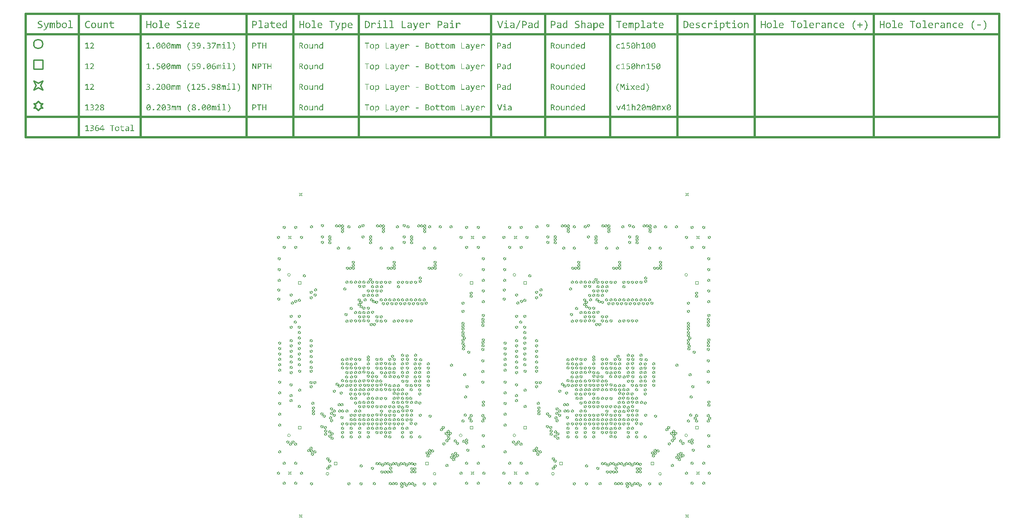
<source format=gbr>
G04*
G04 #@! TF.GenerationSoftware,Altium Limited,Altium Designer,22.4.2 (48)*
G04*
G04 Layer_Color=2752767*
%FSAX24Y24*%
%MOIN*%
G70*
G04*
G04 #@! TF.SameCoordinates,7B9A2F56-D6BD-4FC4-B556-F90DD5F7C99A*
G04*
G04*
G04 #@! TF.FilePolarity,Positive*
G04*
G01*
G75*
%ADD41C,0.0100*%
%ADD68C,0.0020*%
%ADD69C,0.0150*%
G36*
X053497Y038209D02*
X053502Y038208D01*
X053508Y038208D01*
X053522Y038205D01*
X053537Y038201D01*
X053552Y038195D01*
X053560Y038191D01*
X053567Y038186D01*
X053574Y038180D01*
X053580Y038174D01*
X053581Y038173D01*
X053581Y038172D01*
X053583Y038170D01*
X053585Y038167D01*
X053587Y038163D01*
X053590Y038159D01*
X053593Y038153D01*
X053596Y038147D01*
X053599Y038140D01*
X053602Y038131D01*
X053604Y038123D01*
X053607Y038113D01*
X053609Y038102D01*
X053610Y038090D01*
X053611Y038078D01*
X053611Y038065D01*
Y037807D01*
X053543D01*
Y038060D01*
Y038060D01*
Y038062D01*
Y038064D01*
Y038067D01*
X053542Y038071D01*
Y038075D01*
X053541Y038086D01*
X053538Y038097D01*
X053535Y038108D01*
X053531Y038119D01*
X053525Y038128D01*
X053524Y038129D01*
X053522Y038132D01*
X053518Y038136D01*
X053512Y038140D01*
X053505Y038144D01*
X053496Y038147D01*
X053485Y038150D01*
X053474Y038151D01*
X053469D01*
X053466Y038150D01*
X053458Y038149D01*
X053449Y038147D01*
X053448D01*
X053447Y038146D01*
X053444Y038145D01*
X053441Y038144D01*
X053433Y038140D01*
X053424Y038134D01*
X053423Y038133D01*
X053422Y038132D01*
X053419Y038130D01*
X053415Y038127D01*
X053411Y038124D01*
X053406Y038119D01*
X053401Y038115D01*
X053396Y038109D01*
X053395Y038108D01*
X053393Y038106D01*
X053390Y038103D01*
X053386Y038098D01*
X053380Y038092D01*
X053375Y038086D01*
X053369Y038078D01*
X053362Y038069D01*
Y037807D01*
X053293D01*
Y038203D01*
X053354D01*
X053357Y038138D01*
X053358Y038139D01*
X053360Y038142D01*
X053363Y038145D01*
X053368Y038150D01*
X053373Y038155D01*
X053379Y038161D01*
X053390Y038172D01*
X053391Y038173D01*
X053393Y038175D01*
X053396Y038177D01*
X053400Y038180D01*
X053405Y038184D01*
X053411Y038187D01*
X053422Y038194D01*
X053422Y038195D01*
X053424Y038195D01*
X053428Y038197D01*
X053432Y038199D01*
X053437Y038201D01*
X053442Y038203D01*
X053454Y038206D01*
X053455D01*
X053457Y038207D01*
X053460Y038207D01*
X053464Y038208D01*
X053469Y038208D01*
X053475Y038209D01*
X053487Y038210D01*
X053493D01*
X053497Y038209D01*
D02*
G37*
G36*
X052635D02*
X052641Y038208D01*
X052646Y038208D01*
X052660Y038205D01*
X052675Y038200D01*
X052682Y038197D01*
X052690Y038193D01*
X052698Y038188D01*
X052705Y038183D01*
X052712Y038177D01*
X052718Y038170D01*
X052719Y038169D01*
X052719Y038168D01*
X052721Y038166D01*
X052723Y038163D01*
X052725Y038158D01*
X052728Y038153D01*
X052731Y038147D01*
X052734Y038140D01*
X052737Y038132D01*
X052740Y038123D01*
X052742Y038114D01*
X052744Y038103D01*
X052746Y038092D01*
X052747Y038079D01*
X052748Y038066D01*
Y038052D01*
X052679D01*
Y038052D01*
Y038054D01*
Y038057D01*
Y038060D01*
Y038064D01*
X052678Y038069D01*
X052677Y038081D01*
X052675Y038093D01*
X052672Y038105D01*
X052668Y038117D01*
X052665Y038123D01*
X052663Y038127D01*
X052662Y038128D01*
X052660Y038131D01*
X052656Y038134D01*
X052651Y038139D01*
X052644Y038144D01*
X052636Y038147D01*
X052626Y038149D01*
X052615Y038151D01*
X052610D01*
X052606Y038150D01*
X052597Y038149D01*
X052587Y038145D01*
X052587D01*
X052585Y038145D01*
X052582Y038144D01*
X052579Y038142D01*
X052574Y038139D01*
X052570Y038136D01*
X052559Y038129D01*
X052558Y038128D01*
X052556Y038127D01*
X052553Y038125D01*
X052549Y038122D01*
X052545Y038118D01*
X052539Y038113D01*
X052534Y038107D01*
X052527Y038102D01*
X052526Y038101D01*
X052524Y038099D01*
X052521Y038095D01*
X052517Y038090D01*
X052511Y038084D01*
X052505Y038077D01*
X052499Y038069D01*
X052492Y038061D01*
Y037807D01*
X052423D01*
Y038203D01*
X052485D01*
X052487Y038129D01*
X052488Y038130D01*
X052488Y038131D01*
X052490Y038133D01*
X052493Y038136D01*
X052500Y038144D01*
X052509Y038153D01*
X052520Y038163D01*
X052532Y038173D01*
X052544Y038183D01*
X052557Y038191D01*
X052557D01*
X052558Y038191D01*
X052560Y038193D01*
X052562Y038194D01*
X052569Y038197D01*
X052578Y038201D01*
X052589Y038204D01*
X052600Y038207D01*
X052612Y038209D01*
X052625Y038210D01*
X052631D01*
X052635Y038209D01*
D02*
G37*
G36*
X053954Y038207D02*
X053963Y038207D01*
X053973Y038206D01*
X053993Y038203D01*
X053994D01*
X053997Y038203D01*
X054002Y038201D01*
X054009Y038200D01*
X054017Y038198D01*
X054026Y038195D01*
X054044Y038189D01*
Y038124D01*
X054043Y038125D01*
X054040Y038126D01*
X054035Y038128D01*
X054028Y038131D01*
X054020Y038134D01*
X054011Y038138D01*
X054001Y038140D01*
X053991Y038143D01*
X053990D01*
X053987Y038144D01*
X053981Y038145D01*
X053975Y038146D01*
X053966Y038147D01*
X053957Y038148D01*
X053947Y038149D01*
X053932D01*
X053927Y038149D01*
X053921Y038148D01*
X053913Y038147D01*
X053905Y038145D01*
X053896Y038142D01*
X053887Y038139D01*
X053886Y038138D01*
X053883Y038137D01*
X053878Y038135D01*
X053873Y038132D01*
X053867Y038128D01*
X053859Y038123D01*
X053852Y038117D01*
X053846Y038110D01*
X053845Y038109D01*
X053843Y038107D01*
X053840Y038103D01*
X053836Y038097D01*
X053831Y038090D01*
X053827Y038083D01*
X053821Y038074D01*
X053817Y038064D01*
X053817Y038063D01*
X053816Y038060D01*
X053814Y038054D01*
X053813Y038046D01*
X053811Y038037D01*
X053809Y038027D01*
X053808Y038015D01*
X053808Y038003D01*
Y038002D01*
Y037999D01*
Y037996D01*
X053808Y037991D01*
X053809Y037985D01*
X053809Y037978D01*
X053810Y037970D01*
X053812Y037962D01*
X053816Y037945D01*
X053822Y037927D01*
X053826Y037919D01*
X053831Y037911D01*
X053836Y037903D01*
X053842Y037896D01*
X053843Y037895D01*
X053844Y037894D01*
X053846Y037892D01*
X053849Y037890D01*
X053852Y037888D01*
X053857Y037884D01*
X053861Y037881D01*
X053867Y037878D01*
X053874Y037875D01*
X053881Y037871D01*
X053889Y037869D01*
X053897Y037865D01*
X053907Y037863D01*
X053917Y037861D01*
X053928Y037861D01*
X053939Y037860D01*
X053943D01*
X053949Y037861D01*
X053956D01*
X053964Y037861D01*
X053973Y037863D01*
X053993Y037866D01*
X053994D01*
X053998Y037867D01*
X054003Y037869D01*
X054010Y037871D01*
X054017Y037874D01*
X054026Y037877D01*
X054044Y037885D01*
Y037821D01*
X054043Y037821D01*
X054040Y037819D01*
X054035Y037818D01*
X054027Y037816D01*
X054019Y037813D01*
X054010Y037811D01*
X054000Y037808D01*
X053989Y037806D01*
X053988D01*
X053985Y037806D01*
X053979Y037805D01*
X053972Y037804D01*
X053962Y037803D01*
X053953Y037802D01*
X053942Y037802D01*
X053927D01*
X053922Y037802D01*
X053915D01*
X053908Y037803D01*
X053899Y037804D01*
X053888Y037806D01*
X053878Y037808D01*
X053866Y037811D01*
X053854Y037814D01*
X053842Y037818D01*
X053830Y037823D01*
X053819Y037829D01*
X053808Y037836D01*
X053796Y037843D01*
X053787Y037852D01*
X053786Y037853D01*
X053785Y037855D01*
X053782Y037858D01*
X053779Y037861D01*
X053775Y037867D01*
X053771Y037873D01*
X053766Y037881D01*
X053762Y037890D01*
X053756Y037899D01*
X053752Y037911D01*
X053748Y037923D01*
X053744Y037936D01*
X053741Y037951D01*
X053738Y037966D01*
X053737Y037983D01*
X053736Y038001D01*
Y038001D01*
Y038003D01*
Y038005D01*
Y038008D01*
X053737Y038012D01*
Y038018D01*
X053738Y038029D01*
X053739Y038042D01*
X053742Y038056D01*
X053746Y038071D01*
X053750Y038085D01*
Y038086D01*
X053751Y038087D01*
X053752Y038089D01*
X053753Y038092D01*
X053756Y038099D01*
X053761Y038108D01*
X053767Y038118D01*
X053773Y038129D01*
X053782Y038140D01*
X053791Y038151D01*
X053792Y038152D01*
X053796Y038155D01*
X053802Y038160D01*
X053809Y038166D01*
X053818Y038173D01*
X053829Y038180D01*
X053841Y038187D01*
X053854Y038193D01*
X053855D01*
X053856Y038193D01*
X053858Y038194D01*
X053861Y038195D01*
X053864Y038196D01*
X053868Y038197D01*
X053878Y038201D01*
X053890Y038203D01*
X053904Y038205D01*
X053919Y038207D01*
X053935Y038208D01*
X053947D01*
X053954Y038207D01*
D02*
G37*
G36*
X048752Y037807D02*
X048682D01*
Y038043D01*
X048466D01*
Y037807D01*
X048396D01*
Y038322D01*
X048466D01*
Y038104D01*
X048682D01*
Y038322D01*
X048752D01*
Y037807D01*
D02*
G37*
G36*
X055787Y037989D02*
X055552D01*
Y038054D01*
X055787D01*
Y037989D01*
D02*
G37*
G36*
X053024Y038209D02*
X053032Y038208D01*
X053042Y038208D01*
X053053Y038207D01*
X053064Y038204D01*
X053075Y038201D01*
X053075D01*
X053076Y038201D01*
X053079Y038200D01*
X053085Y038198D01*
X053092Y038195D01*
X053099Y038192D01*
X053108Y038187D01*
X053115Y038183D01*
X053123Y038177D01*
X053124Y038176D01*
X053127Y038174D01*
X053131Y038170D01*
X053135Y038166D01*
X053140Y038161D01*
X053145Y038153D01*
X053150Y038145D01*
X053154Y038137D01*
X053155Y038136D01*
X053156Y038132D01*
X053157Y038128D01*
X053160Y038121D01*
X053162Y038112D01*
X053163Y038102D01*
X053165Y038091D01*
X053165Y038079D01*
Y037807D01*
X053104D01*
X053102Y037860D01*
X053102Y037859D01*
X053101Y037859D01*
X053099Y037857D01*
X053096Y037855D01*
X053091Y037849D01*
X053082Y037842D01*
X053071Y037835D01*
X053060Y037827D01*
X053049Y037819D01*
X053036Y037814D01*
X053035D01*
X053035Y037813D01*
X053033Y037812D01*
X053030Y037812D01*
X053024Y037809D01*
X053015Y037807D01*
X053005Y037804D01*
X052993Y037802D01*
X052980Y037800D01*
X052967Y037800D01*
X052961D01*
X052955Y037800D01*
X052946Y037801D01*
X052937Y037802D01*
X052928Y037804D01*
X052917Y037806D01*
X052908Y037808D01*
X052907Y037809D01*
X052904Y037810D01*
X052900Y037812D01*
X052894Y037814D01*
X052888Y037818D01*
X052882Y037822D01*
X052875Y037827D01*
X052869Y037832D01*
X052868Y037833D01*
X052866Y037835D01*
X052864Y037838D01*
X052860Y037842D01*
X052857Y037847D01*
X052853Y037854D01*
X052850Y037860D01*
X052846Y037867D01*
Y037868D01*
X052845Y037871D01*
X052845Y037875D01*
X052843Y037881D01*
X052842Y037888D01*
X052841Y037896D01*
X052840Y037903D01*
X052839Y037913D01*
Y037913D01*
Y037915D01*
Y037919D01*
X052840Y037922D01*
X052841Y037928D01*
X052842Y037934D01*
X052845Y037947D01*
X052850Y037962D01*
X052854Y037969D01*
X052858Y037977D01*
X052863Y037985D01*
X052869Y037992D01*
X052875Y037999D01*
X052883Y038006D01*
X052884Y038006D01*
X052885Y038007D01*
X052888Y038009D01*
X052892Y038011D01*
X052896Y038014D01*
X052902Y038016D01*
X052909Y038020D01*
X052917Y038023D01*
X052925Y038026D01*
X052935Y038029D01*
X052946Y038032D01*
X052957Y038035D01*
X052970Y038037D01*
X052984Y038039D01*
X052999Y038039D01*
X053014Y038040D01*
X053096D01*
Y038074D01*
Y038075D01*
Y038075D01*
Y038077D01*
X053096Y038080D01*
X053095Y038086D01*
X053094Y038094D01*
X053091Y038103D01*
X053087Y038112D01*
X053081Y038121D01*
X053073Y038130D01*
X053072Y038130D01*
X053070Y038133D01*
X053064Y038136D01*
X053056Y038141D01*
X053047Y038145D01*
X053035Y038148D01*
X053022Y038151D01*
X053005Y038151D01*
X052999D01*
X052993Y038151D01*
X052984D01*
X052974Y038149D01*
X052963Y038148D01*
X052951Y038146D01*
X052939Y038144D01*
X052938D01*
X052936Y038143D01*
X052933Y038142D01*
X052927Y038140D01*
X052919Y038138D01*
X052908Y038135D01*
X052897Y038132D01*
X052885Y038127D01*
X052872Y038123D01*
Y038184D01*
X052873D01*
X052874Y038185D01*
X052877Y038186D01*
X052881Y038187D01*
X052885Y038189D01*
X052889Y038190D01*
X052900Y038193D01*
X052901D01*
X052903Y038194D01*
X052906Y038195D01*
X052911Y038196D01*
X052916Y038197D01*
X052922Y038199D01*
X052934Y038201D01*
X052935D01*
X052938Y038202D01*
X052941Y038203D01*
X052946Y038203D01*
X052951Y038205D01*
X052957Y038205D01*
X052971Y038207D01*
X052972D01*
X052974Y038208D01*
X052978D01*
X052984Y038208D01*
X052990Y038209D01*
X052996D01*
X053010Y038210D01*
X053016D01*
X053024Y038209D01*
D02*
G37*
G36*
X051723Y037864D02*
X051841D01*
Y037807D01*
X051524D01*
Y037864D01*
X051654D01*
Y038308D01*
X051537D01*
Y038364D01*
X051723D01*
Y037864D01*
D02*
G37*
G36*
X050979Y038262D02*
X050827D01*
Y037807D01*
X050756D01*
Y038262D01*
X050604D01*
Y038322D01*
X050979D01*
Y038262D01*
D02*
G37*
G36*
X049506Y037864D02*
X049624D01*
Y037807D01*
X049307D01*
Y037864D01*
X049437D01*
Y038308D01*
X049320D01*
Y038364D01*
X049506D01*
Y037864D01*
D02*
G37*
G36*
X054353Y038209D02*
X054357D01*
X054367Y038208D01*
X054378Y038207D01*
X054391Y038205D01*
X054403Y038201D01*
X054416Y038197D01*
X054416D01*
X054417Y038196D01*
X054421Y038194D01*
X054427Y038191D01*
X054435Y038187D01*
X054443Y038182D01*
X054452Y038176D01*
X054461Y038168D01*
X054469Y038159D01*
X054470Y038158D01*
X054473Y038155D01*
X054477Y038150D01*
X054482Y038144D01*
X054487Y038135D01*
X054492Y038125D01*
X054498Y038114D01*
X054502Y038102D01*
Y038101D01*
X054503Y038100D01*
X054504Y038098D01*
X054504Y038096D01*
X054506Y038088D01*
X054508Y038079D01*
X054510Y038068D01*
X054512Y038055D01*
X054513Y038041D01*
X054514Y038025D01*
Y038025D01*
Y038023D01*
Y038020D01*
Y038017D01*
Y038009D01*
X054513Y038001D01*
Y038001D01*
Y037999D01*
Y037998D01*
X054513Y037995D01*
Y037989D01*
X054512Y037983D01*
X054235D01*
Y037982D01*
Y037980D01*
Y037977D01*
X054235Y037973D01*
X054236Y037968D01*
X054237Y037962D01*
X054239Y037948D01*
X054242Y037933D01*
X054249Y037917D01*
X054252Y037910D01*
X054257Y037903D01*
X054262Y037896D01*
X054268Y037889D01*
X054269Y037888D01*
X054269Y037888D01*
X054271Y037886D01*
X054275Y037884D01*
X054278Y037882D01*
X054282Y037879D01*
X054287Y037876D01*
X054293Y037873D01*
X054300Y037870D01*
X054307Y037867D01*
X054315Y037864D01*
X054324Y037862D01*
X054333Y037860D01*
X054343Y037858D01*
X054354Y037858D01*
X054366Y037857D01*
X054377D01*
X054382Y037858D01*
X054388D01*
X054401Y037858D01*
X054404D01*
X054407Y037859D01*
X054412D01*
X054416Y037859D01*
X054422Y037860D01*
X054434Y037861D01*
X054435D01*
X054437Y037862D01*
X054440Y037863D01*
X054444Y037863D01*
X054448Y037864D01*
X054454Y037865D01*
X054465Y037867D01*
X054465D01*
X054467Y037867D01*
X054470Y037868D01*
X054474Y037869D01*
X054483Y037871D01*
X054493Y037874D01*
Y037818D01*
X054492D01*
X054488Y037816D01*
X054483Y037815D01*
X054475Y037813D01*
X054465Y037811D01*
X054454Y037809D01*
X054443Y037807D01*
X054429Y037805D01*
X054428D01*
X054426Y037804D01*
X054424D01*
X054416Y037804D01*
X054407Y037802D01*
X054396Y037802D01*
X054384Y037800D01*
X054370Y037800D01*
X054348D01*
X054343Y037800D01*
X054338D01*
X054326Y037802D01*
X054313Y037803D01*
X054298Y037806D01*
X054283Y037809D01*
X054269Y037814D01*
X054268D01*
X054267Y037814D01*
X054265Y037815D01*
X054263Y037816D01*
X054256Y037819D01*
X054248Y037824D01*
X054238Y037829D01*
X054228Y037837D01*
X054218Y037844D01*
X054208Y037854D01*
X054207Y037855D01*
X054204Y037858D01*
X054200Y037864D01*
X054195Y037871D01*
X054190Y037880D01*
X054184Y037892D01*
X054179Y037903D01*
X054174Y037917D01*
Y037918D01*
X054174Y037919D01*
X054173Y037921D01*
X054172Y037924D01*
X054172Y037928D01*
X054171Y037932D01*
X054169Y037942D01*
X054166Y037955D01*
X054165Y037970D01*
X054164Y037986D01*
X054163Y038004D01*
Y038004D01*
Y038006D01*
Y038008D01*
Y038011D01*
X054164Y038015D01*
Y038019D01*
X054164Y038029D01*
X054166Y038041D01*
X054168Y038055D01*
X054171Y038069D01*
X054175Y038083D01*
Y038083D01*
X054176Y038084D01*
X054176Y038086D01*
X054177Y038089D01*
X054180Y038096D01*
X054183Y038105D01*
X054189Y038115D01*
X054195Y038126D01*
X054202Y038137D01*
X054210Y038148D01*
Y038149D01*
X054211Y038149D01*
X054214Y038153D01*
X054219Y038158D01*
X054225Y038165D01*
X054233Y038172D01*
X054243Y038179D01*
X054254Y038186D01*
X054266Y038193D01*
X054267D01*
X054267Y038193D01*
X054269Y038194D01*
X054272Y038195D01*
X054279Y038198D01*
X054288Y038201D01*
X054300Y038205D01*
X054312Y038207D01*
X054326Y038209D01*
X054342Y038210D01*
X054349D01*
X054353Y038209D01*
D02*
G37*
G36*
X052135D02*
X052140D01*
X052150Y038208D01*
X052161Y038207D01*
X052173Y038205D01*
X052186Y038201D01*
X052198Y038197D01*
X052199D01*
X052200Y038196D01*
X052204Y038194D01*
X052210Y038191D01*
X052217Y038187D01*
X052226Y038182D01*
X052234Y038176D01*
X052244Y038168D01*
X052252Y038159D01*
X052253Y038158D01*
X052255Y038155D01*
X052259Y038150D01*
X052265Y038144D01*
X052270Y038135D01*
X052275Y038125D01*
X052280Y038114D01*
X052285Y038102D01*
Y038101D01*
X052286Y038100D01*
X052286Y038098D01*
X052287Y038096D01*
X052289Y038088D01*
X052291Y038079D01*
X052293Y038068D01*
X052295Y038055D01*
X052296Y038041D01*
X052297Y038025D01*
Y038025D01*
Y038023D01*
Y038020D01*
Y038017D01*
Y038009D01*
X052296Y038001D01*
Y038001D01*
Y037999D01*
Y037998D01*
X052295Y037995D01*
Y037989D01*
X052295Y037983D01*
X052017D01*
Y037982D01*
Y037980D01*
Y037977D01*
X052018Y037973D01*
X052019Y037968D01*
X052019Y037962D01*
X052021Y037948D01*
X052025Y037933D01*
X052032Y037917D01*
X052035Y037910D01*
X052040Y037903D01*
X052045Y037896D01*
X052051Y037889D01*
X052051Y037888D01*
X052052Y037888D01*
X052054Y037886D01*
X052057Y037884D01*
X052061Y037882D01*
X052065Y037879D01*
X052070Y037876D01*
X052076Y037873D01*
X052082Y037870D01*
X052089Y037867D01*
X052097Y037864D01*
X052107Y037862D01*
X052116Y037860D01*
X052126Y037858D01*
X052137Y037858D01*
X052149Y037857D01*
X052160D01*
X052165Y037858D01*
X052171D01*
X052183Y037858D01*
X052187D01*
X052190Y037859D01*
X052194D01*
X052199Y037859D01*
X052205Y037860D01*
X052217Y037861D01*
X052217D01*
X052219Y037862D01*
X052223Y037863D01*
X052227Y037863D01*
X052231Y037864D01*
X052236Y037865D01*
X052248Y037867D01*
X052248D01*
X052250Y037867D01*
X052253Y037868D01*
X052257Y037869D01*
X052266Y037871D01*
X052276Y037874D01*
Y037818D01*
X052274D01*
X052271Y037816D01*
X052265Y037815D01*
X052257Y037813D01*
X052248Y037811D01*
X052237Y037809D01*
X052225Y037807D01*
X052212Y037805D01*
X052211D01*
X052209Y037804D01*
X052206D01*
X052199Y037804D01*
X052190Y037802D01*
X052179Y037802D01*
X052166Y037800D01*
X052153Y037800D01*
X052131D01*
X052126Y037800D01*
X052121D01*
X052109Y037802D01*
X052095Y037803D01*
X052081Y037806D01*
X052066Y037809D01*
X052051Y037814D01*
X052051D01*
X052050Y037814D01*
X052048Y037815D01*
X052046Y037816D01*
X052038Y037819D01*
X052030Y037824D01*
X052021Y037829D01*
X052011Y037837D01*
X052000Y037844D01*
X051991Y037854D01*
X051990Y037855D01*
X051987Y037858D01*
X051983Y037864D01*
X051978Y037871D01*
X051973Y037880D01*
X051967Y037892D01*
X051962Y037903D01*
X051957Y037917D01*
Y037918D01*
X051956Y037919D01*
X051956Y037921D01*
X051955Y037924D01*
X051954Y037928D01*
X051954Y037932D01*
X051952Y037942D01*
X051949Y037955D01*
X051948Y037970D01*
X051946Y037986D01*
X051946Y038004D01*
Y038004D01*
Y038006D01*
Y038008D01*
Y038011D01*
X051946Y038015D01*
Y038019D01*
X051947Y038029D01*
X051948Y038041D01*
X051951Y038055D01*
X051954Y038069D01*
X051958Y038083D01*
Y038083D01*
X051958Y038084D01*
X051959Y038086D01*
X051960Y038089D01*
X051963Y038096D01*
X051966Y038105D01*
X051971Y038115D01*
X051977Y038126D01*
X051985Y038137D01*
X051992Y038148D01*
Y038149D01*
X051994Y038149D01*
X051996Y038153D01*
X052002Y038158D01*
X052008Y038165D01*
X052016Y038172D01*
X052026Y038179D01*
X052037Y038186D01*
X052049Y038193D01*
X052049D01*
X052050Y038193D01*
X052052Y038194D01*
X052055Y038195D01*
X052062Y038198D01*
X052071Y038201D01*
X052082Y038205D01*
X052095Y038207D01*
X052109Y038209D01*
X052125Y038210D01*
X052132D01*
X052135Y038209D01*
D02*
G37*
G36*
X051249D02*
X051254D01*
X051264Y038208D01*
X051275Y038207D01*
X051288Y038204D01*
X051301Y038201D01*
X051314Y038196D01*
X051315D01*
X051315Y038195D01*
X051317Y038195D01*
X051320Y038193D01*
X051326Y038191D01*
X051334Y038186D01*
X051343Y038181D01*
X051353Y038174D01*
X051363Y038166D01*
X051372Y038157D01*
X051373Y038156D01*
X051376Y038153D01*
X051380Y038147D01*
X051385Y038140D01*
X051391Y038131D01*
X051397Y038121D01*
X051403Y038108D01*
X051408Y038094D01*
Y038094D01*
X051409Y038092D01*
X051409Y038090D01*
X051410Y038088D01*
X051411Y038084D01*
X051412Y038080D01*
X051414Y038069D01*
X051416Y038056D01*
X051418Y038042D01*
X051420Y038025D01*
X051420Y038008D01*
Y038007D01*
Y038006D01*
Y038003D01*
Y038000D01*
X051420Y037996D01*
Y037991D01*
X051419Y037980D01*
X051417Y037967D01*
X051415Y037953D01*
X051412Y037938D01*
X051407Y037923D01*
Y037922D01*
X051407Y037921D01*
X051406Y037919D01*
X051405Y037917D01*
X051402Y037909D01*
X051397Y037900D01*
X051392Y037890D01*
X051386Y037879D01*
X051378Y037867D01*
X051369Y037857D01*
X051368Y037856D01*
X051365Y037852D01*
X051359Y037848D01*
X051353Y037842D01*
X051344Y037835D01*
X051334Y037828D01*
X051322Y037821D01*
X051309Y037815D01*
X051309D01*
X051308Y037814D01*
X051306Y037814D01*
X051304Y037812D01*
X051300Y037812D01*
X051296Y037810D01*
X051287Y037808D01*
X051275Y037804D01*
X051262Y037802D01*
X051247Y037800D01*
X051230Y037800D01*
X051223D01*
X051220Y037800D01*
X051215D01*
X051205Y037802D01*
X051193Y037803D01*
X051180Y037805D01*
X051167Y037808D01*
X051154Y037813D01*
X051153D01*
X051153Y037814D01*
X051151Y037814D01*
X051149Y037816D01*
X051142Y037818D01*
X051134Y037823D01*
X051125Y037828D01*
X051116Y037835D01*
X051106Y037842D01*
X051097Y037852D01*
X051096Y037853D01*
X051093Y037856D01*
X051089Y037861D01*
X051084Y037869D01*
X051078Y037879D01*
X051072Y037889D01*
X051066Y037901D01*
X051061Y037915D01*
Y037915D01*
X051060Y037917D01*
X051060Y037919D01*
X051059Y037921D01*
X051058Y037925D01*
X051057Y037929D01*
X051055Y037940D01*
X051053Y037953D01*
X051051Y037968D01*
X051050Y037984D01*
X051049Y038002D01*
Y038003D01*
Y038004D01*
Y038006D01*
Y038010D01*
X051050Y038014D01*
Y038019D01*
X051050Y038030D01*
X051052Y038043D01*
X051054Y038057D01*
X051058Y038072D01*
X051062Y038086D01*
Y038087D01*
X051062Y038088D01*
X051063Y038090D01*
X051064Y038093D01*
X051067Y038100D01*
X051071Y038109D01*
X051077Y038119D01*
X051083Y038130D01*
X051090Y038141D01*
X051099Y038151D01*
X051100Y038153D01*
X051104Y038156D01*
X051109Y038161D01*
X051116Y038167D01*
X051124Y038174D01*
X051134Y038181D01*
X051146Y038188D01*
X051159Y038194D01*
X051159D01*
X051160Y038195D01*
X051162Y038195D01*
X051165Y038197D01*
X051168Y038198D01*
X051172Y038199D01*
X051182Y038202D01*
X051194Y038205D01*
X051207Y038207D01*
X051222Y038209D01*
X051239Y038210D01*
X051246D01*
X051249Y038209D01*
D02*
G37*
G36*
X049918D02*
X049923D01*
X049933Y038208D01*
X049944Y038207D01*
X049956Y038205D01*
X049969Y038201D01*
X049981Y038197D01*
X049982D01*
X049982Y038196D01*
X049986Y038194D01*
X049992Y038191D01*
X050000Y038187D01*
X050009Y038182D01*
X050017Y038176D01*
X050026Y038168D01*
X050035Y038159D01*
X050036Y038158D01*
X050038Y038155D01*
X050042Y038150D01*
X050047Y038144D01*
X050053Y038135D01*
X050058Y038125D01*
X050063Y038114D01*
X050068Y038102D01*
Y038101D01*
X050068Y038100D01*
X050069Y038098D01*
X050070Y038096D01*
X050072Y038088D01*
X050074Y038079D01*
X050076Y038068D01*
X050078Y038055D01*
X050079Y038041D01*
X050079Y038025D01*
Y038025D01*
Y038023D01*
Y038020D01*
Y038017D01*
Y038009D01*
X050079Y038001D01*
Y038001D01*
Y037999D01*
Y037998D01*
X050078Y037995D01*
Y037989D01*
X050078Y037983D01*
X049800D01*
Y037982D01*
Y037980D01*
Y037977D01*
X049801Y037973D01*
X049801Y037968D01*
X049802Y037962D01*
X049804Y037948D01*
X049808Y037933D01*
X049814Y037917D01*
X049818Y037910D01*
X049822Y037903D01*
X049828Y037896D01*
X049833Y037889D01*
X049834Y037888D01*
X049835Y037888D01*
X049837Y037886D01*
X049840Y037884D01*
X049843Y037882D01*
X049848Y037879D01*
X049853Y037876D01*
X049858Y037873D01*
X049865Y037870D01*
X049872Y037867D01*
X049880Y037864D01*
X049889Y037862D01*
X049898Y037860D01*
X049909Y037858D01*
X049919Y037858D01*
X049931Y037857D01*
X049942D01*
X049948Y037858D01*
X049954D01*
X049966Y037858D01*
X049969D01*
X049973Y037859D01*
X049977D01*
X049982Y037859D01*
X049988Y037860D01*
X049999Y037861D01*
X050000D01*
X050002Y037862D01*
X050005Y037863D01*
X050009Y037863D01*
X050014Y037864D01*
X050019Y037865D01*
X050030Y037867D01*
X050031D01*
X050033Y037867D01*
X050036Y037868D01*
X050039Y037869D01*
X050049Y037871D01*
X050058Y037874D01*
Y037818D01*
X050057D01*
X050053Y037816D01*
X050048Y037815D01*
X050040Y037813D01*
X050030Y037811D01*
X050020Y037809D01*
X050008Y037807D01*
X049995Y037805D01*
X049994D01*
X049992Y037804D01*
X049989D01*
X049982Y037804D01*
X049973Y037802D01*
X049961Y037802D01*
X049949Y037800D01*
X049936Y037800D01*
X049914D01*
X049909Y037800D01*
X049904D01*
X049892Y037802D01*
X049878Y037803D01*
X049864Y037806D01*
X049849Y037809D01*
X049834Y037814D01*
X049833D01*
X049833Y037814D01*
X049831Y037815D01*
X049828Y037816D01*
X049821Y037819D01*
X049813Y037824D01*
X049803Y037829D01*
X049793Y037837D01*
X049783Y037844D01*
X049774Y037854D01*
X049772Y037855D01*
X049770Y037858D01*
X049766Y037864D01*
X049761Y037871D01*
X049755Y037880D01*
X049750Y037892D01*
X049744Y037903D01*
X049740Y037917D01*
Y037918D01*
X049739Y037919D01*
X049738Y037921D01*
X049738Y037924D01*
X049737Y037928D01*
X049736Y037932D01*
X049734Y037942D01*
X049732Y037955D01*
X049730Y037970D01*
X049729Y037986D01*
X049729Y038004D01*
Y038004D01*
Y038006D01*
Y038008D01*
Y038011D01*
X049729Y038015D01*
Y038019D01*
X049730Y038029D01*
X049731Y038041D01*
X049734Y038055D01*
X049736Y038069D01*
X049740Y038083D01*
Y038083D01*
X049741Y038084D01*
X049742Y038086D01*
X049742Y038089D01*
X049746Y038096D01*
X049749Y038105D01*
X049754Y038115D01*
X049760Y038126D01*
X049767Y038137D01*
X049775Y038148D01*
Y038149D01*
X049776Y038149D01*
X049779Y038153D01*
X049784Y038158D01*
X049791Y038165D01*
X049799Y038172D01*
X049809Y038179D01*
X049820Y038186D01*
X049832Y038193D01*
X049832D01*
X049833Y038193D01*
X049835Y038194D01*
X049837Y038195D01*
X049845Y038198D01*
X049854Y038201D01*
X049865Y038205D01*
X049877Y038207D01*
X049892Y038209D01*
X049908Y038210D01*
X049915D01*
X049918Y038209D01*
D02*
G37*
G36*
X049032D02*
X049036D01*
X049046Y038208D01*
X049058Y038207D01*
X049071Y038204D01*
X049084Y038201D01*
X049097Y038196D01*
X049097D01*
X049098Y038195D01*
X049100Y038195D01*
X049103Y038193D01*
X049109Y038191D01*
X049117Y038186D01*
X049126Y038181D01*
X049135Y038174D01*
X049145Y038166D01*
X049155Y038157D01*
X049156Y038156D01*
X049158Y038153D01*
X049162Y038147D01*
X049168Y038140D01*
X049174Y038131D01*
X049179Y038121D01*
X049185Y038108D01*
X049191Y038094D01*
Y038094D01*
X049191Y038092D01*
X049192Y038090D01*
X049193Y038088D01*
X049193Y038084D01*
X049195Y038080D01*
X049197Y038069D01*
X049199Y038056D01*
X049201Y038042D01*
X049202Y038025D01*
X049203Y038008D01*
Y038007D01*
Y038006D01*
Y038003D01*
Y038000D01*
X049202Y037996D01*
Y037991D01*
X049202Y037980D01*
X049200Y037967D01*
X049198Y037953D01*
X049195Y037938D01*
X049190Y037923D01*
Y037922D01*
X049189Y037921D01*
X049189Y037919D01*
X049187Y037917D01*
X049185Y037909D01*
X049180Y037900D01*
X049175Y037890D01*
X049168Y037879D01*
X049160Y037867D01*
X049152Y037857D01*
X049151Y037856D01*
X049147Y037852D01*
X049142Y037848D01*
X049135Y037842D01*
X049127Y037835D01*
X049116Y037828D01*
X049105Y037821D01*
X049092Y037815D01*
X049092D01*
X049091Y037814D01*
X049089Y037814D01*
X049086Y037812D01*
X049083Y037812D01*
X049079Y037810D01*
X049069Y037808D01*
X049057Y037804D01*
X049044Y037802D01*
X049029Y037800D01*
X049013Y037800D01*
X049006D01*
X049002Y037800D01*
X048998D01*
X048988Y037802D01*
X048976Y037803D01*
X048963Y037805D01*
X048950Y037808D01*
X048937Y037813D01*
X048936D01*
X048935Y037814D01*
X048933Y037814D01*
X048931Y037816D01*
X048925Y037818D01*
X048917Y037823D01*
X048908Y037828D01*
X048899Y037835D01*
X048889Y037842D01*
X048880Y037852D01*
X048878Y037853D01*
X048876Y037856D01*
X048872Y037861D01*
X048867Y037869D01*
X048861Y037879D01*
X048855Y037889D01*
X048849Y037901D01*
X048844Y037915D01*
Y037915D01*
X048843Y037917D01*
X048842Y037919D01*
X048842Y037921D01*
X048841Y037925D01*
X048840Y037929D01*
X048838Y037940D01*
X048836Y037953D01*
X048834Y037968D01*
X048832Y037984D01*
X048832Y038002D01*
Y038003D01*
Y038004D01*
Y038006D01*
Y038010D01*
X048832Y038014D01*
Y038019D01*
X048833Y038030D01*
X048835Y038043D01*
X048837Y038057D01*
X048840Y038072D01*
X048844Y038086D01*
Y038087D01*
X048845Y038088D01*
X048846Y038090D01*
X048847Y038093D01*
X048849Y038100D01*
X048854Y038109D01*
X048859Y038119D01*
X048866Y038130D01*
X048873Y038141D01*
X048882Y038151D01*
X048883Y038153D01*
X048886Y038156D01*
X048891Y038161D01*
X048899Y038167D01*
X048907Y038174D01*
X048917Y038181D01*
X048929Y038188D01*
X048941Y038194D01*
X048942D01*
X048943Y038195D01*
X048945Y038195D01*
X048948Y038197D01*
X048951Y038198D01*
X048955Y038199D01*
X048965Y038202D01*
X048977Y038205D01*
X048990Y038207D01*
X049005Y038209D01*
X049021Y038210D01*
X049029D01*
X049032Y038209D01*
D02*
G37*
G36*
X056036Y038393D02*
X056037Y038392D01*
X056040Y038389D01*
X056043Y038386D01*
X056047Y038382D01*
X056052Y038376D01*
X056058Y038371D01*
X056064Y038364D01*
X056070Y038356D01*
X056077Y038348D01*
X056085Y038339D01*
X056093Y038329D01*
X056101Y038319D01*
X056109Y038308D01*
X056126Y038283D01*
X056143Y038257D01*
X056159Y038228D01*
X056175Y038197D01*
X056189Y038165D01*
X056195Y038147D01*
X056200Y038130D01*
X056205Y038112D01*
X056209Y038094D01*
X056212Y038076D01*
X056215Y038057D01*
X056216Y038038D01*
X056217Y038019D01*
Y038018D01*
Y038017D01*
Y038015D01*
Y038012D01*
Y038008D01*
X056216Y038003D01*
X056216Y037992D01*
X056215Y037979D01*
X056213Y037964D01*
X056211Y037947D01*
X056208Y037930D01*
Y037930D01*
X056207Y037928D01*
Y037926D01*
X056207Y037922D01*
X056205Y037919D01*
X056204Y037913D01*
X056203Y037908D01*
X056201Y037901D01*
X056197Y037888D01*
X056192Y037872D01*
X056186Y037855D01*
X056178Y037837D01*
Y037837D01*
X056178Y037835D01*
X056176Y037833D01*
X056174Y037829D01*
X056172Y037825D01*
X056170Y037819D01*
X056167Y037814D01*
X056163Y037808D01*
X056155Y037793D01*
X056146Y037777D01*
X056134Y037759D01*
X056122Y037741D01*
X056121Y037740D01*
X056121Y037739D01*
X056119Y037736D01*
X056115Y037732D01*
X056112Y037728D01*
X056108Y037722D01*
X056104Y037716D01*
X056098Y037710D01*
X056085Y037695D01*
X056070Y037678D01*
X056052Y037660D01*
X056033Y037642D01*
X055994Y037682D01*
X055995Y037683D01*
X055997Y037686D01*
X056001Y037690D01*
X056006Y037695D01*
X056013Y037703D01*
X056020Y037711D01*
X056028Y037720D01*
X056037Y037731D01*
X056046Y037742D01*
X056055Y037755D01*
X056065Y037768D01*
X056074Y037781D01*
X056092Y037810D01*
X056101Y037825D01*
X056108Y037840D01*
X056109Y037841D01*
X056110Y037844D01*
X056111Y037849D01*
X056114Y037855D01*
X056117Y037862D01*
X056120Y037871D01*
X056124Y037882D01*
X056127Y037893D01*
X056130Y037905D01*
X056134Y037919D01*
X056138Y037934D01*
X056140Y037949D01*
X056143Y037964D01*
X056145Y037980D01*
X056146Y037997D01*
X056146Y038014D01*
Y038014D01*
Y038016D01*
Y038018D01*
Y038022D01*
X056146Y038027D01*
Y038032D01*
X056145Y038038D01*
X056144Y038045D01*
X056143Y038053D01*
X056142Y038062D01*
X056140Y038071D01*
X056138Y038081D01*
X056134Y038102D01*
X056127Y038126D01*
X056119Y038151D01*
X056109Y038178D01*
X056097Y038207D01*
X056090Y038221D01*
X056082Y038235D01*
X056073Y038250D01*
X056065Y038264D01*
X056055Y038279D01*
X056044Y038293D01*
X056033Y038308D01*
X056021Y038323D01*
X056008Y038336D01*
X055994Y038351D01*
X056035Y038393D01*
X056036Y038393D01*
D02*
G37*
G36*
X055345Y038353D02*
X055345Y038352D01*
X055343Y038351D01*
X055341Y038349D01*
X055339Y038346D01*
X055335Y038342D01*
X055331Y038338D01*
X055326Y038332D01*
X055322Y038327D01*
X055316Y038319D01*
X055310Y038312D01*
X055303Y038304D01*
X055297Y038295D01*
X055283Y038276D01*
X055269Y038254D01*
X055255Y038231D01*
X055241Y038205D01*
X055228Y038177D01*
X055216Y038148D01*
X055207Y038117D01*
X055202Y038102D01*
X055199Y038085D01*
X055196Y038069D01*
X055194Y038052D01*
X055193Y038035D01*
X055192Y038018D01*
Y038017D01*
Y038014D01*
Y038009D01*
X055193Y038003D01*
X055194Y037995D01*
X055194Y037985D01*
X055196Y037974D01*
X055197Y037962D01*
X055199Y037949D01*
X055202Y037936D01*
X055205Y037921D01*
X055209Y037906D01*
X055213Y037890D01*
X055218Y037875D01*
X055224Y037859D01*
X055230Y037843D01*
X055231Y037842D01*
X055232Y037839D01*
X055234Y037835D01*
X055238Y037829D01*
X055242Y037821D01*
X055247Y037813D01*
X055253Y037802D01*
X055259Y037792D01*
X055267Y037780D01*
X055276Y037768D01*
X055285Y037755D01*
X055295Y037741D01*
X055306Y037727D01*
X055318Y037713D01*
X055331Y037699D01*
X055345Y037684D01*
X055303Y037642D01*
X055303Y037642D01*
X055301Y037644D01*
X055299Y037646D01*
X055295Y037650D01*
X055291Y037654D01*
X055287Y037659D01*
X055281Y037665D01*
X055275Y037671D01*
X055268Y037678D01*
X055261Y037687D01*
X055254Y037696D01*
X055246Y037705D01*
X055238Y037716D01*
X055230Y037727D01*
X055213Y037751D01*
X055196Y037777D01*
X055179Y037806D01*
X055164Y037837D01*
X055150Y037869D01*
X055144Y037886D01*
X055139Y037903D01*
X055134Y037920D01*
X055130Y037939D01*
X055127Y037957D01*
X055124Y037976D01*
X055123Y037994D01*
X055122Y038013D01*
Y038014D01*
Y038015D01*
Y038018D01*
Y038022D01*
Y038025D01*
X055123Y038031D01*
Y038037D01*
X055123Y038043D01*
X055124Y038058D01*
X055126Y038073D01*
X055128Y038090D01*
X055131Y038108D01*
Y038109D01*
X055132Y038110D01*
X055133Y038113D01*
X055133Y038117D01*
X055134Y038121D01*
X055135Y038126D01*
X055137Y038132D01*
X055139Y038138D01*
X055143Y038153D01*
X055148Y038168D01*
X055155Y038186D01*
X055162Y038203D01*
Y038204D01*
X055163Y038205D01*
X055164Y038208D01*
X055166Y038212D01*
X055168Y038216D01*
X055171Y038221D01*
X055174Y038227D01*
X055177Y038233D01*
X055186Y038248D01*
X055196Y038264D01*
X055207Y038281D01*
X055219Y038298D01*
X055220Y038299D01*
X055221Y038300D01*
X055223Y038303D01*
X055226Y038307D01*
X055229Y038311D01*
X055233Y038316D01*
X055238Y038322D01*
X055244Y038329D01*
X055256Y038343D01*
X055270Y038359D01*
X055287Y038376D01*
X055305Y038393D01*
X055345Y038353D01*
D02*
G37*
G36*
X044769Y038209D02*
X044774Y038208D01*
X044780Y038208D01*
X044794Y038205D01*
X044808Y038201D01*
X044824Y038195D01*
X044831Y038191D01*
X044839Y038186D01*
X044846Y038180D01*
X044852Y038174D01*
X044852Y038173D01*
X044853Y038172D01*
X044854Y038170D01*
X044857Y038167D01*
X044859Y038163D01*
X044861Y038159D01*
X044865Y038153D01*
X044867Y038147D01*
X044871Y038140D01*
X044873Y038131D01*
X044876Y038123D01*
X044879Y038113D01*
X044880Y038102D01*
X044882Y038090D01*
X044882Y038078D01*
X044883Y038065D01*
Y037807D01*
X044814D01*
Y038060D01*
Y038060D01*
Y038062D01*
Y038064D01*
Y038067D01*
X044814Y038071D01*
Y038075D01*
X044812Y038086D01*
X044810Y038097D01*
X044807Y038108D01*
X044802Y038119D01*
X044797Y038128D01*
X044796Y038129D01*
X044793Y038132D01*
X044789Y038136D01*
X044784Y038140D01*
X044777Y038144D01*
X044768Y038147D01*
X044757Y038150D01*
X044745Y038151D01*
X044741D01*
X044737Y038150D01*
X044730Y038149D01*
X044720Y038147D01*
X044720D01*
X044718Y038146D01*
X044716Y038145D01*
X044713Y038144D01*
X044705Y038140D01*
X044695Y038134D01*
X044695Y038133D01*
X044694Y038132D01*
X044690Y038130D01*
X044687Y038127D01*
X044683Y038124D01*
X044678Y038119D01*
X044673Y038115D01*
X044667Y038109D01*
X044667Y038108D01*
X044665Y038106D01*
X044661Y038103D01*
X044657Y038098D01*
X044652Y038092D01*
X044647Y038086D01*
X044640Y038078D01*
X044634Y038069D01*
Y037807D01*
X044565D01*
Y038203D01*
X044626D01*
X044629Y038138D01*
X044629Y038139D01*
X044632Y038142D01*
X044635Y038145D01*
X044640Y038150D01*
X044644Y038155D01*
X044650Y038161D01*
X044662Y038172D01*
X044663Y038173D01*
X044665Y038175D01*
X044668Y038177D01*
X044672Y038180D01*
X044677Y038184D01*
X044682Y038187D01*
X044694Y038194D01*
X044694Y038195D01*
X044696Y038195D01*
X044699Y038197D01*
X044703Y038199D01*
X044709Y038201D01*
X044714Y038203D01*
X044726Y038206D01*
X044726D01*
X044728Y038207D01*
X044732Y038207D01*
X044736Y038208D01*
X044741Y038208D01*
X044747Y038209D01*
X044759Y038210D01*
X044765D01*
X044769Y038209D01*
D02*
G37*
G36*
X043907D02*
X043912Y038208D01*
X043918Y038208D01*
X043932Y038205D01*
X043946Y038200D01*
X043954Y038197D01*
X043962Y038193D01*
X043969Y038188D01*
X043977Y038183D01*
X043984Y038177D01*
X043990Y038170D01*
X043990Y038169D01*
X043991Y038168D01*
X043993Y038166D01*
X043995Y038163D01*
X043997Y038158D01*
X043999Y038153D01*
X044003Y038147D01*
X044005Y038140D01*
X044009Y038132D01*
X044011Y038123D01*
X044014Y038114D01*
X044016Y038103D01*
X044018Y038092D01*
X044019Y038079D01*
X044020Y038066D01*
Y038052D01*
X043950D01*
Y038052D01*
Y038054D01*
Y038057D01*
Y038060D01*
Y038064D01*
X043950Y038069D01*
X043948Y038081D01*
X043947Y038093D01*
X043944Y038105D01*
X043940Y038117D01*
X043937Y038123D01*
X043935Y038127D01*
X043934Y038128D01*
X043931Y038131D01*
X043928Y038134D01*
X043923Y038139D01*
X043916Y038144D01*
X043908Y038147D01*
X043898Y038149D01*
X043887Y038151D01*
X043881D01*
X043878Y038150D01*
X043869Y038149D01*
X043859Y038145D01*
X043858D01*
X043856Y038145D01*
X043854Y038144D01*
X043851Y038142D01*
X043846Y038139D01*
X043841Y038136D01*
X043830Y038129D01*
X043830Y038128D01*
X043828Y038127D01*
X043825Y038125D01*
X043821Y038122D01*
X043816Y038118D01*
X043811Y038113D01*
X043805Y038107D01*
X043799Y038102D01*
X043798Y038101D01*
X043796Y038099D01*
X043793Y038095D01*
X043788Y038090D01*
X043783Y038084D01*
X043777Y038077D01*
X043771Y038069D01*
X043764Y038061D01*
Y037807D01*
X043694D01*
Y038203D01*
X043757D01*
X043759Y038129D01*
X043759Y038130D01*
X043760Y038131D01*
X043762Y038133D01*
X043765Y038136D01*
X043772Y038144D01*
X043781Y038153D01*
X043792Y038163D01*
X043803Y038173D01*
X043816Y038183D01*
X043828Y038191D01*
X043829D01*
X043830Y038191D01*
X043832Y038193D01*
X043834Y038194D01*
X043841Y038197D01*
X043850Y038201D01*
X043860Y038204D01*
X043872Y038207D01*
X043884Y038209D01*
X043897Y038210D01*
X043903D01*
X043907Y038209D01*
D02*
G37*
G36*
X045226Y038207D02*
X045235Y038207D01*
X045245Y038206D01*
X045264Y038203D01*
X045266D01*
X045269Y038203D01*
X045274Y038201D01*
X045281Y038200D01*
X045289Y038198D01*
X045298Y038195D01*
X045316Y038189D01*
Y038124D01*
X045315Y038125D01*
X045311Y038126D01*
X045306Y038128D01*
X045300Y038131D01*
X045292Y038134D01*
X045283Y038138D01*
X045273Y038140D01*
X045263Y038143D01*
X045262D01*
X045258Y038144D01*
X045253Y038145D01*
X045247Y038146D01*
X045238Y038147D01*
X045229Y038148D01*
X045219Y038149D01*
X045204D01*
X045199Y038149D01*
X045193Y038148D01*
X045185Y038147D01*
X045176Y038145D01*
X045168Y038142D01*
X045159Y038139D01*
X045157Y038138D01*
X045155Y038137D01*
X045150Y038135D01*
X045145Y038132D01*
X045138Y038128D01*
X045131Y038123D01*
X045124Y038117D01*
X045117Y038110D01*
X045117Y038109D01*
X045115Y038107D01*
X045111Y038103D01*
X045107Y038097D01*
X045103Y038090D01*
X045098Y038083D01*
X045093Y038074D01*
X045089Y038064D01*
X045088Y038063D01*
X045088Y038060D01*
X045086Y038054D01*
X045084Y038046D01*
X045083Y038037D01*
X045081Y038027D01*
X045080Y038015D01*
X045079Y038003D01*
Y038002D01*
Y037999D01*
Y037996D01*
X045080Y037991D01*
X045081Y037985D01*
X045081Y037978D01*
X045082Y037970D01*
X045084Y037962D01*
X045088Y037945D01*
X045094Y037927D01*
X045098Y037919D01*
X045103Y037911D01*
X045108Y037903D01*
X045114Y037896D01*
X045115Y037895D01*
X045115Y037894D01*
X045118Y037892D01*
X045121Y037890D01*
X045124Y037888D01*
X045128Y037884D01*
X045133Y037881D01*
X045139Y037878D01*
X045146Y037875D01*
X045153Y037871D01*
X045161Y037869D01*
X045169Y037865D01*
X045179Y037863D01*
X045189Y037861D01*
X045199Y037861D01*
X045210Y037860D01*
X045215D01*
X045221Y037861D01*
X045228D01*
X045236Y037861D01*
X045245Y037863D01*
X045265Y037866D01*
X045266D01*
X045269Y037867D01*
X045275Y037869D01*
X045281Y037871D01*
X045289Y037874D01*
X045298Y037877D01*
X045316Y037885D01*
Y037821D01*
X045315Y037821D01*
X045311Y037819D01*
X045306Y037818D01*
X045299Y037816D01*
X045291Y037813D01*
X045281Y037811D01*
X045271Y037808D01*
X045261Y037806D01*
X045260D01*
X045256Y037806D01*
X045250Y037805D01*
X045243Y037804D01*
X045234Y037803D01*
X045224Y037802D01*
X045214Y037802D01*
X045199D01*
X045193Y037802D01*
X045187D01*
X045180Y037803D01*
X045170Y037804D01*
X045160Y037806D01*
X045149Y037808D01*
X045138Y037811D01*
X045126Y037814D01*
X045114Y037818D01*
X045102Y037823D01*
X045090Y037829D01*
X045079Y037836D01*
X045068Y037843D01*
X045058Y037852D01*
X045058Y037853D01*
X045056Y037855D01*
X045054Y037858D01*
X045050Y037861D01*
X045046Y037867D01*
X045043Y037873D01*
X045038Y037881D01*
X045033Y037890D01*
X045028Y037899D01*
X045023Y037911D01*
X045020Y037923D01*
X045016Y037936D01*
X045012Y037951D01*
X045010Y037966D01*
X045008Y037983D01*
X045008Y038001D01*
Y038001D01*
Y038003D01*
Y038005D01*
Y038008D01*
X045008Y038012D01*
Y038018D01*
X045010Y038029D01*
X045011Y038042D01*
X045014Y038056D01*
X045018Y038071D01*
X045022Y038085D01*
Y038086D01*
X045023Y038087D01*
X045023Y038089D01*
X045025Y038092D01*
X045028Y038099D01*
X045033Y038108D01*
X045039Y038118D01*
X045045Y038129D01*
X045054Y038140D01*
X045063Y038151D01*
X045064Y038152D01*
X045067Y038155D01*
X045073Y038160D01*
X045081Y038166D01*
X045090Y038173D01*
X045101Y038180D01*
X045113Y038187D01*
X045126Y038193D01*
X045126D01*
X045128Y038193D01*
X045130Y038194D01*
X045132Y038195D01*
X045136Y038196D01*
X045140Y038197D01*
X045150Y038201D01*
X045162Y038203D01*
X045176Y038205D01*
X045191Y038207D01*
X045207Y038208D01*
X045218D01*
X045226Y038207D01*
D02*
G37*
G36*
X040024Y037807D02*
X039954D01*
Y038043D01*
X039738D01*
Y037807D01*
X039668D01*
Y038322D01*
X039738D01*
Y038104D01*
X039954D01*
Y038322D01*
X040024D01*
Y037807D01*
D02*
G37*
G36*
X046974Y038052D02*
X047129D01*
Y037992D01*
X046974D01*
Y037831D01*
X046907D01*
Y037992D01*
X046752D01*
Y038052D01*
X046906D01*
Y038211D01*
X046974D01*
Y038052D01*
D02*
G37*
G36*
X044295Y038209D02*
X044304Y038208D01*
X044314Y038208D01*
X044325Y038207D01*
X044335Y038204D01*
X044346Y038201D01*
X044347D01*
X044348Y038201D01*
X044351Y038200D01*
X044357Y038198D01*
X044364Y038195D01*
X044371Y038192D01*
X044379Y038187D01*
X044387Y038183D01*
X044395Y038177D01*
X044396Y038176D01*
X044398Y038174D01*
X044402Y038170D01*
X044407Y038166D01*
X044411Y038161D01*
X044417Y038153D01*
X044421Y038145D01*
X044426Y038137D01*
X044427Y038136D01*
X044428Y038132D01*
X044429Y038128D01*
X044432Y038121D01*
X044434Y038112D01*
X044435Y038102D01*
X044436Y038091D01*
X044437Y038079D01*
Y037807D01*
X044375D01*
X044374Y037860D01*
X044373Y037859D01*
X044373Y037859D01*
X044371Y037857D01*
X044368Y037855D01*
X044362Y037849D01*
X044354Y037842D01*
X044343Y037835D01*
X044332Y037827D01*
X044320Y037819D01*
X044308Y037814D01*
X044307D01*
X044306Y037813D01*
X044305Y037812D01*
X044302Y037812D01*
X044295Y037809D01*
X044287Y037807D01*
X044276Y037804D01*
X044264Y037802D01*
X044252Y037800D01*
X044238Y037800D01*
X044232D01*
X044226Y037800D01*
X044218Y037801D01*
X044209Y037802D01*
X044200Y037804D01*
X044189Y037806D01*
X044180Y037808D01*
X044179Y037809D01*
X044176Y037810D01*
X044171Y037812D01*
X044166Y037814D01*
X044160Y037818D01*
X044154Y037822D01*
X044147Y037827D01*
X044141Y037832D01*
X044140Y037833D01*
X044138Y037835D01*
X044135Y037838D01*
X044132Y037842D01*
X044129Y037847D01*
X044125Y037854D01*
X044121Y037860D01*
X044118Y037867D01*
Y037868D01*
X044117Y037871D01*
X044116Y037875D01*
X044115Y037881D01*
X044114Y037888D01*
X044112Y037896D01*
X044112Y037903D01*
X044111Y037913D01*
Y037913D01*
Y037915D01*
Y037919D01*
X044112Y037922D01*
X044112Y037928D01*
X044114Y037934D01*
X044116Y037947D01*
X044121Y037962D01*
X044125Y037969D01*
X044129Y037977D01*
X044135Y037985D01*
X044141Y037992D01*
X044147Y037999D01*
X044155Y038006D01*
X044156Y038006D01*
X044157Y038007D01*
X044160Y038009D01*
X044163Y038011D01*
X044168Y038014D01*
X044174Y038016D01*
X044181Y038020D01*
X044188Y038023D01*
X044197Y038026D01*
X044207Y038029D01*
X044217Y038032D01*
X044229Y038035D01*
X044242Y038037D01*
X044256Y038039D01*
X044270Y038039D01*
X044286Y038040D01*
X044368D01*
Y038074D01*
Y038075D01*
Y038075D01*
Y038077D01*
X044367Y038080D01*
X044367Y038086D01*
X044366Y038094D01*
X044362Y038103D01*
X044358Y038112D01*
X044353Y038121D01*
X044345Y038130D01*
X044344Y038130D01*
X044341Y038133D01*
X044336Y038136D01*
X044328Y038141D01*
X044319Y038145D01*
X044307Y038148D01*
X044293Y038151D01*
X044277Y038151D01*
X044271D01*
X044264Y038151D01*
X044256D01*
X044246Y038149D01*
X044235Y038148D01*
X044223Y038146D01*
X044211Y038144D01*
X044209D01*
X044207Y038143D01*
X044205Y038142D01*
X044198Y038140D01*
X044190Y038138D01*
X044180Y038135D01*
X044169Y038132D01*
X044156Y038127D01*
X044144Y038123D01*
Y038184D01*
X044144D01*
X044146Y038185D01*
X044148Y038186D01*
X044152Y038187D01*
X044156Y038189D01*
X044161Y038190D01*
X044172Y038193D01*
X044173D01*
X044175Y038194D01*
X044178Y038195D01*
X044182Y038196D01*
X044188Y038197D01*
X044194Y038199D01*
X044206Y038201D01*
X044207D01*
X044209Y038202D01*
X044213Y038203D01*
X044217Y038203D01*
X044223Y038205D01*
X044229Y038205D01*
X044243Y038207D01*
X044243D01*
X044246Y038208D01*
X044250D01*
X044255Y038208D01*
X044261Y038209D01*
X044268D01*
X044282Y038210D01*
X044288D01*
X044295Y038209D01*
D02*
G37*
G36*
X042995Y037864D02*
X043113D01*
Y037807D01*
X042796D01*
Y037864D01*
X042926D01*
Y038308D01*
X042809D01*
Y038364D01*
X042995D01*
Y037864D01*
D02*
G37*
G36*
X042251Y038262D02*
X042098D01*
Y037807D01*
X042028D01*
Y038262D01*
X041875D01*
Y038322D01*
X042251D01*
Y038262D01*
D02*
G37*
G36*
X040778Y037864D02*
X040895D01*
Y037807D01*
X040578D01*
Y037864D01*
X040708D01*
Y038308D01*
X040592D01*
Y038364D01*
X040778D01*
Y037864D01*
D02*
G37*
G36*
X045624Y038209D02*
X045629D01*
X045639Y038208D01*
X045650Y038207D01*
X045662Y038205D01*
X045675Y038201D01*
X045687Y038197D01*
X045688D01*
X045689Y038196D01*
X045693Y038194D01*
X045699Y038191D01*
X045706Y038187D01*
X045715Y038182D01*
X045723Y038176D01*
X045733Y038168D01*
X045741Y038159D01*
X045742Y038158D01*
X045744Y038155D01*
X045748Y038150D01*
X045754Y038144D01*
X045759Y038135D01*
X045764Y038125D01*
X045769Y038114D01*
X045774Y038102D01*
Y038101D01*
X045775Y038100D01*
X045775Y038098D01*
X045776Y038096D01*
X045778Y038088D01*
X045780Y038079D01*
X045782Y038068D01*
X045784Y038055D01*
X045785Y038041D01*
X045786Y038025D01*
Y038025D01*
Y038023D01*
Y038020D01*
Y038017D01*
Y038009D01*
X045785Y038001D01*
Y038001D01*
Y037999D01*
Y037998D01*
X045784Y037995D01*
Y037989D01*
X045784Y037983D01*
X045506D01*
Y037982D01*
Y037980D01*
Y037977D01*
X045507Y037973D01*
X045508Y037968D01*
X045508Y037962D01*
X045510Y037948D01*
X045514Y037933D01*
X045521Y037917D01*
X045524Y037910D01*
X045529Y037903D01*
X045534Y037896D01*
X045540Y037889D01*
X045540Y037888D01*
X045541Y037888D01*
X045543Y037886D01*
X045546Y037884D01*
X045550Y037882D01*
X045554Y037879D01*
X045559Y037876D01*
X045565Y037873D01*
X045571Y037870D01*
X045578Y037867D01*
X045586Y037864D01*
X045596Y037862D01*
X045605Y037860D01*
X045615Y037858D01*
X045626Y037858D01*
X045637Y037857D01*
X045649D01*
X045654Y037858D01*
X045660D01*
X045672Y037858D01*
X045676D01*
X045679Y037859D01*
X045683D01*
X045688Y037859D01*
X045694Y037860D01*
X045706Y037861D01*
X045706D01*
X045708Y037862D01*
X045712Y037863D01*
X045716Y037863D01*
X045720Y037864D01*
X045725Y037865D01*
X045737Y037867D01*
X045737D01*
X045739Y037867D01*
X045742Y037868D01*
X045746Y037869D01*
X045755Y037871D01*
X045765Y037874D01*
Y037818D01*
X045763D01*
X045760Y037816D01*
X045754Y037815D01*
X045746Y037813D01*
X045737Y037811D01*
X045726Y037809D01*
X045714Y037807D01*
X045701Y037805D01*
X045700D01*
X045698Y037804D01*
X045695D01*
X045688Y037804D01*
X045679Y037802D01*
X045668Y037802D01*
X045655Y037800D01*
X045642Y037800D01*
X045620D01*
X045615Y037800D01*
X045610D01*
X045598Y037802D01*
X045584Y037803D01*
X045570Y037806D01*
X045555Y037809D01*
X045540Y037814D01*
X045540D01*
X045539Y037814D01*
X045537Y037815D01*
X045535Y037816D01*
X045527Y037819D01*
X045519Y037824D01*
X045510Y037829D01*
X045500Y037837D01*
X045489Y037844D01*
X045480Y037854D01*
X045479Y037855D01*
X045476Y037858D01*
X045472Y037864D01*
X045467Y037871D01*
X045462Y037880D01*
X045456Y037892D01*
X045451Y037903D01*
X045446Y037917D01*
Y037918D01*
X045445Y037919D01*
X045445Y037921D01*
X045444Y037924D01*
X045443Y037928D01*
X045443Y037932D01*
X045441Y037942D01*
X045438Y037955D01*
X045437Y037970D01*
X045435Y037986D01*
X045435Y038004D01*
Y038004D01*
Y038006D01*
Y038008D01*
Y038011D01*
X045435Y038015D01*
Y038019D01*
X045436Y038029D01*
X045437Y038041D01*
X045440Y038055D01*
X045443Y038069D01*
X045447Y038083D01*
Y038083D01*
X045447Y038084D01*
X045448Y038086D01*
X045449Y038089D01*
X045452Y038096D01*
X045455Y038105D01*
X045460Y038115D01*
X045466Y038126D01*
X045473Y038137D01*
X045481Y038148D01*
Y038149D01*
X045483Y038149D01*
X045485Y038153D01*
X045491Y038158D01*
X045497Y038165D01*
X045505Y038172D01*
X045515Y038179D01*
X045526Y038186D01*
X045538Y038193D01*
X045538D01*
X045539Y038193D01*
X045541Y038194D01*
X045544Y038195D01*
X045551Y038198D01*
X045560Y038201D01*
X045571Y038205D01*
X045584Y038207D01*
X045598Y038209D01*
X045614Y038210D01*
X045621D01*
X045624Y038209D01*
D02*
G37*
G36*
X043407D02*
X043412D01*
X043422Y038208D01*
X043433Y038207D01*
X043445Y038205D01*
X043458Y038201D01*
X043470Y038197D01*
X043471D01*
X043471Y038196D01*
X043475Y038194D01*
X043481Y038191D01*
X043489Y038187D01*
X043498Y038182D01*
X043506Y038176D01*
X043515Y038168D01*
X043524Y038159D01*
X043525Y038158D01*
X043527Y038155D01*
X043531Y038150D01*
X043536Y038144D01*
X043542Y038135D01*
X043547Y038125D01*
X043552Y038114D01*
X043557Y038102D01*
Y038101D01*
X043557Y038100D01*
X043558Y038098D01*
X043559Y038096D01*
X043561Y038088D01*
X043563Y038079D01*
X043565Y038068D01*
X043567Y038055D01*
X043568Y038041D01*
X043568Y038025D01*
Y038025D01*
Y038023D01*
Y038020D01*
Y038017D01*
Y038009D01*
X043568Y038001D01*
Y038001D01*
Y037999D01*
Y037998D01*
X043567Y037995D01*
Y037989D01*
X043567Y037983D01*
X043289D01*
Y037982D01*
Y037980D01*
Y037977D01*
X043290Y037973D01*
X043290Y037968D01*
X043291Y037962D01*
X043293Y037948D01*
X043297Y037933D01*
X043303Y037917D01*
X043307Y037910D01*
X043311Y037903D01*
X043317Y037896D01*
X043322Y037889D01*
X043323Y037888D01*
X043324Y037888D01*
X043326Y037886D01*
X043329Y037884D01*
X043332Y037882D01*
X043337Y037879D01*
X043341Y037876D01*
X043347Y037873D01*
X043354Y037870D01*
X043361Y037867D01*
X043369Y037864D01*
X043378Y037862D01*
X043387Y037860D01*
X043398Y037858D01*
X043408Y037858D01*
X043420Y037857D01*
X043431D01*
X043437Y037858D01*
X043443D01*
X043455Y037858D01*
X043458D01*
X043462Y037859D01*
X043466D01*
X043471Y037859D01*
X043477Y037860D01*
X043488Y037861D01*
X043489D01*
X043491Y037862D01*
X043494Y037863D01*
X043498Y037863D01*
X043503Y037864D01*
X043508Y037865D01*
X043519Y037867D01*
X043520D01*
X043522Y037867D01*
X043525Y037868D01*
X043528Y037869D01*
X043538Y037871D01*
X043547Y037874D01*
Y037818D01*
X043546D01*
X043542Y037816D01*
X043537Y037815D01*
X043529Y037813D01*
X043519Y037811D01*
X043509Y037809D01*
X043497Y037807D01*
X043484Y037805D01*
X043483D01*
X043481Y037804D01*
X043478D01*
X043471Y037804D01*
X043462Y037802D01*
X043450Y037802D01*
X043438Y037800D01*
X043425Y037800D01*
X043403D01*
X043398Y037800D01*
X043393D01*
X043381Y037802D01*
X043367Y037803D01*
X043353Y037806D01*
X043338Y037809D01*
X043323Y037814D01*
X043322D01*
X043322Y037814D01*
X043320Y037815D01*
X043317Y037816D01*
X043310Y037819D01*
X043302Y037824D01*
X043292Y037829D01*
X043282Y037837D01*
X043272Y037844D01*
X043263Y037854D01*
X043261Y037855D01*
X043259Y037858D01*
X043255Y037864D01*
X043250Y037871D01*
X043244Y037880D01*
X043239Y037892D01*
X043233Y037903D01*
X043229Y037917D01*
Y037918D01*
X043228Y037919D01*
X043227Y037921D01*
X043227Y037924D01*
X043226Y037928D01*
X043225Y037932D01*
X043223Y037942D01*
X043221Y037955D01*
X043219Y037970D01*
X043218Y037986D01*
X043218Y038004D01*
Y038004D01*
Y038006D01*
Y038008D01*
Y038011D01*
X043218Y038015D01*
Y038019D01*
X043219Y038029D01*
X043220Y038041D01*
X043223Y038055D01*
X043225Y038069D01*
X043229Y038083D01*
Y038083D01*
X043230Y038084D01*
X043231Y038086D01*
X043231Y038089D01*
X043235Y038096D01*
X043238Y038105D01*
X043243Y038115D01*
X043249Y038126D01*
X043256Y038137D01*
X043264Y038148D01*
Y038149D01*
X043265Y038149D01*
X043268Y038153D01*
X043273Y038158D01*
X043280Y038165D01*
X043288Y038172D01*
X043298Y038179D01*
X043309Y038186D01*
X043321Y038193D01*
X043321D01*
X043322Y038193D01*
X043324Y038194D01*
X043326Y038195D01*
X043334Y038198D01*
X043343Y038201D01*
X043354Y038205D01*
X043366Y038207D01*
X043381Y038209D01*
X043397Y038210D01*
X043404D01*
X043407Y038209D01*
D02*
G37*
G36*
X042521D02*
X042525D01*
X042535Y038208D01*
X042547Y038207D01*
X042560Y038204D01*
X042573Y038201D01*
X042586Y038196D01*
X042586D01*
X042587Y038195D01*
X042589Y038195D01*
X042592Y038193D01*
X042598Y038191D01*
X042606Y038186D01*
X042615Y038181D01*
X042624Y038174D01*
X042634Y038166D01*
X042644Y038157D01*
X042645Y038156D01*
X042647Y038153D01*
X042651Y038147D01*
X042657Y038140D01*
X042663Y038131D01*
X042668Y038121D01*
X042674Y038108D01*
X042680Y038094D01*
Y038094D01*
X042680Y038092D01*
X042681Y038090D01*
X042682Y038088D01*
X042682Y038084D01*
X042684Y038080D01*
X042686Y038069D01*
X042688Y038056D01*
X042690Y038042D01*
X042691Y038025D01*
X042692Y038008D01*
Y038007D01*
Y038006D01*
Y038003D01*
Y038000D01*
X042691Y037996D01*
Y037991D01*
X042691Y037980D01*
X042689Y037967D01*
X042687Y037953D01*
X042684Y037938D01*
X042679Y037923D01*
Y037922D01*
X042678Y037921D01*
X042678Y037919D01*
X042676Y037917D01*
X042674Y037909D01*
X042669Y037900D01*
X042664Y037890D01*
X042657Y037879D01*
X042649Y037867D01*
X042641Y037857D01*
X042640Y037856D01*
X042636Y037852D01*
X042631Y037848D01*
X042624Y037842D01*
X042616Y037835D01*
X042605Y037828D01*
X042594Y037821D01*
X042581Y037815D01*
X042581D01*
X042580Y037814D01*
X042578Y037814D01*
X042575Y037812D01*
X042572Y037812D01*
X042568Y037810D01*
X042558Y037808D01*
X042546Y037804D01*
X042533Y037802D01*
X042518Y037800D01*
X042502Y037800D01*
X042495D01*
X042491Y037800D01*
X042487D01*
X042477Y037802D01*
X042465Y037803D01*
X042452Y037805D01*
X042439Y037808D01*
X042426Y037813D01*
X042425D01*
X042424Y037814D01*
X042422Y037814D01*
X042420Y037816D01*
X042414Y037818D01*
X042406Y037823D01*
X042397Y037828D01*
X042388Y037835D01*
X042378Y037842D01*
X042369Y037852D01*
X042367Y037853D01*
X042365Y037856D01*
X042361Y037861D01*
X042356Y037869D01*
X042350Y037879D01*
X042344Y037889D01*
X042338Y037901D01*
X042333Y037915D01*
Y037915D01*
X042332Y037917D01*
X042331Y037919D01*
X042331Y037921D01*
X042330Y037925D01*
X042329Y037929D01*
X042327Y037940D01*
X042325Y037953D01*
X042323Y037968D01*
X042321Y037984D01*
X042321Y038002D01*
Y038003D01*
Y038004D01*
Y038006D01*
Y038010D01*
X042321Y038014D01*
Y038019D01*
X042322Y038030D01*
X042324Y038043D01*
X042326Y038057D01*
X042329Y038072D01*
X042333Y038086D01*
Y038087D01*
X042334Y038088D01*
X042335Y038090D01*
X042336Y038093D01*
X042338Y038100D01*
X042343Y038109D01*
X042348Y038119D01*
X042355Y038130D01*
X042362Y038141D01*
X042371Y038151D01*
X042372Y038153D01*
X042375Y038156D01*
X042380Y038161D01*
X042388Y038167D01*
X042396Y038174D01*
X042406Y038181D01*
X042418Y038188D01*
X042430Y038194D01*
X042431D01*
X042432Y038195D01*
X042434Y038195D01*
X042437Y038197D01*
X042440Y038198D01*
X042444Y038199D01*
X042454Y038202D01*
X042466Y038205D01*
X042479Y038207D01*
X042494Y038209D01*
X042510Y038210D01*
X042518D01*
X042521Y038209D01*
D02*
G37*
G36*
X041190D02*
X041194D01*
X041204Y038208D01*
X041215Y038207D01*
X041228Y038205D01*
X041240Y038201D01*
X041253Y038197D01*
X041253D01*
X041254Y038196D01*
X041258Y038194D01*
X041264Y038191D01*
X041272Y038187D01*
X041280Y038182D01*
X041289Y038176D01*
X041298Y038168D01*
X041307Y038159D01*
X041307Y038158D01*
X041310Y038155D01*
X041314Y038150D01*
X041319Y038144D01*
X041324Y038135D01*
X041330Y038125D01*
X041335Y038114D01*
X041339Y038102D01*
Y038101D01*
X041340Y038100D01*
X041341Y038098D01*
X041341Y038096D01*
X041343Y038088D01*
X041345Y038079D01*
X041347Y038068D01*
X041349Y038055D01*
X041351Y038041D01*
X041351Y038025D01*
Y038025D01*
Y038023D01*
Y038020D01*
Y038017D01*
Y038009D01*
X041351Y038001D01*
Y038001D01*
Y037999D01*
Y037998D01*
X041350Y037995D01*
Y037989D01*
X041349Y037983D01*
X041072D01*
Y037982D01*
Y037980D01*
Y037977D01*
X041072Y037973D01*
X041073Y037968D01*
X041074Y037962D01*
X041076Y037948D01*
X041080Y037933D01*
X041086Y037917D01*
X041089Y037910D01*
X041094Y037903D01*
X041099Y037896D01*
X041105Y037889D01*
X041106Y037888D01*
X041107Y037888D01*
X041108Y037886D01*
X041112Y037884D01*
X041115Y037882D01*
X041120Y037879D01*
X041124Y037876D01*
X041130Y037873D01*
X041137Y037870D01*
X041144Y037867D01*
X041152Y037864D01*
X041161Y037862D01*
X041170Y037860D01*
X041181Y037858D01*
X041191Y037858D01*
X041203Y037857D01*
X041214D01*
X041219Y037858D01*
X041225D01*
X041238Y037858D01*
X041241D01*
X041244Y037859D01*
X041249D01*
X041253Y037859D01*
X041259Y037860D01*
X041271Y037861D01*
X041272D01*
X041274Y037862D01*
X041277Y037863D01*
X041281Y037863D01*
X041286Y037864D01*
X041291Y037865D01*
X041302Y037867D01*
X041303D01*
X041305Y037867D01*
X041307Y037868D01*
X041311Y037869D01*
X041320Y037871D01*
X041330Y037874D01*
Y037818D01*
X041329D01*
X041325Y037816D01*
X041320Y037815D01*
X041312Y037813D01*
X041302Y037811D01*
X041291Y037809D01*
X041280Y037807D01*
X041267Y037805D01*
X041265D01*
X041263Y037804D01*
X041261D01*
X041253Y037804D01*
X041244Y037802D01*
X041233Y037802D01*
X041221Y037800D01*
X041208Y037800D01*
X041185D01*
X041181Y037800D01*
X041175D01*
X041164Y037802D01*
X041150Y037803D01*
X041135Y037806D01*
X041120Y037809D01*
X041106Y037814D01*
X041105D01*
X041105Y037814D01*
X041103Y037815D01*
X041100Y037816D01*
X041093Y037819D01*
X041085Y037824D01*
X041075Y037829D01*
X041065Y037837D01*
X041055Y037844D01*
X041045Y037854D01*
X041044Y037855D01*
X041042Y037858D01*
X041038Y037864D01*
X041032Y037871D01*
X041027Y037880D01*
X041021Y037892D01*
X041016Y037903D01*
X041011Y037917D01*
Y037918D01*
X041011Y037919D01*
X041010Y037921D01*
X041009Y037924D01*
X041009Y037928D01*
X041008Y037932D01*
X041006Y037942D01*
X041004Y037955D01*
X041002Y037970D01*
X041001Y037986D01*
X041000Y038004D01*
Y038004D01*
Y038006D01*
Y038008D01*
Y038011D01*
X041001Y038015D01*
Y038019D01*
X041002Y038029D01*
X041003Y038041D01*
X041005Y038055D01*
X041008Y038069D01*
X041012Y038083D01*
Y038083D01*
X041013Y038084D01*
X041013Y038086D01*
X041014Y038089D01*
X041017Y038096D01*
X041021Y038105D01*
X041026Y038115D01*
X041032Y038126D01*
X041039Y038137D01*
X041047Y038148D01*
Y038149D01*
X041048Y038149D01*
X041051Y038153D01*
X041056Y038158D01*
X041063Y038165D01*
X041070Y038172D01*
X041080Y038179D01*
X041091Y038186D01*
X041103Y038193D01*
X041104D01*
X041105Y038193D01*
X041107Y038194D01*
X041109Y038195D01*
X041116Y038198D01*
X041126Y038201D01*
X041137Y038205D01*
X041149Y038207D01*
X041164Y038209D01*
X041179Y038210D01*
X041187D01*
X041190Y038209D01*
D02*
G37*
G36*
X040304D02*
X040308D01*
X040318Y038208D01*
X040330Y038207D01*
X040343Y038204D01*
X040355Y038201D01*
X040369Y038196D01*
X040369D01*
X040370Y038195D01*
X040372Y038195D01*
X040374Y038193D01*
X040380Y038191D01*
X040389Y038186D01*
X040397Y038181D01*
X040407Y038174D01*
X040417Y038166D01*
X040426Y038157D01*
X040428Y038156D01*
X040430Y038153D01*
X040434Y038147D01*
X040439Y038140D01*
X040445Y038131D01*
X040451Y038121D01*
X040457Y038108D01*
X040462Y038094D01*
Y038094D01*
X040463Y038092D01*
X040464Y038090D01*
X040464Y038088D01*
X040465Y038084D01*
X040466Y038080D01*
X040469Y038069D01*
X040471Y038056D01*
X040473Y038042D01*
X040474Y038025D01*
X040475Y038008D01*
Y038007D01*
Y038006D01*
Y038003D01*
Y038000D01*
X040474Y037996D01*
Y037991D01*
X040473Y037980D01*
X040472Y037967D01*
X040470Y037953D01*
X040466Y037938D01*
X040462Y037923D01*
Y037922D01*
X040461Y037921D01*
X040460Y037919D01*
X040459Y037917D01*
X040456Y037909D01*
X040452Y037900D01*
X040447Y037890D01*
X040440Y037879D01*
X040432Y037867D01*
X040424Y037857D01*
X040422Y037856D01*
X040419Y037852D01*
X040414Y037848D01*
X040407Y037842D01*
X040399Y037835D01*
X040388Y037828D01*
X040376Y037821D01*
X040364Y037815D01*
X040363D01*
X040363Y037814D01*
X040361Y037814D01*
X040358Y037812D01*
X040355Y037812D01*
X040351Y037810D01*
X040341Y037808D01*
X040329Y037804D01*
X040316Y037802D01*
X040301Y037800D01*
X040285Y037800D01*
X040277D01*
X040274Y037800D01*
X040269D01*
X040260Y037802D01*
X040248Y037803D01*
X040235Y037805D01*
X040222Y037808D01*
X040208Y037813D01*
X040208D01*
X040207Y037814D01*
X040205Y037814D01*
X040203Y037816D01*
X040197Y037818D01*
X040189Y037823D01*
X040180Y037828D01*
X040170Y037835D01*
X040161Y037842D01*
X040151Y037852D01*
X040150Y037853D01*
X040147Y037856D01*
X040143Y037861D01*
X040138Y037869D01*
X040132Y037879D01*
X040126Y037889D01*
X040121Y037901D01*
X040115Y037915D01*
Y037915D01*
X040115Y037917D01*
X040114Y037919D01*
X040113Y037921D01*
X040113Y037925D01*
X040111Y037929D01*
X040109Y037940D01*
X040107Y037953D01*
X040105Y037968D01*
X040104Y037984D01*
X040103Y038002D01*
Y038003D01*
Y038004D01*
Y038006D01*
Y038010D01*
X040104Y038014D01*
Y038019D01*
X040105Y038030D01*
X040107Y038043D01*
X040109Y038057D01*
X040112Y038072D01*
X040116Y038086D01*
Y038087D01*
X040117Y038088D01*
X040117Y038090D01*
X040119Y038093D01*
X040121Y038100D01*
X040126Y038109D01*
X040131Y038119D01*
X040138Y038130D01*
X040145Y038141D01*
X040153Y038151D01*
X040155Y038153D01*
X040158Y038156D01*
X040163Y038161D01*
X040170Y038167D01*
X040179Y038174D01*
X040189Y038181D01*
X040201Y038188D01*
X040213Y038194D01*
X040214D01*
X040214Y038195D01*
X040216Y038195D01*
X040220Y038197D01*
X040223Y038198D01*
X040227Y038199D01*
X040237Y038202D01*
X040248Y038205D01*
X040262Y038207D01*
X040277Y038209D01*
X040293Y038210D01*
X040300D01*
X040304Y038209D01*
D02*
G37*
G36*
X047308Y038393D02*
X047309Y038392D01*
X047312Y038389D01*
X047315Y038386D01*
X047319Y038382D01*
X047324Y038376D01*
X047329Y038371D01*
X047335Y038364D01*
X047342Y038356D01*
X047349Y038348D01*
X047357Y038339D01*
X047365Y038329D01*
X047373Y038319D01*
X047381Y038308D01*
X047398Y038283D01*
X047415Y038257D01*
X047431Y038228D01*
X047447Y038197D01*
X047461Y038165D01*
X047466Y038147D01*
X047472Y038130D01*
X047477Y038112D01*
X047481Y038094D01*
X047484Y038076D01*
X047487Y038057D01*
X047488Y038038D01*
X047489Y038019D01*
Y038018D01*
Y038017D01*
Y038015D01*
Y038012D01*
Y038008D01*
X047488Y038003D01*
X047487Y037992D01*
X047487Y037979D01*
X047485Y037964D01*
X047483Y037947D01*
X047480Y037930D01*
Y037930D01*
X047479Y037928D01*
Y037926D01*
X047478Y037922D01*
X047477Y037919D01*
X047476Y037913D01*
X047474Y037908D01*
X047473Y037901D01*
X047468Y037888D01*
X047464Y037872D01*
X047457Y037855D01*
X047450Y037837D01*
Y037837D01*
X047449Y037835D01*
X047448Y037833D01*
X047446Y037829D01*
X047444Y037825D01*
X047442Y037819D01*
X047438Y037814D01*
X047435Y037808D01*
X047427Y037793D01*
X047417Y037777D01*
X047406Y037759D01*
X047394Y037741D01*
X047393Y037740D01*
X047392Y037739D01*
X047390Y037736D01*
X047387Y037732D01*
X047384Y037728D01*
X047380Y037722D01*
X047375Y037716D01*
X047369Y037710D01*
X047357Y037695D01*
X047342Y037678D01*
X047324Y037660D01*
X047305Y037642D01*
X047266Y037682D01*
X047266Y037683D01*
X047269Y037686D01*
X047273Y037690D01*
X047278Y037695D01*
X047285Y037703D01*
X047292Y037711D01*
X047300Y037720D01*
X047308Y037731D01*
X047318Y037742D01*
X047327Y037755D01*
X047337Y037768D01*
X047346Y037781D01*
X047364Y037810D01*
X047373Y037825D01*
X047380Y037840D01*
X047380Y037841D01*
X047382Y037844D01*
X047383Y037849D01*
X047386Y037855D01*
X047388Y037862D01*
X047392Y037871D01*
X047396Y037882D01*
X047399Y037893D01*
X047402Y037905D01*
X047406Y037919D01*
X047409Y037934D01*
X047412Y037949D01*
X047415Y037964D01*
X047417Y037980D01*
X047417Y037997D01*
X047418Y038014D01*
Y038014D01*
Y038016D01*
Y038018D01*
Y038022D01*
X047417Y038027D01*
Y038032D01*
X047417Y038038D01*
X047415Y038045D01*
X047415Y038053D01*
X047413Y038062D01*
X047412Y038071D01*
X047410Y038081D01*
X047405Y038102D01*
X047399Y038126D01*
X047391Y038151D01*
X047380Y038178D01*
X047369Y038207D01*
X047361Y038221D01*
X047354Y038235D01*
X047345Y038250D01*
X047337Y038264D01*
X047327Y038279D01*
X047316Y038293D01*
X047304Y038308D01*
X047293Y038323D01*
X047279Y038336D01*
X047266Y038351D01*
X047307Y038393D01*
X047308Y038393D01*
D02*
G37*
G36*
X046617Y038353D02*
X046616Y038352D01*
X046615Y038351D01*
X046613Y038349D01*
X046610Y038346D01*
X046607Y038342D01*
X046603Y038338D01*
X046598Y038332D01*
X046593Y038327D01*
X046587Y038319D01*
X046581Y038312D01*
X046575Y038304D01*
X046568Y038295D01*
X046555Y038276D01*
X046541Y038254D01*
X046526Y038231D01*
X046513Y038205D01*
X046499Y038177D01*
X046488Y038148D01*
X046479Y038117D01*
X046474Y038102D01*
X046471Y038085D01*
X046468Y038069D01*
X046466Y038052D01*
X046465Y038035D01*
X046464Y038018D01*
Y038017D01*
Y038014D01*
Y038009D01*
X046465Y038003D01*
X046465Y037995D01*
X046466Y037985D01*
X046467Y037974D01*
X046469Y037962D01*
X046471Y037949D01*
X046473Y037936D01*
X046477Y037921D01*
X046480Y037906D01*
X046484Y037890D01*
X046490Y037875D01*
X046496Y037859D01*
X046502Y037843D01*
X046503Y037842D01*
X046504Y037839D01*
X046506Y037835D01*
X046509Y037829D01*
X046513Y037821D01*
X046519Y037813D01*
X046524Y037802D01*
X046531Y037792D01*
X046539Y037780D01*
X046547Y037768D01*
X046557Y037755D01*
X046567Y037741D01*
X046578Y037727D01*
X046590Y037713D01*
X046603Y037699D01*
X046617Y037684D01*
X046575Y037642D01*
X046574Y037642D01*
X046573Y037644D01*
X046570Y037646D01*
X046567Y037650D01*
X046563Y037654D01*
X046559Y037659D01*
X046553Y037665D01*
X046547Y037671D01*
X046540Y037678D01*
X046533Y037687D01*
X046526Y037696D01*
X046518Y037705D01*
X046509Y037716D01*
X046501Y037727D01*
X046484Y037751D01*
X046467Y037777D01*
X046451Y037806D01*
X046436Y037837D01*
X046422Y037869D01*
X046416Y037886D01*
X046411Y037903D01*
X046406Y037920D01*
X046402Y037939D01*
X046398Y037957D01*
X046396Y037976D01*
X046395Y037994D01*
X046394Y038013D01*
Y038014D01*
Y038015D01*
Y038018D01*
Y038022D01*
Y038025D01*
X046395Y038031D01*
Y038037D01*
X046395Y038043D01*
X046396Y038058D01*
X046398Y038073D01*
X046400Y038090D01*
X046403Y038108D01*
Y038109D01*
X046404Y038110D01*
X046404Y038113D01*
X046405Y038117D01*
X046406Y038121D01*
X046407Y038126D01*
X046409Y038132D01*
X046411Y038138D01*
X046415Y038153D01*
X046420Y038168D01*
X046427Y038186D01*
X046434Y038203D01*
Y038204D01*
X046435Y038205D01*
X046436Y038208D01*
X046438Y038212D01*
X046440Y038216D01*
X046442Y038221D01*
X046446Y038227D01*
X046449Y038233D01*
X046458Y038248D01*
X046467Y038264D01*
X046479Y038281D01*
X046491Y038298D01*
X046492Y038299D01*
X046493Y038300D01*
X046495Y038303D01*
X046498Y038307D01*
X046501Y038311D01*
X046505Y038316D01*
X046509Y038322D01*
X046515Y038329D01*
X046528Y038343D01*
X046542Y038359D01*
X046559Y038376D01*
X046577Y038393D01*
X046617Y038353D01*
D02*
G37*
G36*
X037720Y038368D02*
X037727Y038367D01*
X037734Y038364D01*
X037735D01*
X037736Y038363D01*
X037738Y038363D01*
X037740Y038361D01*
X037746Y038357D01*
X037752Y038352D01*
X037753D01*
X037753Y038351D01*
X037756Y038348D01*
X037760Y038342D01*
X037763Y038335D01*
Y038334D01*
X037764Y038333D01*
X037765Y038331D01*
X037766Y038329D01*
X037767Y038322D01*
X037768Y038314D01*
Y038313D01*
Y038312D01*
Y038310D01*
X037767Y038308D01*
X037766Y038300D01*
X037763Y038293D01*
Y038292D01*
X037763Y038292D01*
X037761Y038287D01*
X037757Y038281D01*
X037752Y038275D01*
X037751Y038274D01*
X037748Y038271D01*
X037742Y038268D01*
X037734Y038264D01*
X037734D01*
X037733Y038264D01*
X037731Y038263D01*
X037728Y038262D01*
X037721Y038261D01*
X037713Y038260D01*
X037710D01*
X037707Y038261D01*
X037700Y038262D01*
X037692Y038264D01*
X037691D01*
X037691Y038265D01*
X037686Y038267D01*
X037681Y038271D01*
X037675Y038275D01*
Y038276D01*
X037673Y038277D01*
X037671Y038281D01*
X037667Y038286D01*
X037664Y038293D01*
Y038294D01*
X037663Y038295D01*
X037662Y038297D01*
X037662Y038300D01*
X037660Y038306D01*
X037660Y038314D01*
Y038315D01*
Y038316D01*
Y038318D01*
X037660Y038321D01*
X037662Y038328D01*
X037664Y038335D01*
Y038336D01*
X037664Y038337D01*
X037666Y038341D01*
X037670Y038346D01*
X037675Y038352D01*
X037675Y038353D01*
X037676Y038353D01*
X037679Y038357D01*
X037685Y038361D01*
X037692Y038364D01*
X037692D01*
X037694Y038365D01*
X037696Y038365D01*
X037698Y038367D01*
X037706Y038368D01*
X037713Y038369D01*
X037717D01*
X037720Y038368D01*
D02*
G37*
G36*
X036390D02*
X036397Y038367D01*
X036404Y038364D01*
X036405D01*
X036406Y038363D01*
X036408Y038363D01*
X036410Y038361D01*
X036416Y038357D01*
X036422Y038352D01*
X036422D01*
X036423Y038351D01*
X036426Y038348D01*
X036430Y038342D01*
X036433Y038335D01*
Y038334D01*
X036434Y038333D01*
X036434Y038331D01*
X036436Y038329D01*
X036437Y038322D01*
X036438Y038314D01*
Y038313D01*
Y038312D01*
Y038310D01*
X036437Y038308D01*
X036436Y038300D01*
X036433Y038293D01*
Y038292D01*
X036432Y038292D01*
X036430Y038287D01*
X036426Y038281D01*
X036422Y038275D01*
X036421Y038274D01*
X036417Y038271D01*
X036411Y038268D01*
X036404Y038264D01*
X036403D01*
X036402Y038264D01*
X036400Y038263D01*
X036398Y038262D01*
X036391Y038261D01*
X036383Y038260D01*
X036379D01*
X036377Y038261D01*
X036369Y038262D01*
X036361Y038264D01*
X036361D01*
X036360Y038265D01*
X036356Y038267D01*
X036350Y038271D01*
X036344Y038275D01*
Y038276D01*
X036343Y038277D01*
X036340Y038281D01*
X036337Y038286D01*
X036333Y038293D01*
Y038294D01*
X036333Y038295D01*
X036332Y038297D01*
X036331Y038300D01*
X036330Y038306D01*
X036329Y038314D01*
Y038315D01*
Y038316D01*
Y038318D01*
X036330Y038321D01*
X036331Y038328D01*
X036333Y038335D01*
Y038336D01*
X036334Y038337D01*
X036336Y038341D01*
X036340Y038346D01*
X036344Y038352D01*
X036345Y038353D01*
X036346Y038353D01*
X036349Y038357D01*
X036355Y038361D01*
X036361Y038364D01*
X036362D01*
X036363Y038365D01*
X036365Y038365D01*
X036368Y038367D01*
X036375Y038368D01*
X036383Y038369D01*
X036387D01*
X036390Y038368D01*
D02*
G37*
G36*
X038646Y038209D02*
X038652Y038208D01*
X038657Y038208D01*
X038671Y038205D01*
X038686Y038201D01*
X038701Y038195D01*
X038709Y038191D01*
X038716Y038186D01*
X038723Y038180D01*
X038729Y038174D01*
X038730Y038173D01*
X038730Y038172D01*
X038732Y038170D01*
X038734Y038167D01*
X038736Y038163D01*
X038739Y038159D01*
X038742Y038153D01*
X038745Y038147D01*
X038748Y038140D01*
X038751Y038131D01*
X038753Y038123D01*
X038756Y038113D01*
X038758Y038102D01*
X038759Y038090D01*
X038760Y038078D01*
X038760Y038065D01*
Y037807D01*
X038692D01*
Y038060D01*
Y038060D01*
Y038062D01*
Y038064D01*
Y038067D01*
X038691Y038071D01*
Y038075D01*
X038690Y038086D01*
X038687Y038097D01*
X038684Y038108D01*
X038680Y038119D01*
X038674Y038128D01*
X038673Y038129D01*
X038671Y038132D01*
X038667Y038136D01*
X038661Y038140D01*
X038654Y038144D01*
X038645Y038147D01*
X038635Y038150D01*
X038623Y038151D01*
X038618D01*
X038615Y038150D01*
X038607Y038149D01*
X038598Y038147D01*
X038597D01*
X038596Y038146D01*
X038593Y038145D01*
X038591Y038144D01*
X038582Y038140D01*
X038573Y038134D01*
X038572Y038133D01*
X038571Y038132D01*
X038568Y038130D01*
X038564Y038127D01*
X038560Y038124D01*
X038555Y038119D01*
X038550Y038115D01*
X038545Y038109D01*
X038544Y038108D01*
X038542Y038106D01*
X038539Y038103D01*
X038535Y038098D01*
X038530Y038092D01*
X038524Y038086D01*
X038518Y038078D01*
X038511Y038069D01*
Y037807D01*
X038442D01*
Y038203D01*
X038503D01*
X038506Y038138D01*
X038507Y038139D01*
X038509Y038142D01*
X038512Y038145D01*
X038517Y038150D01*
X038522Y038155D01*
X038528Y038161D01*
X038539Y038172D01*
X038540Y038173D01*
X038542Y038175D01*
X038545Y038177D01*
X038549Y038180D01*
X038554Y038184D01*
X038560Y038187D01*
X038571Y038194D01*
X038572Y038195D01*
X038573Y038195D01*
X038577Y038197D01*
X038581Y038199D01*
X038586Y038201D01*
X038591Y038203D01*
X038603Y038206D01*
X038604D01*
X038606Y038207D01*
X038609Y038207D01*
X038614Y038208D01*
X038618Y038208D01*
X038624Y038209D01*
X038636Y038210D01*
X038642D01*
X038646Y038209D01*
D02*
G37*
G36*
X035093D02*
X035102Y038208D01*
X035111Y038208D01*
X035122Y038207D01*
X035123D01*
X035127Y038207D01*
X035132Y038206D01*
X035140Y038205D01*
X035149Y038204D01*
X035159Y038203D01*
X035170Y038201D01*
X035181Y038199D01*
Y038138D01*
X035181D01*
X035180Y038138D01*
X035178D01*
X035176Y038139D01*
X035170Y038140D01*
X035162Y038142D01*
X035152Y038144D01*
X035141Y038145D01*
X035120Y038149D01*
X035118D01*
X035115Y038149D01*
X035109Y038150D01*
X035103Y038151D01*
X035095Y038151D01*
X035086Y038152D01*
X035078Y038153D01*
X035061D01*
X035055Y038152D01*
X035048Y038151D01*
X035041Y038151D01*
X035034Y038149D01*
X035027Y038148D01*
X035026D01*
X035024Y038147D01*
X035021Y038147D01*
X035017Y038145D01*
X035007Y038142D01*
X034998Y038137D01*
X034998D01*
X034996Y038136D01*
X034992Y038132D01*
X034988Y038128D01*
X034983Y038121D01*
Y038121D01*
X034983Y038120D01*
X034982Y038118D01*
X034981Y038115D01*
X034979Y038109D01*
X034979Y038102D01*
Y038101D01*
Y038100D01*
Y038098D01*
X034979Y038095D01*
X034981Y038089D01*
X034983Y038082D01*
Y038081D01*
X034983Y038081D01*
X034986Y038077D01*
X034990Y038071D01*
X034994Y038069D01*
X034998Y038065D01*
X034998Y038065D01*
X035000Y038064D01*
X035002Y038063D01*
X035006Y038060D01*
X035010Y038058D01*
X035015Y038055D01*
X035021Y038052D01*
X035028Y038049D01*
X035029Y038048D01*
X035032Y038048D01*
X035036Y038046D01*
X035043Y038044D01*
X035050Y038041D01*
X035059Y038039D01*
X035070Y038035D01*
X035082Y038031D01*
X035082D01*
X035083Y038031D01*
X035085D01*
X035088Y038029D01*
X035094Y038027D01*
X035102Y038025D01*
X035111Y038022D01*
X035121Y038018D01*
X035131Y038014D01*
X035140Y038010D01*
X035141Y038010D01*
X035144Y038008D01*
X035149Y038006D01*
X035154Y038003D01*
X035160Y037999D01*
X035167Y037995D01*
X035173Y037991D01*
X035179Y037985D01*
X035180Y037985D01*
X035182Y037983D01*
X035185Y037980D01*
X035188Y037976D01*
X035191Y037972D01*
X035195Y037966D01*
X035198Y037961D01*
X035201Y037954D01*
Y037953D01*
X035202Y037951D01*
X035203Y037947D01*
X035204Y037943D01*
X035206Y037937D01*
X035206Y037930D01*
X035208Y037922D01*
Y037915D01*
Y037914D01*
Y037911D01*
X035207Y037907D01*
Y037902D01*
X035206Y037896D01*
X035204Y037890D01*
X035203Y037884D01*
X035200Y037877D01*
Y037877D01*
X035199Y037875D01*
X035198Y037871D01*
X035195Y037867D01*
X035189Y037858D01*
X035181Y037848D01*
X035180Y037847D01*
X035179Y037846D01*
X035176Y037843D01*
X035173Y037840D01*
X035169Y037837D01*
X035164Y037833D01*
X035152Y037826D01*
X035152Y037825D01*
X035150Y037825D01*
X035147Y037823D01*
X035142Y037821D01*
X035137Y037818D01*
X035131Y037816D01*
X035118Y037811D01*
X035117D01*
X035114Y037810D01*
X035111Y037809D01*
X035107Y037808D01*
X035101Y037807D01*
X035095Y037806D01*
X035080Y037803D01*
X035080D01*
X035077Y037802D01*
X035073Y037802D01*
X035068D01*
X035063Y037801D01*
X035057Y037800D01*
X035043Y037800D01*
X035028D01*
X035019Y037800D01*
X035007D01*
X034994Y037802D01*
X034982Y037802D01*
X034969Y037804D01*
X034967D01*
X034965Y037804D01*
X034963D01*
X034956Y037805D01*
X034948Y037806D01*
X034938Y037808D01*
X034927Y037810D01*
X034915Y037812D01*
X034903Y037815D01*
Y037878D01*
X034904D01*
X034904Y037877D01*
X034906D01*
X034909Y037876D01*
X034916Y037875D01*
X034925Y037872D01*
X034935Y037869D01*
X034946Y037867D01*
X034959Y037864D01*
X034971Y037862D01*
X034973D01*
X034975Y037861D01*
X034977D01*
X034984Y037861D01*
X034993Y037860D01*
X035004Y037859D01*
X035015Y037858D01*
X035027Y037858D01*
X035047D01*
X035052Y037858D01*
X035057D01*
X035067Y037859D01*
X035079Y037861D01*
X035091Y037863D01*
X035103Y037866D01*
X035112Y037871D01*
X035114Y037871D01*
X035116Y037873D01*
X035120Y037877D01*
X035125Y037880D01*
X035129Y037886D01*
X035133Y037893D01*
X035135Y037901D01*
X035137Y037909D01*
Y037910D01*
Y037911D01*
Y037913D01*
X035136Y037916D01*
X035135Y037922D01*
X035133Y037928D01*
Y037929D01*
X035132Y037930D01*
X035129Y037934D01*
X035126Y037939D01*
X035119Y037944D01*
X035118Y037945D01*
X035117Y037945D01*
X035115Y037947D01*
X035112Y037949D01*
X035107Y037951D01*
X035102Y037954D01*
X035095Y037957D01*
X035088Y037960D01*
X035088Y037961D01*
X035084Y037961D01*
X035080Y037963D01*
X035074Y037966D01*
X035066Y037968D01*
X035056Y037972D01*
X035045Y037976D01*
X035032Y037980D01*
X035031Y037980D01*
X035028Y037981D01*
X035023Y037983D01*
X035016Y037985D01*
X035008Y037987D01*
X035000Y037990D01*
X034983Y037997D01*
X034982Y037998D01*
X034979Y037999D01*
X034975Y038001D01*
X034969Y038004D01*
X034963Y038007D01*
X034956Y038012D01*
X034943Y038021D01*
X034943Y038022D01*
X034941Y038023D01*
X034937Y038026D01*
X034934Y038030D01*
X034930Y038035D01*
X034925Y038041D01*
X034922Y038046D01*
X034918Y038053D01*
X034917Y038054D01*
X034916Y038056D01*
X034915Y038060D01*
X034913Y038065D01*
X034911Y038072D01*
X034910Y038080D01*
X034909Y038088D01*
X034908Y038097D01*
Y038098D01*
Y038100D01*
X034909Y038104D01*
Y038107D01*
X034910Y038113D01*
X034912Y038119D01*
X034913Y038126D01*
X034916Y038133D01*
X034916Y038134D01*
X034917Y038136D01*
X034919Y038140D01*
X034922Y038145D01*
X034925Y038151D01*
X034930Y038157D01*
X034935Y038163D01*
X034942Y038170D01*
X034943Y038170D01*
X034945Y038172D01*
X034949Y038176D01*
X034955Y038180D01*
X034962Y038184D01*
X034971Y038189D01*
X034981Y038193D01*
X034992Y038198D01*
X034992D01*
X034993Y038199D01*
X034995Y038199D01*
X034998Y038200D01*
X035004Y038202D01*
X035013Y038204D01*
X035025Y038206D01*
X035038Y038208D01*
X035053Y038209D01*
X035070Y038210D01*
X035086D01*
X035093Y038209D01*
D02*
G37*
G36*
X036882D02*
X036890Y038208D01*
X036899Y038207D01*
X036909Y038204D01*
X036919Y038200D01*
X036929Y038195D01*
X036930Y038195D01*
X036933Y038193D01*
X036938Y038189D01*
X036944Y038185D01*
X036951Y038179D01*
X036958Y038172D01*
X036965Y038165D01*
X036972Y038155D01*
X036972Y038154D01*
X036974Y038151D01*
X036977Y038145D01*
X036981Y038138D01*
X036986Y038129D01*
X036990Y038119D01*
X036995Y038106D01*
X036998Y038093D01*
Y038092D01*
X036998Y038091D01*
Y038089D01*
X036999Y038086D01*
X037000Y038083D01*
X037000Y038079D01*
X037002Y038069D01*
X037004Y038057D01*
X037006Y038043D01*
X037006Y038028D01*
X037007Y038012D01*
Y038011D01*
Y038009D01*
Y038006D01*
Y038003D01*
X037006Y037999D01*
Y037993D01*
X037006Y037987D01*
X037005Y037980D01*
X037003Y037966D01*
X037000Y037951D01*
X036997Y037935D01*
X036992Y037919D01*
Y037919D01*
X036991Y037917D01*
X036991Y037915D01*
X036989Y037913D01*
X036986Y037905D01*
X036981Y037896D01*
X036975Y037886D01*
X036968Y037875D01*
X036960Y037864D01*
X036951Y037854D01*
X036949Y037852D01*
X036946Y037850D01*
X036941Y037845D01*
X036933Y037839D01*
X036924Y037833D01*
X036914Y037827D01*
X036903Y037820D01*
X036890Y037815D01*
X036889D01*
X036888Y037814D01*
X036886Y037814D01*
X036884Y037813D01*
X036880Y037812D01*
X036876Y037811D01*
X036867Y037809D01*
X036855Y037806D01*
X036842Y037804D01*
X036828Y037803D01*
X036813Y037802D01*
X036801D01*
X036795Y037803D01*
X036789D01*
X036775Y037804D01*
X036774D01*
X036771Y037805D01*
X036768D01*
X036763Y037806D01*
X036758Y037807D01*
X036751Y037808D01*
X036737Y037811D01*
Y037646D01*
X036668D01*
Y038203D01*
X036729D01*
X036734Y038136D01*
X036735Y038137D01*
X036735Y038138D01*
X036737Y038140D01*
X036739Y038143D01*
X036745Y038150D01*
X036753Y038159D01*
X036762Y038168D01*
X036773Y038178D01*
X036785Y038186D01*
X036797Y038193D01*
X036798D01*
X036798Y038194D01*
X036800Y038195D01*
X036803Y038196D01*
X036810Y038199D01*
X036819Y038202D01*
X036829Y038205D01*
X036842Y038207D01*
X036855Y038209D01*
X036869Y038210D01*
X036875D01*
X036882Y038209D01*
D02*
G37*
G36*
X036010D02*
X036016Y038208D01*
X036022Y038208D01*
X036035Y038205D01*
X036050Y038200D01*
X036058Y038197D01*
X036066Y038193D01*
X036073Y038188D01*
X036080Y038183D01*
X036087Y038177D01*
X036093Y038170D01*
X036094Y038169D01*
X036094Y038168D01*
X036096Y038166D01*
X036098Y038163D01*
X036100Y038158D01*
X036103Y038153D01*
X036106Y038147D01*
X036109Y038140D01*
X036112Y038132D01*
X036115Y038123D01*
X036117Y038114D01*
X036119Y038103D01*
X036121Y038092D01*
X036123Y038079D01*
X036123Y038066D01*
Y038052D01*
X036054D01*
Y038052D01*
Y038054D01*
Y038057D01*
Y038060D01*
Y038064D01*
X036053Y038069D01*
X036052Y038081D01*
X036051Y038093D01*
X036047Y038105D01*
X036043Y038117D01*
X036041Y038123D01*
X036038Y038127D01*
X036037Y038128D01*
X036035Y038131D01*
X036031Y038134D01*
X036026Y038139D01*
X036019Y038144D01*
X036011Y038147D01*
X036001Y038149D01*
X035990Y038151D01*
X035985D01*
X035982Y038150D01*
X035972Y038149D01*
X035963Y038145D01*
X035962D01*
X035960Y038145D01*
X035957Y038144D01*
X035954Y038142D01*
X035949Y038139D01*
X035945Y038136D01*
X035934Y038129D01*
X035933Y038128D01*
X035931Y038127D01*
X035928Y038125D01*
X035925Y038122D01*
X035920Y038118D01*
X035915Y038113D01*
X035909Y038107D01*
X035902Y038102D01*
X035902Y038101D01*
X035900Y038099D01*
X035896Y038095D01*
X035892Y038090D01*
X035887Y038084D01*
X035881Y038077D01*
X035874Y038069D01*
X035867Y038061D01*
Y037807D01*
X035798D01*
Y038203D01*
X035860D01*
X035862Y038129D01*
X035863Y038130D01*
X035864Y038131D01*
X035866Y038133D01*
X035868Y038136D01*
X035875Y038144D01*
X035885Y038153D01*
X035895Y038163D01*
X035907Y038173D01*
X035919Y038183D01*
X035932Y038191D01*
X035932D01*
X035933Y038191D01*
X035935Y038193D01*
X035938Y038194D01*
X035944Y038197D01*
X035953Y038201D01*
X035964Y038204D01*
X035975Y038207D01*
X035988Y038209D01*
X036001Y038210D01*
X036007D01*
X036010Y038209D01*
D02*
G37*
G36*
X035556Y038207D02*
X035564Y038207D01*
X035574Y038206D01*
X035594Y038203D01*
X035595D01*
X035599Y038203D01*
X035604Y038201D01*
X035610Y038200D01*
X035618Y038198D01*
X035627Y038195D01*
X035646Y038189D01*
Y038124D01*
X035644Y038125D01*
X035641Y038126D01*
X035636Y038128D01*
X035629Y038131D01*
X035621Y038134D01*
X035612Y038138D01*
X035602Y038140D01*
X035593Y038143D01*
X035591D01*
X035588Y038144D01*
X035583Y038145D01*
X035576Y038146D01*
X035568Y038147D01*
X035559Y038148D01*
X035549Y038149D01*
X035534D01*
X035528Y038149D01*
X035522Y038148D01*
X035515Y038147D01*
X035506Y038145D01*
X035498Y038142D01*
X035488Y038139D01*
X035487Y038138D01*
X035484Y038137D01*
X035480Y038135D01*
X035475Y038132D01*
X035468Y038128D01*
X035461Y038123D01*
X035454Y038117D01*
X035447Y038110D01*
X035446Y038109D01*
X035444Y038107D01*
X035441Y038103D01*
X035437Y038097D01*
X035433Y038090D01*
X035428Y038083D01*
X035423Y038074D01*
X035419Y038064D01*
X035418Y038063D01*
X035417Y038060D01*
X035416Y038054D01*
X035414Y038046D01*
X035412Y038037D01*
X035410Y038027D01*
X035410Y038015D01*
X035409Y038003D01*
Y038002D01*
Y037999D01*
Y037996D01*
X035410Y037991D01*
X035410Y037985D01*
X035411Y037978D01*
X035412Y037970D01*
X035414Y037962D01*
X035417Y037945D01*
X035423Y037927D01*
X035427Y037919D01*
X035433Y037911D01*
X035438Y037903D01*
X035444Y037896D01*
X035444Y037895D01*
X035445Y037894D01*
X035448Y037892D01*
X035450Y037890D01*
X035454Y037888D01*
X035458Y037884D01*
X035463Y037881D01*
X035469Y037878D01*
X035475Y037875D01*
X035482Y037871D01*
X035490Y037869D01*
X035499Y037865D01*
X035509Y037863D01*
X035519Y037861D01*
X035529Y037861D01*
X035540Y037860D01*
X035545D01*
X035551Y037861D01*
X035558D01*
X035566Y037861D01*
X035575Y037863D01*
X035595Y037866D01*
X035596D01*
X035599Y037867D01*
X035604Y037869D01*
X035611Y037871D01*
X035619Y037874D01*
X035627Y037877D01*
X035646Y037885D01*
Y037821D01*
X035644Y037821D01*
X035641Y037819D01*
X035636Y037818D01*
X035629Y037816D01*
X035621Y037813D01*
X035611Y037811D01*
X035601Y037808D01*
X035591Y037806D01*
X035589D01*
X035586Y037806D01*
X035580Y037805D01*
X035573Y037804D01*
X035564Y037803D01*
X035554Y037802D01*
X035543Y037802D01*
X035528D01*
X035523Y037802D01*
X035517D01*
X035509Y037803D01*
X035500Y037804D01*
X035490Y037806D01*
X035479Y037808D01*
X035467Y037811D01*
X035456Y037814D01*
X035444Y037818D01*
X035432Y037823D01*
X035420Y037829D01*
X035409Y037836D01*
X035398Y037843D01*
X035388Y037852D01*
X035387Y037853D01*
X035386Y037855D01*
X035383Y037858D01*
X035380Y037861D01*
X035376Y037867D01*
X035372Y037873D01*
X035368Y037881D01*
X035363Y037890D01*
X035358Y037899D01*
X035353Y037911D01*
X035349Y037923D01*
X035345Y037936D01*
X035342Y037951D01*
X035339Y037966D01*
X035338Y037983D01*
X035337Y038001D01*
Y038001D01*
Y038003D01*
Y038005D01*
Y038008D01*
X035338Y038012D01*
Y038018D01*
X035339Y038029D01*
X035341Y038042D01*
X035343Y038056D01*
X035347Y038071D01*
X035352Y038085D01*
Y038086D01*
X035353Y038087D01*
X035353Y038089D01*
X035354Y038092D01*
X035358Y038099D01*
X035362Y038108D01*
X035368Y038118D01*
X035375Y038129D01*
X035383Y038140D01*
X035393Y038151D01*
X035394Y038152D01*
X035397Y038155D01*
X035403Y038160D01*
X035410Y038166D01*
X035419Y038173D01*
X035431Y038180D01*
X035442Y038187D01*
X035456Y038193D01*
X035456D01*
X035457Y038193D01*
X035459Y038194D01*
X035462Y038195D01*
X035465Y038196D01*
X035469Y038197D01*
X035480Y038201D01*
X035492Y038203D01*
X035505Y038205D01*
X035520Y038207D01*
X035537Y038208D01*
X035548D01*
X035556Y038207D01*
D02*
G37*
G36*
X037759Y037864D02*
X037877D01*
Y037807D01*
X037560D01*
Y037864D01*
X037690D01*
Y038146D01*
X037573D01*
Y038203D01*
X037759D01*
Y037864D01*
D02*
G37*
G36*
X036429D02*
X036546D01*
Y037807D01*
X036230D01*
Y037864D01*
X036359D01*
Y038146D01*
X036243D01*
Y038203D01*
X036429D01*
Y037864D01*
D02*
G37*
G36*
X034132Y038321D02*
X034140D01*
X034149Y038320D01*
X034161Y038319D01*
X034174Y038317D01*
X034187Y038314D01*
X034202Y038311D01*
X034217Y038307D01*
X034232Y038302D01*
X034247Y038296D01*
X034261Y038289D01*
X034275Y038280D01*
X034288Y038271D01*
X034300Y038260D01*
X034300Y038259D01*
X034302Y038257D01*
X034305Y038253D01*
X034309Y038248D01*
X034313Y038241D01*
X034319Y038233D01*
X034324Y038224D01*
X034330Y038212D01*
X034335Y038200D01*
X034340Y038186D01*
X034346Y038170D01*
X034350Y038153D01*
X034354Y038135D01*
X034357Y038115D01*
X034359Y038093D01*
X034359Y038070D01*
Y038069D01*
Y038068D01*
Y038066D01*
Y038064D01*
Y038056D01*
X034359Y038047D01*
X034358Y038036D01*
X034357Y038024D01*
X034353Y037999D01*
Y037998D01*
Y037997D01*
X034353Y037995D01*
X034352Y037993D01*
X034351Y037987D01*
X034349Y037978D01*
X034346Y037968D01*
X034343Y037958D01*
X034335Y037936D01*
X034334Y037934D01*
X034333Y037931D01*
X034330Y037925D01*
X034327Y037918D01*
X034321Y037910D01*
X034316Y037901D01*
X034309Y037892D01*
X034302Y037882D01*
X034302Y037881D01*
X034298Y037879D01*
X034294Y037874D01*
X034288Y037869D01*
X034281Y037862D01*
X034273Y037856D01*
X034263Y037848D01*
X034252Y037842D01*
X034251Y037841D01*
X034247Y037839D01*
X034241Y037836D01*
X034233Y037833D01*
X034224Y037829D01*
X034212Y037824D01*
X034199Y037820D01*
X034185Y037816D01*
X034184D01*
X034183Y037816D01*
X034181D01*
X034178Y037815D01*
X034174Y037814D01*
X034170Y037814D01*
X034160Y037812D01*
X034147Y037810D01*
X034132Y037808D01*
X034115Y037808D01*
X034098Y037807D01*
X033987D01*
Y038322D01*
X034125D01*
X034132Y038321D01*
D02*
G37*
G36*
X037253Y038203D02*
X037431D01*
Y038145D01*
X037253D01*
Y037944D01*
Y037943D01*
Y037942D01*
Y037940D01*
X037254Y037937D01*
X037254Y037930D01*
X037256Y037920D01*
X037258Y037910D01*
X037262Y037899D01*
X037268Y037889D01*
X037275Y037880D01*
X037277Y037880D01*
X037280Y037877D01*
X037285Y037874D01*
X037292Y037870D01*
X037302Y037866D01*
X037313Y037863D01*
X037326Y037860D01*
X037342Y037859D01*
X037349D01*
X037355Y037860D01*
X037361D01*
X037368Y037861D01*
X037376Y037861D01*
X037384Y037862D01*
X037385D01*
X037387Y037863D01*
X037392Y037863D01*
X037398Y037865D01*
X037405Y037866D01*
X037413Y037867D01*
X037422Y037870D01*
X037431Y037872D01*
Y037813D01*
X037429D01*
X037427Y037812D01*
X037422Y037811D01*
X037416Y037810D01*
X037408Y037808D01*
X037401Y037807D01*
X037382Y037804D01*
X037381D01*
X037378Y037804D01*
X037373D01*
X037366Y037803D01*
X037359Y037802D01*
X037351D01*
X037332Y037802D01*
X037324D01*
X037320Y037802D01*
X037313Y037803D01*
X037306Y037804D01*
X037298Y037804D01*
X037290Y037806D01*
X037272Y037810D01*
X037254Y037816D01*
X037244Y037819D01*
X037236Y037824D01*
X037228Y037829D01*
X037221Y037835D01*
X037220Y037836D01*
X037220Y037837D01*
X037218Y037838D01*
X037215Y037842D01*
X037212Y037845D01*
X037209Y037850D01*
X037206Y037855D01*
X037202Y037861D01*
X037199Y037867D01*
X037196Y037875D01*
X037193Y037884D01*
X037190Y037893D01*
X037187Y037903D01*
X037185Y037914D01*
X037185Y037926D01*
X037184Y037938D01*
Y038145D01*
X037074D01*
Y038203D01*
X037184D01*
Y038311D01*
X037253Y038329D01*
Y038203D01*
D02*
G37*
G36*
X038172Y038209D02*
X038177D01*
X038186Y038208D01*
X038198Y038207D01*
X038211Y038204D01*
X038224Y038201D01*
X038237Y038196D01*
X038238D01*
X038238Y038195D01*
X038240Y038195D01*
X038243Y038193D01*
X038249Y038191D01*
X038257Y038186D01*
X038266Y038181D01*
X038276Y038174D01*
X038286Y038166D01*
X038295Y038157D01*
X038296Y038156D01*
X038299Y038153D01*
X038303Y038147D01*
X038308Y038140D01*
X038314Y038131D01*
X038320Y038121D01*
X038326Y038108D01*
X038331Y038094D01*
Y038094D01*
X038331Y038092D01*
X038332Y038090D01*
X038333Y038088D01*
X038333Y038084D01*
X038335Y038080D01*
X038337Y038069D01*
X038339Y038056D01*
X038341Y038042D01*
X038343Y038025D01*
X038343Y038008D01*
Y038007D01*
Y038006D01*
Y038003D01*
Y038000D01*
X038343Y037996D01*
Y037991D01*
X038342Y037980D01*
X038340Y037967D01*
X038338Y037953D01*
X038335Y037938D01*
X038330Y037923D01*
Y037922D01*
X038329Y037921D01*
X038329Y037919D01*
X038327Y037917D01*
X038325Y037909D01*
X038320Y037900D01*
X038315Y037890D01*
X038308Y037879D01*
X038301Y037867D01*
X038292Y037857D01*
X038291Y037856D01*
X038287Y037852D01*
X038282Y037848D01*
X038276Y037842D01*
X038267Y037835D01*
X038257Y037828D01*
X038245Y037821D01*
X038232Y037815D01*
X038232D01*
X038231Y037814D01*
X038229Y037814D01*
X038226Y037812D01*
X038223Y037812D01*
X038219Y037810D01*
X038209Y037808D01*
X038198Y037804D01*
X038184Y037802D01*
X038169Y037800D01*
X038153Y037800D01*
X038146D01*
X038142Y037800D01*
X038138D01*
X038128Y037802D01*
X038116Y037803D01*
X038103Y037805D01*
X038090Y037808D01*
X038077Y037813D01*
X038076D01*
X038076Y037814D01*
X038074Y037814D01*
X038072Y037816D01*
X038065Y037818D01*
X038057Y037823D01*
X038048Y037828D01*
X038039Y037835D01*
X038029Y037842D01*
X038020Y037852D01*
X038019Y037853D01*
X038016Y037856D01*
X038012Y037861D01*
X038007Y037869D01*
X038001Y037879D01*
X037995Y037889D01*
X037989Y037901D01*
X037984Y037915D01*
Y037915D01*
X037983Y037917D01*
X037982Y037919D01*
X037982Y037921D01*
X037981Y037925D01*
X037980Y037929D01*
X037978Y037940D01*
X037976Y037953D01*
X037974Y037968D01*
X037973Y037984D01*
X037972Y038002D01*
Y038003D01*
Y038004D01*
Y038006D01*
Y038010D01*
X037973Y038014D01*
Y038019D01*
X037973Y038030D01*
X037975Y038043D01*
X037977Y038057D01*
X037980Y038072D01*
X037984Y038086D01*
Y038087D01*
X037985Y038088D01*
X037986Y038090D01*
X037987Y038093D01*
X037990Y038100D01*
X037994Y038109D01*
X037999Y038119D01*
X038006Y038130D01*
X038013Y038141D01*
X038022Y038151D01*
X038023Y038153D01*
X038026Y038156D01*
X038032Y038161D01*
X038039Y038167D01*
X038047Y038174D01*
X038057Y038181D01*
X038069Y038188D01*
X038081Y038194D01*
X038082D01*
X038083Y038195D01*
X038085Y038195D01*
X038088Y038197D01*
X038091Y038198D01*
X038095Y038199D01*
X038105Y038202D01*
X038117Y038205D01*
X038130Y038207D01*
X038145Y038209D01*
X038162Y038210D01*
X038169D01*
X038172Y038209D01*
D02*
G37*
G36*
X034624D02*
X034628D01*
X034638Y038208D01*
X034649Y038207D01*
X034662Y038205D01*
X034674Y038201D01*
X034687Y038197D01*
X034687D01*
X034688Y038196D01*
X034692Y038194D01*
X034698Y038191D01*
X034706Y038187D01*
X034714Y038182D01*
X034723Y038176D01*
X034732Y038168D01*
X034740Y038159D01*
X034741Y038158D01*
X034744Y038155D01*
X034748Y038150D01*
X034753Y038144D01*
X034758Y038135D01*
X034763Y038125D01*
X034769Y038114D01*
X034773Y038102D01*
Y038101D01*
X034774Y038100D01*
X034775Y038098D01*
X034775Y038096D01*
X034777Y038088D01*
X034779Y038079D01*
X034781Y038068D01*
X034783Y038055D01*
X034784Y038041D01*
X034785Y038025D01*
Y038025D01*
Y038023D01*
Y038020D01*
Y038017D01*
Y038009D01*
X034784Y038001D01*
Y038001D01*
Y037999D01*
Y037998D01*
X034784Y037995D01*
Y037989D01*
X034783Y037983D01*
X034506D01*
Y037982D01*
Y037980D01*
Y037977D01*
X034506Y037973D01*
X034507Y037968D01*
X034508Y037962D01*
X034510Y037948D01*
X034514Y037933D01*
X034520Y037917D01*
X034523Y037910D01*
X034528Y037903D01*
X034533Y037896D01*
X034539Y037889D01*
X034540Y037888D01*
X034540Y037888D01*
X034542Y037886D01*
X034546Y037884D01*
X034549Y037882D01*
X034554Y037879D01*
X034558Y037876D01*
X034564Y037873D01*
X034571Y037870D01*
X034578Y037867D01*
X034586Y037864D01*
X034595Y037862D01*
X034604Y037860D01*
X034615Y037858D01*
X034625Y037858D01*
X034637Y037857D01*
X034648D01*
X034653Y037858D01*
X034659D01*
X034672Y037858D01*
X034675D01*
X034678Y037859D01*
X034683D01*
X034687Y037859D01*
X034693Y037860D01*
X034705Y037861D01*
X034706D01*
X034708Y037862D01*
X034711Y037863D01*
X034715Y037863D01*
X034719Y037864D01*
X034725Y037865D01*
X034736Y037867D01*
X034737D01*
X034739Y037867D01*
X034741Y037868D01*
X034745Y037869D01*
X034754Y037871D01*
X034764Y037874D01*
Y037818D01*
X034763D01*
X034759Y037816D01*
X034754Y037815D01*
X034746Y037813D01*
X034736Y037811D01*
X034725Y037809D01*
X034714Y037807D01*
X034700Y037805D01*
X034699D01*
X034697Y037804D01*
X034695D01*
X034687Y037804D01*
X034678Y037802D01*
X034667Y037802D01*
X034655Y037800D01*
X034641Y037800D01*
X034619D01*
X034615Y037800D01*
X034609D01*
X034597Y037802D01*
X034584Y037803D01*
X034569Y037806D01*
X034554Y037809D01*
X034540Y037814D01*
X034539D01*
X034538Y037814D01*
X034536Y037815D01*
X034534Y037816D01*
X034527Y037819D01*
X034519Y037824D01*
X034509Y037829D01*
X034499Y037837D01*
X034489Y037844D01*
X034479Y037854D01*
X034478Y037855D01*
X034475Y037858D01*
X034472Y037864D01*
X034466Y037871D01*
X034461Y037880D01*
X034455Y037892D01*
X034450Y037903D01*
X034445Y037917D01*
Y037918D01*
X034445Y037919D01*
X034444Y037921D01*
X034443Y037924D01*
X034443Y037928D01*
X034442Y037932D01*
X034440Y037942D01*
X034437Y037955D01*
X034436Y037970D01*
X034435Y037986D01*
X034434Y038004D01*
Y038004D01*
Y038006D01*
Y038008D01*
Y038011D01*
X034435Y038015D01*
Y038019D01*
X034435Y038029D01*
X034437Y038041D01*
X034439Y038055D01*
X034442Y038069D01*
X034446Y038083D01*
Y038083D01*
X034447Y038084D01*
X034447Y038086D01*
X034448Y038089D01*
X034451Y038096D01*
X034454Y038105D01*
X034460Y038115D01*
X034466Y038126D01*
X034473Y038137D01*
X034481Y038148D01*
Y038149D01*
X034482Y038149D01*
X034485Y038153D01*
X034490Y038158D01*
X034496Y038165D01*
X034504Y038172D01*
X034514Y038179D01*
X034525Y038186D01*
X034537Y038193D01*
X034538D01*
X034538Y038193D01*
X034540Y038194D01*
X034543Y038195D01*
X034550Y038198D01*
X034559Y038201D01*
X034571Y038205D01*
X034583Y038207D01*
X034597Y038209D01*
X034613Y038210D01*
X034620D01*
X034624Y038209D01*
D02*
G37*
G36*
X030643D02*
X030650Y038208D01*
X030660Y038207D01*
X030669Y038204D01*
X030680Y038200D01*
X030690Y038195D01*
X030691Y038195D01*
X030694Y038193D01*
X030699Y038189D01*
X030705Y038185D01*
X030711Y038179D01*
X030719Y038172D01*
X030726Y038165D01*
X030732Y038155D01*
X030733Y038154D01*
X030735Y038151D01*
X030738Y038145D01*
X030742Y038138D01*
X030747Y038129D01*
X030751Y038119D01*
X030755Y038106D01*
X030759Y038093D01*
Y038092D01*
X030759Y038091D01*
Y038089D01*
X030760Y038086D01*
X030761Y038083D01*
X030761Y038079D01*
X030763Y038069D01*
X030765Y038057D01*
X030767Y038043D01*
X030767Y038028D01*
X030768Y038012D01*
Y038011D01*
Y038009D01*
Y038006D01*
Y038003D01*
X030767Y037999D01*
Y037993D01*
X030767Y037987D01*
X030766Y037980D01*
X030764Y037966D01*
X030761Y037951D01*
X030758Y037935D01*
X030753Y037919D01*
Y037919D01*
X030752Y037917D01*
X030751Y037915D01*
X030750Y037913D01*
X030747Y037905D01*
X030742Y037896D01*
X030736Y037886D01*
X030729Y037875D01*
X030721Y037864D01*
X030711Y037854D01*
X030710Y037852D01*
X030707Y037850D01*
X030702Y037845D01*
X030694Y037839D01*
X030685Y037833D01*
X030675Y037827D01*
X030664Y037820D01*
X030650Y037815D01*
X030650D01*
X030649Y037814D01*
X030647Y037814D01*
X030645Y037813D01*
X030641Y037812D01*
X030637Y037811D01*
X030627Y037809D01*
X030616Y037806D01*
X030603Y037804D01*
X030589Y037803D01*
X030574Y037802D01*
X030562D01*
X030556Y037803D01*
X030549D01*
X030536Y037804D01*
X030535D01*
X030532Y037805D01*
X030529D01*
X030524Y037806D01*
X030519Y037807D01*
X030512Y037808D01*
X030498Y037811D01*
Y037646D01*
X030429D01*
Y038203D01*
X030490D01*
X030495Y038136D01*
X030496Y038137D01*
X030496Y038138D01*
X030498Y038140D01*
X030500Y038143D01*
X030506Y038150D01*
X030514Y038159D01*
X030523Y038168D01*
X030534Y038178D01*
X030545Y038186D01*
X030558Y038193D01*
X030559D01*
X030559Y038194D01*
X030561Y038195D01*
X030564Y038196D01*
X030570Y038199D01*
X030580Y038202D01*
X030590Y038205D01*
X030603Y038207D01*
X030616Y038209D01*
X030630Y038210D01*
X030636D01*
X030643Y038209D01*
D02*
G37*
G36*
X030269D02*
X030274Y038208D01*
X030280Y038207D01*
X030286Y038204D01*
X030293Y038200D01*
X030300Y038195D01*
X030307Y038189D01*
X030314Y038182D01*
X030320Y038172D01*
X030326Y038161D01*
X030330Y038148D01*
X030334Y038133D01*
X030337Y038115D01*
X030338Y038105D01*
Y038095D01*
Y037807D01*
X030269D01*
Y038091D01*
Y038092D01*
Y038094D01*
Y038098D01*
Y038102D01*
X030268Y038111D01*
X030267Y038121D01*
Y038122D01*
Y038123D01*
X030267Y038125D01*
X030266Y038128D01*
X030265Y038134D01*
X030263Y038140D01*
Y038140D01*
X030262Y038141D01*
X030261Y038144D01*
X030259Y038147D01*
X030256Y038149D01*
X030255Y038150D01*
X030253Y038151D01*
X030250Y038152D01*
X030246Y038153D01*
X030244D01*
X030241Y038152D01*
X030236Y038151D01*
X030231Y038147D01*
X030230Y038147D01*
X030227Y038144D01*
X030223Y038139D01*
X030218Y038132D01*
Y038132D01*
X030217Y038130D01*
X030215Y038128D01*
X030214Y038125D01*
X030211Y038121D01*
X030208Y038116D01*
X030206Y038111D01*
X030202Y038104D01*
X030202Y038104D01*
X030201Y038101D01*
X030199Y038097D01*
X030196Y038092D01*
X030194Y038086D01*
X030190Y038079D01*
X030187Y038070D01*
X030182Y038061D01*
Y037807D01*
X030113D01*
Y038083D01*
Y038084D01*
Y038087D01*
Y038091D01*
Y038096D01*
X030113Y038107D01*
Y038113D01*
X030112Y038118D01*
Y038119D01*
Y038120D01*
X030111Y038123D01*
X030111Y038126D01*
X030109Y038132D01*
X030107Y038139D01*
Y038140D01*
X030107Y038140D01*
X030105Y038144D01*
X030103Y038147D01*
X030100Y038149D01*
X030099Y038150D01*
X030097Y038151D01*
X030094Y038152D01*
X030090Y038153D01*
X030088D01*
X030086Y038152D01*
X030082Y038151D01*
X030077Y038148D01*
X030076Y038147D01*
X030073Y038145D01*
X030069Y038140D01*
X030064Y038134D01*
Y038133D01*
X030063Y038132D01*
X030061Y038130D01*
X030059Y038126D01*
X030057Y038123D01*
X030054Y038118D01*
X030051Y038113D01*
X030048Y038106D01*
X030047Y038105D01*
X030046Y038103D01*
X030044Y038099D01*
X030042Y038094D01*
X030039Y038087D01*
X030035Y038080D01*
X030032Y038071D01*
X030027Y038061D01*
Y037807D01*
X029958D01*
Y038203D01*
X030015D01*
X030019Y038127D01*
X030019Y038128D01*
X030021Y038131D01*
X030023Y038135D01*
X030025Y038140D01*
X030028Y038146D01*
X030031Y038153D01*
X030038Y038165D01*
X030039Y038166D01*
X030040Y038168D01*
X030042Y038170D01*
X030044Y038174D01*
X030051Y038183D01*
X030058Y038191D01*
X030059Y038191D01*
X030060Y038192D01*
X030062Y038194D01*
X030065Y038196D01*
X030072Y038201D01*
X030080Y038205D01*
X030081D01*
X030082Y038206D01*
X030085Y038207D01*
X030088Y038208D01*
X030096Y038209D01*
X030106Y038210D01*
X030111D01*
X030117Y038208D01*
X030124Y038207D01*
X030132Y038205D01*
X030140Y038201D01*
X030148Y038196D01*
X030154Y038189D01*
X030155Y038188D01*
X030157Y038185D01*
X030160Y038180D01*
X030163Y038173D01*
X030166Y038164D01*
X030169Y038153D01*
X030171Y038140D01*
X030172Y038124D01*
X030172Y038125D01*
X030173Y038127D01*
X030175Y038131D01*
X030177Y038136D01*
X030180Y038142D01*
X030183Y038147D01*
X030190Y038160D01*
X030191Y038161D01*
X030191Y038163D01*
X030193Y038166D01*
X030196Y038170D01*
X030202Y038178D01*
X030210Y038187D01*
X030210Y038187D01*
X030212Y038189D01*
X030214Y038191D01*
X030216Y038193D01*
X030224Y038199D01*
X030233Y038204D01*
X030233D01*
X030235Y038205D01*
X030238Y038206D01*
X030241Y038207D01*
X030246Y038208D01*
X030250Y038209D01*
X030262Y038210D01*
X030265D01*
X030269Y038209D01*
D02*
G37*
G36*
X031490D02*
X031499Y038208D01*
X031508Y038208D01*
X031520Y038207D01*
X031530Y038204D01*
X031541Y038201D01*
X031542D01*
X031543Y038201D01*
X031546Y038200D01*
X031552Y038198D01*
X031558Y038195D01*
X031566Y038192D01*
X031574Y038187D01*
X031582Y038183D01*
X031590Y038177D01*
X031590Y038176D01*
X031593Y038174D01*
X031597Y038170D01*
X031602Y038166D01*
X031606Y038161D01*
X031611Y038153D01*
X031616Y038145D01*
X031621Y038137D01*
X031621Y038136D01*
X031623Y038132D01*
X031624Y038128D01*
X031627Y038121D01*
X031629Y038112D01*
X031630Y038102D01*
X031631Y038091D01*
X031632Y038079D01*
Y037807D01*
X031570D01*
X031569Y037860D01*
X031568Y037859D01*
X031568Y037859D01*
X031566Y037857D01*
X031563Y037855D01*
X031557Y037849D01*
X031548Y037842D01*
X031538Y037835D01*
X031527Y037827D01*
X031515Y037819D01*
X031503Y037814D01*
X031502D01*
X031501Y037813D01*
X031499Y037812D01*
X031497Y037812D01*
X031490Y037809D01*
X031482Y037807D01*
X031471Y037804D01*
X031459Y037802D01*
X031447Y037800D01*
X031433Y037800D01*
X031427D01*
X031421Y037800D01*
X031413Y037801D01*
X031404Y037802D01*
X031394Y037804D01*
X031384Y037806D01*
X031375Y037808D01*
X031373Y037809D01*
X031371Y037810D01*
X031366Y037812D01*
X031361Y037814D01*
X031355Y037818D01*
X031348Y037822D01*
X031342Y037827D01*
X031335Y037832D01*
X031335Y037833D01*
X031333Y037835D01*
X031330Y037838D01*
X031327Y037842D01*
X031323Y037847D01*
X031320Y037854D01*
X031316Y037860D01*
X031313Y037867D01*
Y037868D01*
X031312Y037871D01*
X031311Y037875D01*
X031310Y037881D01*
X031308Y037888D01*
X031307Y037896D01*
X031306Y037903D01*
X031306Y037913D01*
Y037913D01*
Y037915D01*
Y037919D01*
X031306Y037922D01*
X031307Y037928D01*
X031308Y037934D01*
X031311Y037947D01*
X031316Y037962D01*
X031320Y037969D01*
X031324Y037977D01*
X031329Y037985D01*
X031335Y037992D01*
X031342Y037999D01*
X031350Y038006D01*
X031350Y038006D01*
X031352Y038007D01*
X031354Y038009D01*
X031358Y038011D01*
X031363Y038014D01*
X031369Y038016D01*
X031375Y038020D01*
X031383Y038023D01*
X031392Y038026D01*
X031402Y038029D01*
X031412Y038032D01*
X031424Y038035D01*
X031437Y038037D01*
X031451Y038039D01*
X031465Y038039D01*
X031481Y038040D01*
X031563D01*
Y038074D01*
Y038075D01*
Y038075D01*
Y038077D01*
X031562Y038080D01*
X031562Y038086D01*
X031560Y038094D01*
X031557Y038103D01*
X031553Y038112D01*
X031548Y038121D01*
X031540Y038130D01*
X031539Y038130D01*
X031536Y038133D01*
X031531Y038136D01*
X031523Y038141D01*
X031514Y038145D01*
X031502Y038148D01*
X031488Y038151D01*
X031472Y038151D01*
X031466D01*
X031459Y038151D01*
X031451D01*
X031441Y038149D01*
X031430Y038148D01*
X031418Y038146D01*
X031405Y038144D01*
X031404D01*
X031402Y038143D01*
X031400Y038142D01*
X031393Y038140D01*
X031385Y038138D01*
X031375Y038135D01*
X031363Y038132D01*
X031351Y038127D01*
X031339Y038123D01*
Y038184D01*
X031339D01*
X031341Y038185D01*
X031343Y038186D01*
X031347Y038187D01*
X031351Y038189D01*
X031356Y038190D01*
X031367Y038193D01*
X031367D01*
X031369Y038194D01*
X031373Y038195D01*
X031377Y038196D01*
X031383Y038197D01*
X031388Y038199D01*
X031401Y038201D01*
X031402D01*
X031404Y038202D01*
X031407Y038203D01*
X031412Y038203D01*
X031418Y038205D01*
X031424Y038205D01*
X031438Y038207D01*
X031438D01*
X031441Y038208D01*
X031445D01*
X031450Y038208D01*
X031456Y038209D01*
X031463D01*
X031477Y038210D01*
X031483D01*
X031490Y038209D01*
D02*
G37*
G36*
X031077Y037864D02*
X031194D01*
Y037807D01*
X030877D01*
Y037864D01*
X031007D01*
Y038308D01*
X030891D01*
Y038364D01*
X031077D01*
Y037864D01*
D02*
G37*
G36*
X029445Y038262D02*
X029293D01*
Y037807D01*
X029222D01*
Y038262D01*
X029070D01*
Y038322D01*
X029445D01*
Y038262D01*
D02*
G37*
G36*
X031901Y038203D02*
X032079D01*
Y038145D01*
X031901D01*
Y037944D01*
Y037943D01*
Y037942D01*
Y037940D01*
X031901Y037937D01*
X031902Y037930D01*
X031903Y037920D01*
X031906Y037910D01*
X031910Y037899D01*
X031916Y037889D01*
X031923Y037880D01*
X031924Y037880D01*
X031928Y037877D01*
X031933Y037874D01*
X031940Y037870D01*
X031949Y037866D01*
X031961Y037863D01*
X031974Y037860D01*
X031990Y037859D01*
X031997D01*
X032002Y037860D01*
X032008D01*
X032016Y037861D01*
X032023Y037861D01*
X032031Y037862D01*
X032033D01*
X032035Y037863D01*
X032040Y037863D01*
X032046Y037865D01*
X032053Y037866D01*
X032061Y037867D01*
X032069Y037870D01*
X032079Y037872D01*
Y037813D01*
X032077D01*
X032075Y037812D01*
X032070Y037811D01*
X032063Y037810D01*
X032056Y037808D01*
X032048Y037807D01*
X032030Y037804D01*
X032029D01*
X032025Y037804D01*
X032021D01*
X032014Y037803D01*
X032007Y037802D01*
X031999D01*
X031979Y037802D01*
X031972D01*
X031968Y037802D01*
X031961Y037803D01*
X031954Y037804D01*
X031946Y037804D01*
X031938Y037806D01*
X031920Y037810D01*
X031901Y037816D01*
X031892Y037819D01*
X031884Y037824D01*
X031876Y037829D01*
X031869Y037835D01*
X031868Y037836D01*
X031867Y037837D01*
X031865Y037838D01*
X031863Y037842D01*
X031860Y037845D01*
X031857Y037850D01*
X031854Y037855D01*
X031850Y037861D01*
X031847Y037867D01*
X031844Y037875D01*
X031840Y037884D01*
X031838Y037893D01*
X031835Y037903D01*
X031833Y037914D01*
X031833Y037926D01*
X031832Y037938D01*
Y038145D01*
X031722D01*
Y038203D01*
X031832D01*
Y038311D01*
X031901Y038329D01*
Y038203D01*
D02*
G37*
G36*
X032376Y038209D02*
X032380D01*
X032390Y038208D01*
X032401Y038207D01*
X032414Y038205D01*
X032426Y038201D01*
X032439Y038197D01*
X032439D01*
X032440Y038196D01*
X032444Y038194D01*
X032450Y038191D01*
X032458Y038187D01*
X032466Y038182D01*
X032475Y038176D01*
X032484Y038168D01*
X032492Y038159D01*
X032493Y038158D01*
X032496Y038155D01*
X032500Y038150D01*
X032505Y038144D01*
X032510Y038135D01*
X032515Y038125D01*
X032521Y038114D01*
X032525Y038102D01*
Y038101D01*
X032526Y038100D01*
X032527Y038098D01*
X032527Y038096D01*
X032529Y038088D01*
X032531Y038079D01*
X032533Y038068D01*
X032535Y038055D01*
X032536Y038041D01*
X032537Y038025D01*
Y038025D01*
Y038023D01*
Y038020D01*
Y038017D01*
Y038009D01*
X032536Y038001D01*
Y038001D01*
Y037999D01*
Y037998D01*
X032536Y037995D01*
Y037989D01*
X032535Y037983D01*
X032258D01*
Y037982D01*
Y037980D01*
Y037977D01*
X032258Y037973D01*
X032259Y037968D01*
X032260Y037962D01*
X032262Y037948D01*
X032266Y037933D01*
X032272Y037917D01*
X032275Y037910D01*
X032280Y037903D01*
X032285Y037896D01*
X032291Y037889D01*
X032292Y037888D01*
X032292Y037888D01*
X032294Y037886D01*
X032298Y037884D01*
X032301Y037882D01*
X032306Y037879D01*
X032310Y037876D01*
X032316Y037873D01*
X032323Y037870D01*
X032330Y037867D01*
X032338Y037864D01*
X032347Y037862D01*
X032356Y037860D01*
X032367Y037858D01*
X032377Y037858D01*
X032389Y037857D01*
X032400D01*
X032405Y037858D01*
X032411D01*
X032424Y037858D01*
X032427D01*
X032430Y037859D01*
X032435D01*
X032439Y037859D01*
X032445Y037860D01*
X032457Y037861D01*
X032458D01*
X032460Y037862D01*
X032463Y037863D01*
X032467Y037863D01*
X032471Y037864D01*
X032477Y037865D01*
X032488Y037867D01*
X032489D01*
X032490Y037867D01*
X032493Y037868D01*
X032497Y037869D01*
X032506Y037871D01*
X032516Y037874D01*
Y037818D01*
X032515D01*
X032511Y037816D01*
X032506Y037815D01*
X032498Y037813D01*
X032488Y037811D01*
X032477Y037809D01*
X032466Y037807D01*
X032452Y037805D01*
X032451D01*
X032449Y037804D01*
X032447D01*
X032439Y037804D01*
X032430Y037802D01*
X032419Y037802D01*
X032407Y037800D01*
X032393Y037800D01*
X032371D01*
X032367Y037800D01*
X032361D01*
X032349Y037802D01*
X032336Y037803D01*
X032321Y037806D01*
X032306Y037809D01*
X032292Y037814D01*
X032291D01*
X032290Y037814D01*
X032288Y037815D01*
X032286Y037816D01*
X032279Y037819D01*
X032271Y037824D01*
X032261Y037829D01*
X032251Y037837D01*
X032241Y037844D01*
X032231Y037854D01*
X032230Y037855D01*
X032227Y037858D01*
X032224Y037864D01*
X032218Y037871D01*
X032213Y037880D01*
X032207Y037892D01*
X032202Y037903D01*
X032197Y037917D01*
Y037918D01*
X032197Y037919D01*
X032196Y037921D01*
X032195Y037924D01*
X032195Y037928D01*
X032194Y037932D01*
X032192Y037942D01*
X032189Y037955D01*
X032188Y037970D01*
X032187Y037986D01*
X032186Y038004D01*
Y038004D01*
Y038006D01*
Y038008D01*
Y038011D01*
X032187Y038015D01*
Y038019D01*
X032187Y038029D01*
X032189Y038041D01*
X032191Y038055D01*
X032194Y038069D01*
X032198Y038083D01*
Y038083D01*
X032199Y038084D01*
X032199Y038086D01*
X032200Y038089D01*
X032203Y038096D01*
X032206Y038105D01*
X032212Y038115D01*
X032218Y038126D01*
X032225Y038137D01*
X032233Y038148D01*
Y038149D01*
X032234Y038149D01*
X032237Y038153D01*
X032242Y038158D01*
X032248Y038165D01*
X032256Y038172D01*
X032266Y038179D01*
X032277Y038186D01*
X032289Y038193D01*
X032290D01*
X032290Y038193D01*
X032292Y038194D01*
X032295Y038195D01*
X032302Y038198D01*
X032311Y038201D01*
X032323Y038205D01*
X032335Y038207D01*
X032349Y038209D01*
X032365Y038210D01*
X032372D01*
X032376Y038209D01*
D02*
G37*
G36*
X029715D02*
X029720D01*
X029729Y038208D01*
X029741Y038207D01*
X029753Y038205D01*
X029765Y038201D01*
X029778Y038197D01*
X029779D01*
X029779Y038196D01*
X029783Y038194D01*
X029789Y038191D01*
X029797Y038187D01*
X029806Y038182D01*
X029814Y038176D01*
X029823Y038168D01*
X029832Y038159D01*
X029832Y038158D01*
X029835Y038155D01*
X029839Y038150D01*
X029844Y038144D01*
X029849Y038135D01*
X029855Y038125D01*
X029860Y038114D01*
X029865Y038102D01*
Y038101D01*
X029865Y038100D01*
X029866Y038098D01*
X029866Y038096D01*
X029868Y038088D01*
X029870Y038079D01*
X029872Y038068D01*
X029874Y038055D01*
X029876Y038041D01*
X029876Y038025D01*
Y038025D01*
Y038023D01*
Y038020D01*
Y038017D01*
Y038009D01*
X029876Y038001D01*
Y038001D01*
Y037999D01*
Y037998D01*
X029875Y037995D01*
Y037989D01*
X029874Y037983D01*
X029597D01*
Y037982D01*
Y037980D01*
Y037977D01*
X029598Y037973D01*
X029598Y037968D01*
X029599Y037962D01*
X029601Y037948D01*
X029605Y037933D01*
X029611Y037917D01*
X029615Y037910D01*
X029619Y037903D01*
X029624Y037896D01*
X029630Y037889D01*
X029631Y037888D01*
X029632Y037888D01*
X029634Y037886D01*
X029637Y037884D01*
X029640Y037882D01*
X029645Y037879D01*
X029649Y037876D01*
X029655Y037873D01*
X029662Y037870D01*
X029669Y037867D01*
X029677Y037864D01*
X029686Y037862D01*
X029695Y037860D01*
X029706Y037858D01*
X029716Y037858D01*
X029728Y037857D01*
X029739D01*
X029744Y037858D01*
X029750D01*
X029763Y037858D01*
X029766D01*
X029769Y037859D01*
X029774D01*
X029779Y037859D01*
X029785Y037860D01*
X029796Y037861D01*
X029797D01*
X029799Y037862D01*
X029802Y037863D01*
X029806Y037863D01*
X029811Y037864D01*
X029816Y037865D01*
X029827Y037867D01*
X029828D01*
X029830Y037867D01*
X029832Y037868D01*
X029836Y037869D01*
X029846Y037871D01*
X029855Y037874D01*
Y037818D01*
X029854D01*
X029850Y037816D01*
X029845Y037815D01*
X029837Y037813D01*
X029827Y037811D01*
X029817Y037809D01*
X029805Y037807D01*
X029792Y037805D01*
X029790D01*
X029788Y037804D01*
X029786D01*
X029779Y037804D01*
X029769Y037802D01*
X029758Y037802D01*
X029746Y037800D01*
X029733Y037800D01*
X029710D01*
X029706Y037800D01*
X029701D01*
X029689Y037802D01*
X029675Y037803D01*
X029661Y037806D01*
X029645Y037809D01*
X029631Y037814D01*
X029630D01*
X029630Y037814D01*
X029628Y037815D01*
X029625Y037816D01*
X029618Y037819D01*
X029610Y037824D01*
X029600Y037829D01*
X029590Y037837D01*
X029580Y037844D01*
X029571Y037854D01*
X029569Y037855D01*
X029567Y037858D01*
X029563Y037864D01*
X029558Y037871D01*
X029552Y037880D01*
X029546Y037892D01*
X029541Y037903D01*
X029537Y037917D01*
Y037918D01*
X029536Y037919D01*
X029535Y037921D01*
X029535Y037924D01*
X029534Y037928D01*
X029533Y037932D01*
X029531Y037942D01*
X029529Y037955D01*
X029527Y037970D01*
X029526Y037986D01*
X029525Y038004D01*
Y038004D01*
Y038006D01*
Y038008D01*
Y038011D01*
X029526Y038015D01*
Y038019D01*
X029527Y038029D01*
X029528Y038041D01*
X029531Y038055D01*
X029533Y038069D01*
X029537Y038083D01*
Y038083D01*
X029538Y038084D01*
X029539Y038086D01*
X029539Y038089D01*
X029542Y038096D01*
X029546Y038105D01*
X029551Y038115D01*
X029557Y038126D01*
X029564Y038137D01*
X029572Y038148D01*
Y038149D01*
X029573Y038149D01*
X029576Y038153D01*
X029581Y038158D01*
X029588Y038165D01*
X029596Y038172D01*
X029605Y038179D01*
X029617Y038186D01*
X029628Y038193D01*
X029629D01*
X029630Y038193D01*
X029632Y038194D01*
X029634Y038195D01*
X029641Y038198D01*
X029651Y038201D01*
X029662Y038205D01*
X029674Y038207D01*
X029689Y038209D01*
X029704Y038210D01*
X029712D01*
X029715Y038209D01*
D02*
G37*
G36*
X029252Y036628D02*
X029259Y036627D01*
X029267Y036627D01*
X029284Y036624D01*
X029285D01*
X029287Y036624D01*
X029292Y036623D01*
X029297Y036622D01*
X029304Y036620D01*
X029311Y036618D01*
X029327Y036613D01*
Y036558D01*
X029326Y036559D01*
X029323Y036560D01*
X029319Y036562D01*
X029313Y036564D01*
X029307Y036567D01*
X029299Y036570D01*
X029291Y036572D01*
X029283Y036574D01*
X029281D01*
X029279Y036575D01*
X029274Y036576D01*
X029269Y036577D01*
X029262Y036578D01*
X029254Y036579D01*
X029246Y036580D01*
X029233D01*
X029229Y036579D01*
X029224Y036579D01*
X029218Y036577D01*
X029210Y036576D01*
X029203Y036574D01*
X029196Y036571D01*
X029195Y036570D01*
X029192Y036569D01*
X029189Y036568D01*
X029184Y036565D01*
X029179Y036562D01*
X029173Y036557D01*
X029167Y036552D01*
X029161Y036547D01*
X029161Y036546D01*
X029159Y036544D01*
X029156Y036541D01*
X029153Y036536D01*
X029149Y036530D01*
X029145Y036524D01*
X029141Y036517D01*
X029138Y036509D01*
X029137Y036508D01*
X029137Y036505D01*
X029135Y036500D01*
X029134Y036494D01*
X029132Y036486D01*
X029131Y036477D01*
X029130Y036468D01*
X029130Y036457D01*
Y036457D01*
Y036455D01*
Y036452D01*
X029130Y036447D01*
X029131Y036443D01*
X029131Y036437D01*
X029132Y036431D01*
X029133Y036424D01*
X029137Y036409D01*
X029142Y036395D01*
X029145Y036387D01*
X029149Y036381D01*
X029154Y036374D01*
X029159Y036368D01*
X029159Y036368D01*
X029160Y036367D01*
X029162Y036366D01*
X029164Y036364D01*
X029167Y036362D01*
X029171Y036359D01*
X029174Y036356D01*
X029179Y036354D01*
X029185Y036351D01*
X029191Y036348D01*
X029197Y036346D01*
X029204Y036343D01*
X029213Y036342D01*
X029221Y036340D01*
X029230Y036339D01*
X029239Y036339D01*
X029243D01*
X029248Y036339D01*
X029254D01*
X029260Y036340D01*
X029268Y036341D01*
X029284Y036344D01*
X029285D01*
X029288Y036345D01*
X029292Y036346D01*
X029298Y036348D01*
X029304Y036350D01*
X029311Y036352D01*
X029327Y036360D01*
Y036307D01*
X029326Y036306D01*
X029323Y036305D01*
X029319Y036304D01*
X029313Y036302D01*
X029306Y036300D01*
X029298Y036298D01*
X029290Y036296D01*
X029281Y036294D01*
X029280D01*
X029277Y036293D01*
X029272Y036293D01*
X029266Y036292D01*
X029258Y036291D01*
X029250Y036291D01*
X029242Y036290D01*
X029229D01*
X029225Y036291D01*
X029219D01*
X029213Y036291D01*
X029206Y036292D01*
X029197Y036293D01*
X029188Y036296D01*
X029178Y036298D01*
X029168Y036301D01*
X029159Y036304D01*
X029149Y036308D01*
X029139Y036313D01*
X029130Y036319D01*
X029120Y036325D01*
X029112Y036332D01*
X029112Y036333D01*
X029111Y036334D01*
X029108Y036337D01*
X029106Y036340D01*
X029102Y036344D01*
X029099Y036350D01*
X029095Y036356D01*
X029091Y036363D01*
X029087Y036372D01*
X029083Y036381D01*
X029080Y036391D01*
X029077Y036402D01*
X029074Y036414D01*
X029072Y036427D01*
X029071Y036441D01*
X029070Y036456D01*
Y036456D01*
Y036457D01*
Y036459D01*
Y036462D01*
X029071Y036465D01*
Y036470D01*
X029072Y036479D01*
X029073Y036490D01*
X029075Y036502D01*
X029078Y036514D01*
X029082Y036526D01*
Y036527D01*
X029083Y036528D01*
X029083Y036529D01*
X029084Y036532D01*
X029087Y036538D01*
X029091Y036545D01*
X029096Y036553D01*
X029101Y036563D01*
X029108Y036572D01*
X029116Y036581D01*
X029117Y036582D01*
X029120Y036585D01*
X029125Y036588D01*
X029131Y036594D01*
X029138Y036599D01*
X029148Y036605D01*
X029157Y036611D01*
X029168Y036616D01*
X029169D01*
X029170Y036616D01*
X029172Y036617D01*
X029174Y036618D01*
X029177Y036618D01*
X029180Y036619D01*
X029189Y036622D01*
X029198Y036624D01*
X029210Y036626D01*
X029222Y036628D01*
X029236Y036628D01*
X029245D01*
X029252Y036628D01*
D02*
G37*
G36*
X030053Y036674D02*
X029877D01*
Y036553D01*
X029919D01*
X029925Y036552D01*
X029933D01*
X029942Y036551D01*
X029952Y036550D01*
X029962Y036549D01*
X029973Y036547D01*
X029974D01*
X029976Y036546D01*
X029978Y036546D01*
X029984Y036544D01*
X029991Y036542D01*
X029999Y036540D01*
X030007Y036536D01*
X030016Y036532D01*
X030025Y036527D01*
X030026Y036527D01*
X030029Y036524D01*
X030033Y036522D01*
X030038Y036517D01*
X030044Y036512D01*
X030050Y036506D01*
X030056Y036498D01*
X030062Y036490D01*
X030062Y036489D01*
X030064Y036486D01*
X030066Y036481D01*
X030069Y036474D01*
X030071Y036465D01*
X030074Y036455D01*
X030075Y036444D01*
X030076Y036431D01*
Y036431D01*
Y036429D01*
Y036428D01*
Y036426D01*
X030075Y036420D01*
X030074Y036412D01*
X030073Y036403D01*
X030070Y036393D01*
X030067Y036383D01*
X030062Y036373D01*
Y036373D01*
X030061Y036372D01*
X030059Y036369D01*
X030056Y036364D01*
X030052Y036358D01*
X030046Y036351D01*
X030040Y036343D01*
X030033Y036336D01*
X030024Y036328D01*
X030023Y036327D01*
X030020Y036325D01*
X030015Y036321D01*
X030008Y036318D01*
X029999Y036313D01*
X029990Y036308D01*
X029979Y036303D01*
X029967Y036299D01*
X029967D01*
X029966Y036298D01*
X029964Y036298D01*
X029962Y036297D01*
X029958Y036297D01*
X029955Y036296D01*
X029946Y036294D01*
X029936Y036292D01*
X029924Y036290D01*
X029910Y036289D01*
X029896Y036289D01*
X029884D01*
X029876Y036289D01*
X029872D01*
X029869Y036290D01*
X029862Y036290D01*
X029854Y036291D01*
X029850D01*
X029848Y036291D01*
X029841Y036292D01*
X029833Y036292D01*
X029831D01*
X029830Y036293D01*
X029827D01*
X029821Y036294D01*
X029815Y036295D01*
Y036346D01*
X029815D01*
X029818Y036346D01*
X029821Y036345D01*
X029826Y036344D01*
X029832Y036343D01*
X029839Y036342D01*
X029847Y036341D01*
X029855Y036340D01*
X029859D01*
X029863Y036339D01*
X029869D01*
X029876Y036339D01*
X029884D01*
X029892Y036338D01*
X029906D01*
X029910Y036339D01*
X029917D01*
X029924Y036340D01*
X029932Y036341D01*
X029940Y036342D01*
X029948Y036344D01*
X029949Y036345D01*
X029952Y036345D01*
X029956Y036347D01*
X029961Y036349D01*
X029966Y036351D01*
X029972Y036354D01*
X029978Y036358D01*
X029984Y036362D01*
X029985Y036362D01*
X029986Y036364D01*
X029989Y036367D01*
X029992Y036370D01*
X029996Y036374D01*
X030000Y036379D01*
X030003Y036384D01*
X030007Y036390D01*
X030007Y036391D01*
X030008Y036393D01*
X030009Y036397D01*
X030011Y036401D01*
X030012Y036407D01*
X030014Y036413D01*
X030014Y036420D01*
X030015Y036428D01*
Y036428D01*
Y036429D01*
Y036432D01*
X030014Y036434D01*
X030014Y036438D01*
X030013Y036441D01*
X030011Y036450D01*
X030008Y036459D01*
X030003Y036469D01*
X029999Y036474D01*
X029996Y036478D01*
X029991Y036482D01*
X029986Y036486D01*
X029985D01*
X029985Y036486D01*
X029983Y036487D01*
X029980Y036488D01*
X029978Y036490D01*
X029974Y036492D01*
X029970Y036493D01*
X029965Y036495D01*
X029960Y036497D01*
X029953Y036498D01*
X029946Y036500D01*
X029939Y036502D01*
X029931Y036503D01*
X029922Y036504D01*
X029913Y036504D01*
X029823D01*
Y036723D01*
X030053D01*
Y036674D01*
D02*
G37*
G36*
X031095Y036348D02*
X031190D01*
Y036295D01*
X030921D01*
Y036348D01*
X031031D01*
Y036661D01*
X030928Y036605D01*
X030907Y036653D01*
X031044Y036725D01*
X031095D01*
Y036348D01*
D02*
G37*
G36*
X030604Y036624D02*
X030602Y036572D01*
X030603Y036572D01*
X030604Y036575D01*
X030607Y036577D01*
X030610Y036581D01*
X030615Y036586D01*
X030619Y036590D01*
X030628Y036599D01*
X030629Y036599D01*
X030631Y036600D01*
X030633Y036603D01*
X030637Y036605D01*
X030640Y036608D01*
X030645Y036611D01*
X030654Y036617D01*
X030655Y036617D01*
X030656Y036618D01*
X030659Y036619D01*
X030662Y036621D01*
X030667Y036622D01*
X030671Y036624D01*
X030681Y036627D01*
X030681D01*
X030683Y036627D01*
X030686Y036628D01*
X030690Y036628D01*
X030693Y036629D01*
X030698Y036629D01*
X030709Y036630D01*
X030714D01*
X030717Y036629D01*
X030721Y036629D01*
X030726Y036628D01*
X030737Y036626D01*
X030749Y036623D01*
X030762Y036617D01*
X030768Y036614D01*
X030774Y036610D01*
X030779Y036605D01*
X030785Y036600D01*
X030785Y036599D01*
X030786Y036598D01*
X030787Y036597D01*
X030789Y036594D01*
X030791Y036591D01*
X030793Y036587D01*
X030795Y036582D01*
X030798Y036577D01*
X030801Y036571D01*
X030803Y036564D01*
X030805Y036557D01*
X030807Y036549D01*
X030809Y036540D01*
X030811Y036530D01*
X030811Y036520D01*
X030812Y036509D01*
Y036295D01*
X030755D01*
Y036505D01*
Y036505D01*
Y036506D01*
Y036509D01*
Y036511D01*
X030754Y036514D01*
Y036518D01*
X030753Y036526D01*
X030751Y036535D01*
X030749Y036545D01*
X030745Y036554D01*
X030740Y036562D01*
X030739Y036563D01*
X030737Y036565D01*
X030734Y036568D01*
X030729Y036571D01*
X030724Y036575D01*
X030717Y036578D01*
X030709Y036580D01*
X030699Y036581D01*
X030695D01*
X030692Y036580D01*
X030685Y036580D01*
X030678Y036577D01*
X030677D01*
X030676Y036577D01*
X030674Y036576D01*
X030672Y036575D01*
X030664Y036571D01*
X030657Y036567D01*
X030656Y036566D01*
X030655Y036565D01*
X030653Y036563D01*
X030650Y036561D01*
X030646Y036558D01*
X030643Y036554D01*
X030638Y036551D01*
X030633Y036546D01*
X030633Y036545D01*
X030631Y036544D01*
X030628Y036541D01*
X030625Y036537D01*
X030621Y036532D01*
X030616Y036527D01*
X030610Y036520D01*
X030604Y036513D01*
Y036295D01*
X030547D01*
Y036758D01*
X030604D01*
Y036624D01*
D02*
G37*
G36*
X029618Y036348D02*
X029714D01*
Y036295D01*
X029445D01*
Y036348D01*
X029555D01*
Y036661D01*
X029452Y036605D01*
X029431Y036653D01*
X029568Y036725D01*
X029618D01*
Y036348D01*
D02*
G37*
G36*
X031798Y036729D02*
X031802D01*
X031810Y036728D01*
X031820Y036726D01*
X031831Y036724D01*
X031842Y036720D01*
X031853Y036716D01*
X031853D01*
X031854Y036716D01*
X031855Y036714D01*
X031857Y036714D01*
X031862Y036711D01*
X031869Y036706D01*
X031877Y036700D01*
X031885Y036694D01*
X031893Y036686D01*
X031901Y036676D01*
Y036675D01*
X031902Y036675D01*
X031903Y036673D01*
X031904Y036671D01*
X031906Y036668D01*
X031908Y036665D01*
X031912Y036657D01*
X031917Y036647D01*
X031922Y036635D01*
X031927Y036622D01*
X031932Y036607D01*
Y036606D01*
X031932Y036605D01*
X031933Y036603D01*
X031933Y036600D01*
X031934Y036595D01*
X031935Y036591D01*
X031936Y036585D01*
X031937Y036579D01*
X031938Y036572D01*
X031939Y036565D01*
X031940Y036557D01*
X031941Y036548D01*
X031942Y036529D01*
X031943Y036509D01*
Y036508D01*
Y036506D01*
Y036504D01*
Y036500D01*
X031942Y036496D01*
Y036491D01*
X031942Y036485D01*
Y036479D01*
X031940Y036465D01*
X031938Y036450D01*
X031936Y036434D01*
X031932Y036419D01*
Y036418D01*
X031932Y036417D01*
X031931Y036415D01*
X031931Y036412D01*
X031930Y036408D01*
X031928Y036404D01*
X031925Y036395D01*
X031921Y036384D01*
X031915Y036372D01*
X031909Y036361D01*
X031902Y036349D01*
Y036349D01*
X031901Y036348D01*
X031900Y036346D01*
X031899Y036344D01*
X031895Y036339D01*
X031889Y036333D01*
X031881Y036326D01*
X031873Y036318D01*
X031863Y036311D01*
X031853Y036304D01*
X031852D01*
X031851Y036304D01*
X031850Y036303D01*
X031847Y036302D01*
X031844Y036301D01*
X031841Y036300D01*
X031833Y036297D01*
X031823Y036293D01*
X031811Y036291D01*
X031797Y036289D01*
X031783Y036289D01*
X031777D01*
X031774Y036289D01*
X031771D01*
X031762Y036290D01*
X031753Y036292D01*
X031742Y036294D01*
X031731Y036297D01*
X031720Y036301D01*
X031720D01*
X031719Y036302D01*
X031718Y036303D01*
X031715Y036304D01*
X031711Y036307D01*
X031704Y036311D01*
X031696Y036316D01*
X031688Y036324D01*
X031680Y036332D01*
X031672Y036341D01*
Y036342D01*
X031671Y036342D01*
X031670Y036344D01*
X031669Y036346D01*
X031667Y036349D01*
X031665Y036352D01*
X031661Y036360D01*
X031656Y036370D01*
X031651Y036381D01*
X031646Y036395D01*
X031641Y036410D01*
Y036410D01*
X031641Y036412D01*
X031640Y036414D01*
X031640Y036417D01*
X031639Y036421D01*
X031638Y036426D01*
X031637Y036432D01*
X031636Y036438D01*
X031635Y036445D01*
X031634Y036452D01*
X031633Y036461D01*
X031632Y036469D01*
X031631Y036488D01*
X031631Y036509D01*
Y036509D01*
Y036511D01*
Y036514D01*
Y036517D01*
X031631Y036521D01*
Y036526D01*
X031632Y036532D01*
Y036538D01*
X031633Y036552D01*
X031635Y036567D01*
X031637Y036583D01*
X031641Y036598D01*
Y036599D01*
X031641Y036600D01*
X031642Y036602D01*
X031642Y036605D01*
X031643Y036609D01*
X031645Y036613D01*
X031648Y036622D01*
X031652Y036633D01*
X031657Y036645D01*
X031663Y036657D01*
X031670Y036668D01*
Y036669D01*
X031671Y036669D01*
X031672Y036671D01*
X031674Y036673D01*
X031678Y036678D01*
X031684Y036684D01*
X031691Y036692D01*
X031700Y036699D01*
X031709Y036706D01*
X031720Y036713D01*
X031720D01*
X031721Y036713D01*
X031723Y036714D01*
X031725Y036716D01*
X031728Y036717D01*
X031731Y036718D01*
X031740Y036721D01*
X031750Y036724D01*
X031762Y036726D01*
X031776Y036729D01*
X031790Y036729D01*
X031796D01*
X031798Y036729D01*
D02*
G37*
G36*
X031429D02*
X031433D01*
X031441Y036728D01*
X031451Y036726D01*
X031462Y036724D01*
X031473Y036720D01*
X031483Y036716D01*
X031484D01*
X031485Y036716D01*
X031486Y036714D01*
X031488Y036714D01*
X031493Y036711D01*
X031500Y036706D01*
X031507Y036700D01*
X031516Y036694D01*
X031524Y036686D01*
X031531Y036676D01*
Y036675D01*
X031533Y036675D01*
X031534Y036673D01*
X031535Y036671D01*
X031536Y036668D01*
X031539Y036665D01*
X031543Y036657D01*
X031548Y036647D01*
X031553Y036635D01*
X031558Y036622D01*
X031563Y036607D01*
Y036606D01*
X031563Y036605D01*
X031564Y036603D01*
X031564Y036600D01*
X031565Y036595D01*
X031566Y036591D01*
X031567Y036585D01*
X031568Y036579D01*
X031569Y036572D01*
X031570Y036565D01*
X031571Y036557D01*
X031572Y036548D01*
X031573Y036529D01*
X031574Y036509D01*
Y036508D01*
Y036506D01*
Y036504D01*
Y036500D01*
X031573Y036496D01*
Y036491D01*
X031572Y036485D01*
Y036479D01*
X031571Y036465D01*
X031569Y036450D01*
X031566Y036434D01*
X031563Y036419D01*
Y036418D01*
X031563Y036417D01*
X031562Y036415D01*
X031562Y036412D01*
X031560Y036408D01*
X031559Y036404D01*
X031556Y036395D01*
X031552Y036384D01*
X031546Y036372D01*
X031540Y036361D01*
X031533Y036349D01*
Y036349D01*
X031532Y036348D01*
X031531Y036346D01*
X031530Y036344D01*
X031525Y036339D01*
X031519Y036333D01*
X031512Y036326D01*
X031504Y036318D01*
X031494Y036311D01*
X031483Y036304D01*
X031483D01*
X031482Y036304D01*
X031481Y036303D01*
X031478Y036302D01*
X031475Y036301D01*
X031472Y036300D01*
X031464Y036297D01*
X031453Y036293D01*
X031442Y036291D01*
X031428Y036289D01*
X031414Y036289D01*
X031408D01*
X031405Y036289D01*
X031402D01*
X031393Y036290D01*
X031384Y036292D01*
X031373Y036294D01*
X031362Y036297D01*
X031351Y036301D01*
X031351D01*
X031350Y036302D01*
X031349Y036303D01*
X031346Y036304D01*
X031341Y036307D01*
X031335Y036311D01*
X031327Y036316D01*
X031319Y036324D01*
X031311Y036332D01*
X031303Y036341D01*
Y036342D01*
X031302Y036342D01*
X031301Y036344D01*
X031300Y036346D01*
X031298Y036349D01*
X031296Y036352D01*
X031292Y036360D01*
X031287Y036370D01*
X031281Y036381D01*
X031277Y036395D01*
X031272Y036410D01*
Y036410D01*
X031272Y036412D01*
X031271Y036414D01*
X031270Y036417D01*
X031270Y036421D01*
X031269Y036426D01*
X031268Y036432D01*
X031267Y036438D01*
X031266Y036445D01*
X031265Y036452D01*
X031264Y036461D01*
X031263Y036469D01*
X031262Y036488D01*
X031262Y036509D01*
Y036509D01*
Y036511D01*
Y036514D01*
Y036517D01*
X031262Y036521D01*
Y036526D01*
X031263Y036532D01*
Y036538D01*
X031264Y036552D01*
X031266Y036567D01*
X031268Y036583D01*
X031272Y036598D01*
Y036599D01*
X031272Y036600D01*
X031273Y036602D01*
X031273Y036605D01*
X031274Y036609D01*
X031276Y036613D01*
X031279Y036622D01*
X031283Y036633D01*
X031288Y036645D01*
X031294Y036657D01*
X031301Y036668D01*
Y036669D01*
X031302Y036669D01*
X031303Y036671D01*
X031305Y036673D01*
X031309Y036678D01*
X031315Y036684D01*
X031322Y036692D01*
X031331Y036699D01*
X031340Y036706D01*
X031351Y036713D01*
X031351D01*
X031352Y036713D01*
X031354Y036714D01*
X031356Y036716D01*
X031359Y036717D01*
X031362Y036718D01*
X031371Y036721D01*
X031381Y036724D01*
X031393Y036726D01*
X031406Y036729D01*
X031421Y036729D01*
X031427D01*
X031429Y036729D01*
D02*
G37*
G36*
X030322D02*
X030326D01*
X030334Y036728D01*
X030344Y036726D01*
X030354Y036724D01*
X030365Y036720D01*
X030376Y036716D01*
X030377D01*
X030377Y036716D01*
X030379Y036714D01*
X030381Y036714D01*
X030386Y036711D01*
X030393Y036706D01*
X030400Y036700D01*
X030408Y036694D01*
X030417Y036686D01*
X030424Y036676D01*
Y036675D01*
X030425Y036675D01*
X030426Y036673D01*
X030427Y036671D01*
X030429Y036668D01*
X030431Y036665D01*
X030436Y036657D01*
X030441Y036647D01*
X030446Y036635D01*
X030451Y036622D01*
X030455Y036607D01*
Y036606D01*
X030456Y036605D01*
X030456Y036603D01*
X030457Y036600D01*
X030458Y036595D01*
X030459Y036591D01*
X030460Y036585D01*
X030461Y036579D01*
X030462Y036572D01*
X030463Y036565D01*
X030464Y036557D01*
X030465Y036548D01*
X030466Y036529D01*
X030466Y036509D01*
Y036508D01*
Y036506D01*
Y036504D01*
Y036500D01*
X030466Y036496D01*
Y036491D01*
X030465Y036485D01*
Y036479D01*
X030464Y036465D01*
X030462Y036450D01*
X030459Y036434D01*
X030456Y036419D01*
Y036418D01*
X030455Y036417D01*
X030455Y036415D01*
X030454Y036412D01*
X030453Y036408D01*
X030452Y036404D01*
X030448Y036395D01*
X030444Y036384D01*
X030439Y036372D01*
X030433Y036361D01*
X030426Y036349D01*
Y036349D01*
X030425Y036348D01*
X030424Y036346D01*
X030423Y036344D01*
X030418Y036339D01*
X030412Y036333D01*
X030405Y036326D01*
X030396Y036318D01*
X030387Y036311D01*
X030376Y036304D01*
X030376D01*
X030375Y036304D01*
X030373Y036303D01*
X030371Y036302D01*
X030368Y036301D01*
X030365Y036300D01*
X030356Y036297D01*
X030346Y036293D01*
X030335Y036291D01*
X030321Y036289D01*
X030307Y036289D01*
X030301D01*
X030298Y036289D01*
X030294D01*
X030286Y036290D01*
X030276Y036292D01*
X030266Y036294D01*
X030255Y036297D01*
X030244Y036301D01*
X030243D01*
X030243Y036302D01*
X030241Y036303D01*
X030239Y036304D01*
X030234Y036307D01*
X030228Y036311D01*
X030220Y036316D01*
X030212Y036324D01*
X030204Y036332D01*
X030196Y036341D01*
Y036342D01*
X030195Y036342D01*
X030194Y036344D01*
X030193Y036346D01*
X030191Y036349D01*
X030189Y036352D01*
X030185Y036360D01*
X030180Y036370D01*
X030174Y036381D01*
X030169Y036395D01*
X030165Y036410D01*
Y036410D01*
X030164Y036412D01*
X030164Y036414D01*
X030163Y036417D01*
X030163Y036421D01*
X030162Y036426D01*
X030160Y036432D01*
X030160Y036438D01*
X030159Y036445D01*
X030158Y036452D01*
X030157Y036461D01*
X030156Y036469D01*
X030155Y036488D01*
X030154Y036509D01*
Y036509D01*
Y036511D01*
Y036514D01*
Y036517D01*
X030155Y036521D01*
Y036526D01*
X030156Y036532D01*
Y036538D01*
X030157Y036552D01*
X030159Y036567D01*
X030161Y036583D01*
X030164Y036598D01*
Y036599D01*
X030165Y036600D01*
X030165Y036602D01*
X030166Y036605D01*
X030167Y036609D01*
X030169Y036613D01*
X030172Y036622D01*
X030176Y036633D01*
X030181Y036645D01*
X030187Y036657D01*
X030194Y036668D01*
Y036669D01*
X030195Y036669D01*
X030196Y036671D01*
X030198Y036673D01*
X030202Y036678D01*
X030207Y036684D01*
X030215Y036692D01*
X030223Y036699D01*
X030233Y036706D01*
X030243Y036713D01*
X030244D01*
X030245Y036713D01*
X030247Y036714D01*
X030249Y036716D01*
X030252Y036717D01*
X030255Y036718D01*
X030264Y036721D01*
X030273Y036724D01*
X030286Y036726D01*
X030299Y036729D01*
X030313Y036729D01*
X030319D01*
X030322Y036729D01*
D02*
G37*
G36*
X031086Y035117D02*
X031090Y035116D01*
X031095Y035116D01*
X031107Y035114D01*
X031119Y035110D01*
X031132Y035105D01*
X031138Y035102D01*
X031144Y035097D01*
X031150Y035093D01*
X031155Y035087D01*
X031155Y035087D01*
X031156Y035086D01*
X031157Y035084D01*
X031159Y035082D01*
X031161Y035079D01*
X031163Y035075D01*
X031166Y035070D01*
X031168Y035065D01*
X031171Y035059D01*
X031173Y035052D01*
X031175Y035045D01*
X031177Y035037D01*
X031179Y035028D01*
X031180Y035018D01*
X031180Y035008D01*
X031181Y034997D01*
Y034782D01*
X031124D01*
Y034992D01*
Y034993D01*
Y034994D01*
Y034996D01*
Y034999D01*
X031123Y035002D01*
Y035005D01*
X031122Y035014D01*
X031120Y035024D01*
X031118Y035033D01*
X031114Y035042D01*
X031109Y035050D01*
X031108Y035050D01*
X031106Y035052D01*
X031103Y035056D01*
X031099Y035059D01*
X031093Y035062D01*
X031085Y035066D01*
X031076Y035068D01*
X031066Y035068D01*
X031062D01*
X031060Y035068D01*
X031053Y035067D01*
X031046Y035065D01*
X031045D01*
X031044Y035064D01*
X031042Y035063D01*
X031040Y035062D01*
X031032Y035059D01*
X031025Y035054D01*
X031024Y035054D01*
X031023Y035052D01*
X031020Y035051D01*
X031018Y035049D01*
X031014Y035046D01*
X031010Y035042D01*
X031006Y035038D01*
X031001Y035033D01*
X031001Y035033D01*
X030999Y035031D01*
X030996Y035028D01*
X030993Y035025D01*
X030989Y035020D01*
X030984Y035014D01*
X030979Y035008D01*
X030973Y035001D01*
Y034782D01*
X030916D01*
Y035111D01*
X030967D01*
X030969Y035058D01*
X030970Y035058D01*
X030972Y035061D01*
X030975Y035064D01*
X030978Y035068D01*
X030982Y035072D01*
X030987Y035077D01*
X030997Y035086D01*
X030998Y035087D01*
X030999Y035088D01*
X031002Y035090D01*
X031005Y035093D01*
X031010Y035096D01*
X031014Y035099D01*
X031023Y035104D01*
X031024Y035105D01*
X031025Y035105D01*
X031028Y035106D01*
X031031Y035108D01*
X031036Y035110D01*
X031040Y035111D01*
X031050Y035114D01*
X031050D01*
X031052Y035115D01*
X031055Y035115D01*
X031059Y035116D01*
X031062Y035116D01*
X031067Y035117D01*
X031078Y035117D01*
X031083D01*
X031086Y035117D01*
D02*
G37*
G36*
X029252Y035115D02*
X029259Y035115D01*
X029267Y035114D01*
X029284Y035112D01*
X029285D01*
X029287Y035111D01*
X029292Y035110D01*
X029297Y035109D01*
X029304Y035108D01*
X029311Y035105D01*
X029327Y035100D01*
Y035046D01*
X029326Y035046D01*
X029323Y035048D01*
X029319Y035050D01*
X029313Y035052D01*
X029307Y035055D01*
X029299Y035057D01*
X029291Y035060D01*
X029283Y035062D01*
X029281D01*
X029279Y035063D01*
X029274Y035063D01*
X029269Y035064D01*
X029262Y035066D01*
X029254Y035066D01*
X029246Y035067D01*
X029233D01*
X029229Y035067D01*
X029224Y035066D01*
X029218Y035065D01*
X029210Y035063D01*
X029203Y035061D01*
X029196Y035058D01*
X029195Y035058D01*
X029192Y035057D01*
X029189Y035055D01*
X029184Y035052D01*
X029179Y035049D01*
X029173Y035045D01*
X029167Y035040D01*
X029161Y035034D01*
X029161Y035034D01*
X029159Y035032D01*
X029156Y035028D01*
X029153Y035024D01*
X029149Y035018D01*
X029145Y035011D01*
X029141Y035004D01*
X029138Y034996D01*
X029137Y034995D01*
X029137Y034992D01*
X029135Y034987D01*
X029134Y034981D01*
X029132Y034974D01*
X029131Y034965D01*
X029130Y034955D01*
X029130Y034945D01*
Y034944D01*
Y034942D01*
Y034939D01*
X029130Y034935D01*
X029131Y034930D01*
X029131Y034925D01*
X029132Y034918D01*
X029133Y034912D01*
X029137Y034897D01*
X029142Y034882D01*
X029145Y034875D01*
X029149Y034868D01*
X029154Y034862D01*
X029159Y034856D01*
X029159Y034855D01*
X029160Y034855D01*
X029162Y034853D01*
X029164Y034852D01*
X029167Y034849D01*
X029171Y034847D01*
X029174Y034844D01*
X029179Y034841D01*
X029185Y034838D01*
X029191Y034836D01*
X029197Y034833D01*
X029204Y034831D01*
X029213Y034829D01*
X029221Y034827D01*
X029230Y034827D01*
X029239Y034826D01*
X029243D01*
X029248Y034827D01*
X029254D01*
X029260Y034827D01*
X029268Y034829D01*
X029284Y034831D01*
X029285D01*
X029288Y034832D01*
X029292Y034833D01*
X029298Y034835D01*
X029304Y034838D01*
X029311Y034840D01*
X029327Y034847D01*
Y034794D01*
X029326Y034794D01*
X029323Y034793D01*
X029319Y034791D01*
X029313Y034789D01*
X029306Y034787D01*
X029298Y034785D01*
X029290Y034783D01*
X029281Y034782D01*
X029280D01*
X029277Y034781D01*
X029272Y034781D01*
X029266Y034780D01*
X029258Y034779D01*
X029250Y034778D01*
X029242Y034778D01*
X029229D01*
X029225Y034778D01*
X029219D01*
X029213Y034779D01*
X029206Y034780D01*
X029197Y034781D01*
X029188Y034783D01*
X029178Y034785D01*
X029168Y034788D01*
X029159Y034791D01*
X029149Y034796D01*
X029139Y034800D01*
X029130Y034806D01*
X029120Y034812D01*
X029112Y034820D01*
X029112Y034820D01*
X029111Y034822D01*
X029108Y034824D01*
X029106Y034827D01*
X029102Y034832D01*
X029099Y034837D01*
X029095Y034844D01*
X029091Y034851D01*
X029087Y034859D01*
X029083Y034868D01*
X029080Y034879D01*
X029077Y034890D01*
X029074Y034902D01*
X029072Y034915D01*
X029071Y034929D01*
X029070Y034943D01*
Y034944D01*
Y034945D01*
Y034947D01*
Y034950D01*
X029071Y034953D01*
Y034957D01*
X029072Y034967D01*
X029073Y034978D01*
X029075Y034989D01*
X029078Y035002D01*
X029082Y035014D01*
Y035014D01*
X029083Y035015D01*
X029083Y035017D01*
X029084Y035019D01*
X029087Y035025D01*
X029091Y035033D01*
X029096Y035041D01*
X029101Y035050D01*
X029108Y035060D01*
X029116Y035068D01*
X029117Y035069D01*
X029120Y035072D01*
X029125Y035076D01*
X029131Y035081D01*
X029138Y035087D01*
X029148Y035093D01*
X029157Y035098D01*
X029168Y035103D01*
X029169D01*
X029170Y035104D01*
X029172Y035104D01*
X029174Y035105D01*
X029177Y035106D01*
X029180Y035107D01*
X029189Y035110D01*
X029198Y035112D01*
X029210Y035114D01*
X029222Y035115D01*
X029236Y035116D01*
X029245D01*
X029252Y035115D01*
D02*
G37*
G36*
X031898Y035161D02*
X031722D01*
Y035040D01*
X031765D01*
X031771Y035040D01*
X031778D01*
X031787Y035039D01*
X031797Y035038D01*
X031808Y035037D01*
X031819Y035034D01*
X031820D01*
X031821Y035034D01*
X031824Y035033D01*
X031829Y035032D01*
X031836Y035030D01*
X031844Y035027D01*
X031853Y035024D01*
X031862Y035020D01*
X031871Y035015D01*
X031872Y035014D01*
X031874Y035012D01*
X031879Y035009D01*
X031884Y035005D01*
X031890Y034999D01*
X031896Y034993D01*
X031902Y034986D01*
X031907Y034978D01*
X031908Y034977D01*
X031909Y034973D01*
X031911Y034968D01*
X031914Y034961D01*
X031917Y034953D01*
X031919Y034943D01*
X031921Y034931D01*
X031921Y034919D01*
Y034918D01*
Y034917D01*
Y034915D01*
Y034913D01*
X031921Y034907D01*
X031920Y034900D01*
X031918Y034891D01*
X031915Y034881D01*
X031912Y034871D01*
X031907Y034861D01*
Y034860D01*
X031907Y034860D01*
X031904Y034856D01*
X031902Y034852D01*
X031897Y034845D01*
X031892Y034838D01*
X031885Y034831D01*
X031878Y034823D01*
X031869Y034815D01*
X031868Y034815D01*
X031865Y034812D01*
X031860Y034809D01*
X031854Y034805D01*
X031845Y034800D01*
X031836Y034795D01*
X031825Y034791D01*
X031813Y034787D01*
X031812D01*
X031811Y034786D01*
X031809Y034785D01*
X031807Y034785D01*
X031804Y034784D01*
X031800Y034783D01*
X031791Y034782D01*
X031781Y034779D01*
X031769Y034778D01*
X031756Y034777D01*
X031742Y034776D01*
X031729D01*
X031721Y034777D01*
X031718D01*
X031715Y034777D01*
X031708Y034778D01*
X031700Y034778D01*
X031696D01*
X031693Y034779D01*
X031686Y034779D01*
X031678Y034780D01*
X031677D01*
X031675Y034781D01*
X031672D01*
X031667Y034782D01*
X031660Y034782D01*
Y034834D01*
X031661D01*
X031664Y034833D01*
X031667Y034832D01*
X031672Y034832D01*
X031678Y034831D01*
X031684Y034830D01*
X031692Y034829D01*
X031700Y034827D01*
X031704D01*
X031709Y034827D01*
X031714D01*
X031721Y034826D01*
X031730D01*
X031738Y034826D01*
X031751D01*
X031756Y034826D01*
X031762D01*
X031770Y034827D01*
X031778Y034829D01*
X031785Y034830D01*
X031794Y034832D01*
X031795Y034832D01*
X031797Y034833D01*
X031801Y034835D01*
X031806Y034836D01*
X031812Y034839D01*
X031818Y034842D01*
X031824Y034845D01*
X031830Y034849D01*
X031830Y034850D01*
X031832Y034852D01*
X031835Y034854D01*
X031838Y034858D01*
X031842Y034861D01*
X031845Y034866D01*
X031849Y034872D01*
X031852Y034878D01*
X031853Y034878D01*
X031853Y034880D01*
X031855Y034884D01*
X031856Y034889D01*
X031857Y034895D01*
X031859Y034901D01*
X031860Y034908D01*
X031860Y034915D01*
Y034916D01*
Y034917D01*
Y034919D01*
X031860Y034922D01*
X031859Y034925D01*
X031859Y034929D01*
X031856Y034938D01*
X031853Y034947D01*
X031848Y034957D01*
X031845Y034961D01*
X031841Y034966D01*
X031836Y034969D01*
X031831Y034973D01*
X031831D01*
X031830Y034974D01*
X031829Y034975D01*
X031826Y034976D01*
X031823Y034978D01*
X031819Y034979D01*
X031815Y034981D01*
X031810Y034983D01*
X031805Y034984D01*
X031798Y034986D01*
X031792Y034987D01*
X031784Y034989D01*
X031777Y034990D01*
X031768Y034991D01*
X031759Y034992D01*
X031668D01*
Y035211D01*
X031898D01*
Y035161D01*
D02*
G37*
G36*
X030053D02*
X029877D01*
Y035040D01*
X029919D01*
X029925Y035040D01*
X029933D01*
X029942Y035039D01*
X029952Y035038D01*
X029962Y035037D01*
X029973Y035034D01*
X029974D01*
X029976Y035034D01*
X029978Y035033D01*
X029984Y035032D01*
X029991Y035030D01*
X029999Y035027D01*
X030007Y035024D01*
X030016Y035020D01*
X030025Y035015D01*
X030026Y035014D01*
X030029Y035012D01*
X030033Y035009D01*
X030038Y035005D01*
X030044Y034999D01*
X030050Y034993D01*
X030056Y034986D01*
X030062Y034978D01*
X030062Y034977D01*
X030064Y034973D01*
X030066Y034968D01*
X030069Y034961D01*
X030071Y034953D01*
X030074Y034943D01*
X030075Y034931D01*
X030076Y034919D01*
Y034918D01*
Y034917D01*
Y034915D01*
Y034913D01*
X030075Y034907D01*
X030074Y034900D01*
X030073Y034891D01*
X030070Y034881D01*
X030067Y034871D01*
X030062Y034861D01*
Y034860D01*
X030061Y034860D01*
X030059Y034856D01*
X030056Y034852D01*
X030052Y034845D01*
X030046Y034838D01*
X030040Y034831D01*
X030033Y034823D01*
X030024Y034815D01*
X030023Y034815D01*
X030020Y034812D01*
X030015Y034809D01*
X030008Y034805D01*
X029999Y034800D01*
X029990Y034795D01*
X029979Y034791D01*
X029967Y034787D01*
X029967D01*
X029966Y034786D01*
X029964Y034785D01*
X029962Y034785D01*
X029958Y034784D01*
X029955Y034783D01*
X029946Y034782D01*
X029936Y034779D01*
X029924Y034778D01*
X029910Y034777D01*
X029896Y034776D01*
X029884D01*
X029876Y034777D01*
X029872D01*
X029869Y034777D01*
X029862Y034778D01*
X029854Y034778D01*
X029850D01*
X029848Y034779D01*
X029841Y034779D01*
X029833Y034780D01*
X029831D01*
X029830Y034781D01*
X029827D01*
X029821Y034782D01*
X029815Y034782D01*
Y034834D01*
X029815D01*
X029818Y034833D01*
X029821Y034832D01*
X029826Y034832D01*
X029832Y034831D01*
X029839Y034830D01*
X029847Y034829D01*
X029855Y034827D01*
X029859D01*
X029863Y034827D01*
X029869D01*
X029876Y034826D01*
X029884D01*
X029892Y034826D01*
X029906D01*
X029910Y034826D01*
X029917D01*
X029924Y034827D01*
X029932Y034829D01*
X029940Y034830D01*
X029948Y034832D01*
X029949Y034832D01*
X029952Y034833D01*
X029956Y034835D01*
X029961Y034836D01*
X029966Y034839D01*
X029972Y034842D01*
X029978Y034845D01*
X029984Y034849D01*
X029985Y034850D01*
X029986Y034852D01*
X029989Y034854D01*
X029992Y034858D01*
X029996Y034861D01*
X030000Y034866D01*
X030003Y034872D01*
X030007Y034878D01*
X030007Y034878D01*
X030008Y034880D01*
X030009Y034884D01*
X030011Y034889D01*
X030012Y034895D01*
X030014Y034901D01*
X030014Y034908D01*
X030015Y034915D01*
Y034916D01*
Y034917D01*
Y034919D01*
X030014Y034922D01*
X030014Y034925D01*
X030013Y034929D01*
X030011Y034938D01*
X030008Y034947D01*
X030003Y034957D01*
X029999Y034961D01*
X029996Y034966D01*
X029991Y034969D01*
X029986Y034973D01*
X029985D01*
X029985Y034974D01*
X029983Y034975D01*
X029980Y034976D01*
X029978Y034978D01*
X029974Y034979D01*
X029970Y034981D01*
X029965Y034983D01*
X029960Y034984D01*
X029953Y034986D01*
X029946Y034987D01*
X029939Y034989D01*
X029931Y034990D01*
X029922Y034991D01*
X029913Y034992D01*
X029823D01*
Y035211D01*
X030053D01*
Y035161D01*
D02*
G37*
G36*
X031464Y034835D02*
X031559D01*
Y034782D01*
X031290D01*
Y034835D01*
X031400D01*
Y035149D01*
X031297Y035092D01*
X031277Y035141D01*
X031413Y035213D01*
X031464D01*
Y034835D01*
D02*
G37*
G36*
X030604Y035111D02*
X030602Y035060D01*
X030603Y035060D01*
X030604Y035062D01*
X030607Y035065D01*
X030610Y035069D01*
X030615Y035073D01*
X030619Y035078D01*
X030628Y035086D01*
X030629Y035087D01*
X030631Y035088D01*
X030633Y035090D01*
X030637Y035093D01*
X030640Y035096D01*
X030645Y035098D01*
X030654Y035104D01*
X030655Y035105D01*
X030656Y035105D01*
X030659Y035106D01*
X030662Y035108D01*
X030667Y035110D01*
X030671Y035111D01*
X030681Y035114D01*
X030681D01*
X030683Y035115D01*
X030686Y035115D01*
X030690Y035116D01*
X030693Y035116D01*
X030698Y035117D01*
X030709Y035117D01*
X030714D01*
X030717Y035117D01*
X030721Y035116D01*
X030726Y035116D01*
X030737Y035114D01*
X030749Y035110D01*
X030762Y035105D01*
X030768Y035102D01*
X030774Y035097D01*
X030779Y035093D01*
X030785Y035087D01*
X030785Y035087D01*
X030786Y035086D01*
X030787Y035084D01*
X030789Y035082D01*
X030791Y035079D01*
X030793Y035075D01*
X030795Y035070D01*
X030798Y035065D01*
X030801Y035059D01*
X030803Y035052D01*
X030805Y035045D01*
X030807Y035037D01*
X030809Y035028D01*
X030811Y035018D01*
X030811Y035008D01*
X030812Y034997D01*
Y034782D01*
X030755D01*
Y034992D01*
Y034993D01*
Y034994D01*
Y034996D01*
Y034998D01*
X030754Y035002D01*
Y035005D01*
X030753Y035014D01*
X030751Y035023D01*
X030749Y035032D01*
X030745Y035042D01*
X030740Y035049D01*
X030739Y035050D01*
X030737Y035052D01*
X030734Y035055D01*
X030729Y035059D01*
X030724Y035062D01*
X030717Y035066D01*
X030709Y035068D01*
X030699Y035068D01*
X030695D01*
X030692Y035068D01*
X030685Y035067D01*
X030678Y035065D01*
X030677D01*
X030676Y035064D01*
X030674Y035063D01*
X030672Y035062D01*
X030664Y035059D01*
X030657Y035054D01*
X030656Y035054D01*
X030655Y035052D01*
X030653Y035051D01*
X030650Y035049D01*
X030646Y035046D01*
X030643Y035042D01*
X030638Y035038D01*
X030633Y035033D01*
X030633Y035033D01*
X030631Y035031D01*
X030628Y035028D01*
X030625Y035025D01*
X030621Y035020D01*
X030616Y035014D01*
X030610Y035008D01*
X030604Y035001D01*
Y034782D01*
X030547D01*
Y035246D01*
X030604D01*
Y035111D01*
D02*
G37*
G36*
X029618Y034835D02*
X029714D01*
Y034782D01*
X029445D01*
Y034835D01*
X029555D01*
Y035149D01*
X029452Y035092D01*
X029431Y035141D01*
X029568Y035213D01*
X029618D01*
Y034835D01*
D02*
G37*
G36*
X032168Y035216D02*
X032171D01*
X032180Y035215D01*
X032189Y035214D01*
X032200Y035211D01*
X032211Y035208D01*
X032222Y035204D01*
X032222D01*
X032223Y035203D01*
X032224Y035202D01*
X032227Y035201D01*
X032231Y035198D01*
X032239Y035194D01*
X032246Y035188D01*
X032254Y035181D01*
X032262Y035173D01*
X032270Y035163D01*
Y035163D01*
X032271Y035162D01*
X032272Y035161D01*
X032273Y035158D01*
X032275Y035156D01*
X032277Y035152D01*
X032281Y035145D01*
X032286Y035135D01*
X032292Y035123D01*
X032296Y035110D01*
X032301Y035094D01*
Y035094D01*
X032301Y035093D01*
X032302Y035090D01*
X032302Y035087D01*
X032304Y035083D01*
X032304Y035079D01*
X032305Y035073D01*
X032306Y035067D01*
X032307Y035060D01*
X032308Y035052D01*
X032309Y035044D01*
X032310Y035036D01*
X032311Y035017D01*
X032312Y034996D01*
Y034996D01*
Y034994D01*
Y034991D01*
Y034988D01*
X032311Y034984D01*
Y034979D01*
X032311Y034973D01*
Y034967D01*
X032309Y034953D01*
X032307Y034937D01*
X032305Y034922D01*
X032301Y034906D01*
Y034906D01*
X032301Y034904D01*
X032300Y034902D01*
X032300Y034900D01*
X032299Y034896D01*
X032297Y034892D01*
X032294Y034882D01*
X032290Y034872D01*
X032284Y034860D01*
X032278Y034848D01*
X032271Y034837D01*
Y034836D01*
X032270Y034836D01*
X032269Y034834D01*
X032268Y034832D01*
X032264Y034827D01*
X032258Y034820D01*
X032251Y034813D01*
X032242Y034806D01*
X032233Y034799D01*
X032222Y034792D01*
X032221D01*
X032221Y034791D01*
X032219Y034790D01*
X032216Y034790D01*
X032213Y034788D01*
X032210Y034787D01*
X032202Y034784D01*
X032192Y034781D01*
X032180Y034779D01*
X032166Y034777D01*
X032152Y034776D01*
X032146D01*
X032144Y034777D01*
X032140D01*
X032132Y034778D01*
X032122Y034779D01*
X032111Y034782D01*
X032100Y034784D01*
X032090Y034789D01*
X032089D01*
X032088Y034789D01*
X032087Y034790D01*
X032085Y034791D01*
X032080Y034794D01*
X032073Y034799D01*
X032065Y034804D01*
X032057Y034811D01*
X032049Y034819D01*
X032041Y034829D01*
Y034829D01*
X032040Y034830D01*
X032039Y034831D01*
X032038Y034833D01*
X032037Y034836D01*
X032034Y034839D01*
X032030Y034848D01*
X032025Y034858D01*
X032020Y034869D01*
X032015Y034883D01*
X032010Y034897D01*
Y034898D01*
X032010Y034900D01*
X032009Y034902D01*
X032009Y034905D01*
X032008Y034909D01*
X032007Y034914D01*
X032006Y034919D01*
X032005Y034925D01*
X032004Y034932D01*
X032003Y034940D01*
X032002Y034948D01*
X032002Y034956D01*
X032001Y034975D01*
X032000Y034996D01*
Y034997D01*
Y034998D01*
Y035001D01*
Y035004D01*
X032001Y035009D01*
Y035014D01*
X032001Y035020D01*
Y035026D01*
X032002Y035040D01*
X032004Y035055D01*
X032007Y035070D01*
X032010Y035086D01*
Y035086D01*
X032010Y035087D01*
X032011Y035090D01*
X032011Y035093D01*
X032013Y035096D01*
X032014Y035100D01*
X032017Y035110D01*
X032021Y035121D01*
X032026Y035133D01*
X032032Y035144D01*
X032039Y035156D01*
Y035156D01*
X032040Y035157D01*
X032041Y035158D01*
X032043Y035161D01*
X032047Y035165D01*
X032053Y035172D01*
X032061Y035179D01*
X032069Y035187D01*
X032079Y035194D01*
X032089Y035200D01*
X032090D01*
X032091Y035201D01*
X032092Y035202D01*
X032094Y035203D01*
X032097Y035204D01*
X032100Y035206D01*
X032109Y035209D01*
X032119Y035212D01*
X032131Y035214D01*
X032145Y035216D01*
X032159Y035217D01*
X032165D01*
X032168Y035216D01*
D02*
G37*
G36*
X030322D02*
X030326D01*
X030334Y035215D01*
X030344Y035214D01*
X030354Y035211D01*
X030365Y035208D01*
X030376Y035204D01*
X030377D01*
X030377Y035203D01*
X030379Y035202D01*
X030381Y035201D01*
X030386Y035198D01*
X030393Y035194D01*
X030400Y035188D01*
X030408Y035181D01*
X030417Y035173D01*
X030424Y035163D01*
Y035163D01*
X030425Y035162D01*
X030426Y035161D01*
X030427Y035158D01*
X030429Y035156D01*
X030431Y035152D01*
X030436Y035145D01*
X030441Y035135D01*
X030446Y035123D01*
X030451Y035110D01*
X030455Y035094D01*
Y035094D01*
X030456Y035093D01*
X030456Y035090D01*
X030457Y035087D01*
X030458Y035083D01*
X030459Y035079D01*
X030460Y035073D01*
X030461Y035067D01*
X030462Y035060D01*
X030463Y035052D01*
X030464Y035044D01*
X030465Y035036D01*
X030466Y035017D01*
X030466Y034996D01*
Y034996D01*
Y034994D01*
Y034991D01*
Y034988D01*
X030466Y034984D01*
Y034979D01*
X030465Y034973D01*
Y034967D01*
X030464Y034953D01*
X030462Y034937D01*
X030459Y034922D01*
X030456Y034906D01*
Y034906D01*
X030455Y034904D01*
X030455Y034902D01*
X030454Y034900D01*
X030453Y034896D01*
X030452Y034892D01*
X030448Y034882D01*
X030444Y034872D01*
X030439Y034860D01*
X030433Y034848D01*
X030426Y034837D01*
Y034836D01*
X030425Y034836D01*
X030424Y034834D01*
X030423Y034832D01*
X030418Y034827D01*
X030412Y034820D01*
X030405Y034813D01*
X030396Y034806D01*
X030387Y034799D01*
X030376Y034792D01*
X030376D01*
X030375Y034791D01*
X030373Y034790D01*
X030371Y034790D01*
X030368Y034788D01*
X030365Y034787D01*
X030356Y034784D01*
X030346Y034781D01*
X030335Y034779D01*
X030321Y034777D01*
X030307Y034776D01*
X030301D01*
X030298Y034777D01*
X030294D01*
X030286Y034778D01*
X030276Y034779D01*
X030266Y034782D01*
X030255Y034784D01*
X030244Y034789D01*
X030243D01*
X030243Y034789D01*
X030241Y034790D01*
X030239Y034791D01*
X030234Y034794D01*
X030228Y034799D01*
X030220Y034804D01*
X030212Y034811D01*
X030204Y034819D01*
X030196Y034829D01*
Y034829D01*
X030195Y034830D01*
X030194Y034831D01*
X030193Y034833D01*
X030191Y034836D01*
X030189Y034839D01*
X030185Y034848D01*
X030180Y034858D01*
X030174Y034869D01*
X030169Y034883D01*
X030165Y034897D01*
Y034898D01*
X030164Y034900D01*
X030164Y034902D01*
X030163Y034905D01*
X030163Y034909D01*
X030162Y034914D01*
X030160Y034919D01*
X030160Y034925D01*
X030159Y034932D01*
X030158Y034940D01*
X030157Y034948D01*
X030156Y034956D01*
X030155Y034975D01*
X030154Y034996D01*
Y034997D01*
Y034998D01*
Y035001D01*
Y035004D01*
X030155Y035009D01*
Y035014D01*
X030156Y035020D01*
Y035026D01*
X030157Y035040D01*
X030159Y035055D01*
X030161Y035070D01*
X030164Y035086D01*
Y035086D01*
X030165Y035087D01*
X030165Y035090D01*
X030166Y035093D01*
X030167Y035096D01*
X030169Y035100D01*
X030172Y035110D01*
X030176Y035121D01*
X030181Y035133D01*
X030187Y035144D01*
X030194Y035156D01*
Y035156D01*
X030195Y035157D01*
X030196Y035158D01*
X030198Y035161D01*
X030202Y035165D01*
X030207Y035172D01*
X030215Y035179D01*
X030223Y035187D01*
X030233Y035194D01*
X030243Y035200D01*
X030244D01*
X030245Y035201D01*
X030247Y035202D01*
X030249Y035203D01*
X030252Y035204D01*
X030255Y035206D01*
X030264Y035209D01*
X030273Y035212D01*
X030286Y035214D01*
X030299Y035216D01*
X030313Y035217D01*
X030319D01*
X030322Y035216D01*
D02*
G37*
G36*
X029899Y033737D02*
X029906Y033735D01*
X029912Y033733D01*
X029912D01*
X029913Y033733D01*
X029915Y033732D01*
X029916Y033731D01*
X029921Y033728D01*
X029926Y033723D01*
X029927D01*
X029927Y033722D01*
X029930Y033720D01*
X029933Y033715D01*
X029936Y033709D01*
Y033709D01*
X029936Y033708D01*
X029937Y033706D01*
X029938Y033704D01*
X029939Y033698D01*
X029939Y033692D01*
Y033691D01*
Y033690D01*
Y033689D01*
X029939Y033686D01*
X029938Y033680D01*
X029936Y033674D01*
Y033674D01*
X029935Y033673D01*
X029933Y033669D01*
X029930Y033665D01*
X029926Y033660D01*
X029925Y033658D01*
X029922Y033656D01*
X029918Y033653D01*
X029912Y033650D01*
X029911D01*
X029910Y033650D01*
X029908Y033649D01*
X029906Y033649D01*
X029901Y033648D01*
X029894Y033647D01*
X029891D01*
X029889Y033648D01*
X029883Y033649D01*
X029876Y033650D01*
X029875D01*
X029875Y033651D01*
X029871Y033652D01*
X029867Y033656D01*
X029862Y033660D01*
Y033660D01*
X029861Y033661D01*
X029859Y033664D01*
X029855Y033668D01*
X029853Y033674D01*
Y033675D01*
X029852Y033676D01*
X029851Y033678D01*
X029851Y033680D01*
X029850Y033685D01*
X029849Y033692D01*
Y033692D01*
Y033693D01*
Y033695D01*
X029850Y033697D01*
X029851Y033703D01*
X029853Y033709D01*
Y033710D01*
X029853Y033711D01*
X029855Y033714D01*
X029858Y033719D01*
X029862Y033723D01*
X029862Y033724D01*
X029863Y033725D01*
X029866Y033727D01*
X029871Y033731D01*
X029876Y033733D01*
X029877D01*
X029878Y033734D01*
X029879Y033734D01*
X029881Y033735D01*
X029887Y033737D01*
X029894Y033737D01*
X029897D01*
X029899Y033737D01*
D02*
G37*
G36*
X031132Y033270D02*
X031081D01*
X031079Y033331D01*
Y033331D01*
X031078Y033330D01*
X031077Y033328D01*
X031074Y033326D01*
X031070Y033319D01*
X031064Y033312D01*
X031056Y033304D01*
X031047Y033295D01*
X031037Y033287D01*
X031027Y033280D01*
X031026D01*
X031026Y033280D01*
X031024Y033278D01*
X031022Y033277D01*
X031017Y033275D01*
X031009Y033272D01*
X031000Y033269D01*
X030990Y033266D01*
X030979Y033264D01*
X030967Y033264D01*
X030962D01*
X030957Y033264D01*
X030950Y033265D01*
X030942Y033266D01*
X030934Y033269D01*
X030925Y033271D01*
X030917Y033275D01*
X030916Y033276D01*
X030913Y033277D01*
X030909Y033280D01*
X030904Y033284D01*
X030899Y033289D01*
X030893Y033294D01*
X030887Y033301D01*
X030881Y033309D01*
X030881Y033310D01*
X030879Y033312D01*
X030876Y033317D01*
X030873Y033323D01*
X030870Y033330D01*
X030866Y033339D01*
X030863Y033349D01*
X030860Y033360D01*
Y033360D01*
X030859Y033361D01*
Y033363D01*
X030859Y033365D01*
X030858Y033368D01*
X030858Y033371D01*
X030857Y033379D01*
X030855Y033390D01*
X030854Y033401D01*
X030853Y033414D01*
X030853Y033427D01*
Y033428D01*
Y033429D01*
Y033431D01*
Y033434D01*
X030853Y033438D01*
Y033442D01*
X030854Y033452D01*
X030856Y033464D01*
X030858Y033476D01*
X030860Y033489D01*
X030864Y033502D01*
Y033502D01*
X030865Y033503D01*
X030865Y033505D01*
X030866Y033507D01*
X030869Y033513D01*
X030872Y033521D01*
X030877Y033530D01*
X030883Y033539D01*
X030889Y033548D01*
X030896Y033557D01*
X030898Y033558D01*
X030900Y033561D01*
X030905Y033565D01*
X030911Y033570D01*
X030918Y033575D01*
X030927Y033580D01*
X030937Y033586D01*
X030947Y033591D01*
X030948D01*
X030949Y033591D01*
X030951Y033592D01*
X030953Y033592D01*
X030955Y033594D01*
X030959Y033595D01*
X030967Y033597D01*
X030977Y033599D01*
X030988Y033601D01*
X031001Y033602D01*
X031014Y033603D01*
X031024D01*
X031028Y033602D01*
X031034Y033602D01*
X031044Y033601D01*
X031045D01*
X031047Y033600D01*
X031050Y033600D01*
X031054Y033599D01*
X031059Y033598D01*
X031064Y033597D01*
X031075Y033594D01*
Y033733D01*
X031132D01*
Y033270D01*
D02*
G37*
G36*
X029694D02*
X029637D01*
X029629Y033537D01*
X029625Y033639D01*
X029605Y033580D01*
X029541Y033410D01*
X029501D01*
X029441Y033573D01*
X029421Y033639D01*
X029420Y033533D01*
X029412Y033270D01*
X029357D01*
X029378Y033698D01*
X029447D01*
X029505Y033537D01*
X029523Y033482D01*
X029541Y033537D01*
X029602Y033698D01*
X029673D01*
X029694Y033270D01*
D02*
G37*
G36*
X030299Y033433D02*
X030428Y033270D01*
X030352D01*
X030263Y033395D01*
X030176Y033270D01*
X030102D01*
X030229Y033435D01*
X030108Y033599D01*
X030181D01*
X030267Y033472D01*
X030352Y033599D01*
X030423D01*
X030299Y033433D01*
D02*
G37*
G36*
X029932Y033317D02*
X030030D01*
Y033270D01*
X029766D01*
Y033317D01*
X029874D01*
Y033552D01*
X029777D01*
Y033599D01*
X029932D01*
Y033317D01*
D02*
G37*
G36*
X030644Y033604D02*
X030648D01*
X030656Y033604D01*
X030666Y033602D01*
X030676Y033601D01*
X030686Y033598D01*
X030697Y033594D01*
X030697D01*
X030698Y033594D01*
X030701Y033592D01*
X030706Y033590D01*
X030712Y033586D01*
X030720Y033582D01*
X030727Y033577D01*
X030734Y033570D01*
X030741Y033563D01*
X030742Y033562D01*
X030744Y033560D01*
X030747Y033555D01*
X030752Y033550D01*
X030756Y033543D01*
X030761Y033535D01*
X030765Y033525D01*
X030769Y033515D01*
Y033514D01*
X030769Y033514D01*
X030770Y033512D01*
X030770Y033510D01*
X030772Y033504D01*
X030774Y033496D01*
X030775Y033487D01*
X030777Y033476D01*
X030778Y033464D01*
X030779Y033452D01*
Y033451D01*
Y033449D01*
Y033447D01*
Y033444D01*
Y033438D01*
X030778Y033431D01*
Y033431D01*
Y033430D01*
Y033429D01*
X030777Y033426D01*
Y033422D01*
X030777Y033416D01*
X030546D01*
Y033416D01*
Y033414D01*
Y033411D01*
X030547Y033408D01*
X030547Y033404D01*
X030548Y033399D01*
X030549Y033387D01*
X030553Y033375D01*
X030558Y033361D01*
X030561Y033355D01*
X030565Y033349D01*
X030569Y033343D01*
X030574Y033338D01*
X030574Y033337D01*
X030575Y033337D01*
X030577Y033336D01*
X030579Y033334D01*
X030582Y033332D01*
X030586Y033330D01*
X030590Y033327D01*
X030595Y033325D01*
X030600Y033322D01*
X030606Y033320D01*
X030613Y033317D01*
X030620Y033316D01*
X030628Y033314D01*
X030637Y033312D01*
X030645Y033312D01*
X030655Y033311D01*
X030664D01*
X030669Y033312D01*
X030674D01*
X030684Y033312D01*
X030687D01*
X030690Y033313D01*
X030693D01*
X030697Y033313D01*
X030702Y033314D01*
X030712Y033315D01*
X030712D01*
X030714Y033316D01*
X030717Y033316D01*
X030720Y033317D01*
X030724Y033317D01*
X030728Y033318D01*
X030738Y033319D01*
X030738D01*
X030740Y033320D01*
X030742Y033321D01*
X030745Y033321D01*
X030753Y033323D01*
X030761Y033325D01*
Y033278D01*
X030760D01*
X030757Y033277D01*
X030752Y033276D01*
X030746Y033275D01*
X030738Y033273D01*
X030729Y033271D01*
X030719Y033270D01*
X030708Y033268D01*
X030707D01*
X030705Y033268D01*
X030703D01*
X030697Y033267D01*
X030690Y033266D01*
X030680Y033265D01*
X030670Y033264D01*
X030659Y033264D01*
X030640D01*
X030637Y033264D01*
X030632D01*
X030622Y033265D01*
X030611Y033266D01*
X030599Y033269D01*
X030586Y033271D01*
X030574Y033275D01*
X030574D01*
X030573Y033276D01*
X030572Y033276D01*
X030569Y033277D01*
X030563Y033280D01*
X030557Y033284D01*
X030549Y033288D01*
X030540Y033294D01*
X030532Y033301D01*
X030524Y033309D01*
X030523Y033310D01*
X030521Y033312D01*
X030518Y033317D01*
X030513Y033323D01*
X030509Y033331D01*
X030504Y033340D01*
X030500Y033350D01*
X030496Y033361D01*
Y033362D01*
X030495Y033363D01*
X030495Y033365D01*
X030494Y033367D01*
X030494Y033370D01*
X030493Y033373D01*
X030491Y033382D01*
X030489Y033393D01*
X030488Y033405D01*
X030487Y033419D01*
X030486Y033434D01*
Y033434D01*
Y033435D01*
Y033437D01*
Y033440D01*
X030487Y033443D01*
Y033446D01*
X030488Y033455D01*
X030489Y033465D01*
X030491Y033476D01*
X030493Y033488D01*
X030496Y033499D01*
Y033500D01*
X030497Y033501D01*
X030497Y033502D01*
X030498Y033505D01*
X030501Y033510D01*
X030503Y033518D01*
X030508Y033526D01*
X030513Y033535D01*
X030519Y033544D01*
X030525Y033554D01*
Y033554D01*
X030526Y033555D01*
X030528Y033557D01*
X030533Y033562D01*
X030538Y033567D01*
X030545Y033573D01*
X030553Y033579D01*
X030562Y033585D01*
X030572Y033591D01*
X030573D01*
X030573Y033591D01*
X030575Y033592D01*
X030577Y033593D01*
X030583Y033595D01*
X030591Y033598D01*
X030600Y033601D01*
X030610Y033603D01*
X030622Y033604D01*
X030635Y033605D01*
X030642D01*
X030644Y033604D01*
D02*
G37*
G36*
X031307Y033757D02*
X031308Y033756D01*
X031310Y033754D01*
X031313Y033751D01*
X031316Y033748D01*
X031321Y033744D01*
X031325Y033739D01*
X031330Y033733D01*
X031335Y033727D01*
X031341Y033720D01*
X031348Y033713D01*
X031355Y033704D01*
X031361Y033696D01*
X031368Y033686D01*
X031382Y033666D01*
X031396Y033644D01*
X031410Y033620D01*
X031423Y033595D01*
X031434Y033567D01*
X031439Y033553D01*
X031444Y033538D01*
X031448Y033524D01*
X031451Y033509D01*
X031454Y033494D01*
X031456Y033478D01*
X031457Y033462D01*
X031458Y033446D01*
Y033446D01*
Y033444D01*
Y033443D01*
Y033440D01*
Y033437D01*
X031457Y033433D01*
X031457Y033424D01*
X031456Y033413D01*
X031455Y033400D01*
X031453Y033387D01*
X031450Y033372D01*
Y033372D01*
X031450Y033371D01*
Y033369D01*
X031449Y033366D01*
X031448Y033363D01*
X031447Y033358D01*
X031446Y033354D01*
X031445Y033348D01*
X031441Y033337D01*
X031437Y033324D01*
X031432Y033310D01*
X031426Y033295D01*
Y033294D01*
X031425Y033293D01*
X031424Y033291D01*
X031422Y033288D01*
X031421Y033284D01*
X031418Y033280D01*
X031416Y033275D01*
X031413Y033270D01*
X031406Y033258D01*
X031398Y033245D01*
X031389Y033230D01*
X031379Y033215D01*
X031378Y033214D01*
X031378Y033213D01*
X031376Y033211D01*
X031373Y033208D01*
X031370Y033204D01*
X031367Y033199D01*
X031363Y033194D01*
X031358Y033189D01*
X031348Y033176D01*
X031335Y033163D01*
X031321Y033147D01*
X031305Y033132D01*
X031272Y033166D01*
X031273Y033167D01*
X031275Y033169D01*
X031278Y033173D01*
X031283Y033177D01*
X031288Y033183D01*
X031294Y033189D01*
X031301Y033198D01*
X031308Y033206D01*
X031315Y033216D01*
X031323Y033226D01*
X031331Y033237D01*
X031339Y033248D01*
X031354Y033272D01*
X031361Y033285D01*
X031367Y033298D01*
X031368Y033298D01*
X031369Y033301D01*
X031370Y033305D01*
X031372Y033310D01*
X031374Y033316D01*
X031377Y033323D01*
X031380Y033332D01*
X031383Y033341D01*
X031386Y033352D01*
X031389Y033363D01*
X031392Y033375D01*
X031394Y033388D01*
X031396Y033400D01*
X031398Y033414D01*
X031398Y033428D01*
X031399Y033442D01*
Y033442D01*
Y033443D01*
Y033446D01*
Y033449D01*
X031398Y033453D01*
Y033457D01*
X031398Y033462D01*
X031397Y033468D01*
X031396Y033475D01*
X031395Y033482D01*
X031394Y033489D01*
X031392Y033498D01*
X031388Y033515D01*
X031383Y033536D01*
X031376Y033556D01*
X031368Y033579D01*
X031358Y033602D01*
X031352Y033614D01*
X031345Y033626D01*
X031338Y033638D01*
X031331Y033650D01*
X031323Y033662D01*
X031314Y033674D01*
X031304Y033687D01*
X031295Y033699D01*
X031284Y033710D01*
X031272Y033722D01*
X031307Y033758D01*
X031307Y033757D01*
D02*
G37*
G36*
X029256Y033724D02*
X029255Y033723D01*
X029254Y033722D01*
X029252Y033721D01*
X029250Y033719D01*
X029248Y033715D01*
X029244Y033711D01*
X029240Y033707D01*
X029236Y033702D01*
X029231Y033696D01*
X029226Y033690D01*
X029221Y033684D01*
X029215Y033676D01*
X029204Y033660D01*
X029192Y033642D01*
X029180Y033622D01*
X029169Y033601D01*
X029158Y033578D01*
X029148Y033554D01*
X029141Y033528D01*
X029137Y033515D01*
X029134Y033501D01*
X029132Y033488D01*
X029130Y033474D01*
X029129Y033460D01*
X029129Y033446D01*
Y033444D01*
Y033442D01*
Y033438D01*
X029129Y033432D01*
X029130Y033426D01*
X029130Y033418D01*
X029131Y033409D01*
X029132Y033399D01*
X029134Y033388D01*
X029136Y033377D01*
X029139Y033365D01*
X029142Y033352D01*
X029145Y033339D01*
X029150Y033326D01*
X029155Y033313D01*
X029160Y033300D01*
X029161Y033299D01*
X029162Y033296D01*
X029163Y033293D01*
X029166Y033288D01*
X029169Y033282D01*
X029174Y033275D01*
X029179Y033266D01*
X029184Y033257D01*
X029191Y033247D01*
X029198Y033237D01*
X029206Y033226D01*
X029214Y033215D01*
X029224Y033203D01*
X029233Y033191D01*
X029244Y033180D01*
X029256Y033168D01*
X029221Y033132D01*
X029220Y033133D01*
X029219Y033134D01*
X029217Y033136D01*
X029214Y033139D01*
X029211Y033142D01*
X029207Y033146D01*
X029202Y033151D01*
X029197Y033157D01*
X029192Y033163D01*
X029186Y033170D01*
X029180Y033177D01*
X029173Y033185D01*
X029166Y033194D01*
X029160Y033203D01*
X029145Y033223D01*
X029131Y033245D01*
X029118Y033269D01*
X029105Y033294D01*
X029094Y033322D01*
X029089Y033335D01*
X029084Y033350D01*
X029080Y033364D01*
X029077Y033379D01*
X029074Y033394D01*
X029072Y033410D01*
X029071Y033425D01*
X029070Y033441D01*
Y033442D01*
Y033443D01*
Y033445D01*
Y033448D01*
Y033452D01*
X029071Y033456D01*
Y033461D01*
X029071Y033466D01*
X029072Y033478D01*
X029073Y033491D01*
X029075Y033506D01*
X029078Y033520D01*
Y033521D01*
X029078Y033522D01*
X029079Y033524D01*
X029079Y033527D01*
X029080Y033531D01*
X029081Y033535D01*
X029083Y033540D01*
X029084Y033545D01*
X029088Y033557D01*
X029092Y033571D01*
X029097Y033585D01*
X029103Y033600D01*
Y033600D01*
X029105Y033601D01*
X029105Y033603D01*
X029107Y033607D01*
X029108Y033610D01*
X029111Y033614D01*
X029113Y033619D01*
X029116Y033625D01*
X029123Y033637D01*
X029131Y033650D01*
X029141Y033664D01*
X029151Y033679D01*
X029151Y033679D01*
X029153Y033680D01*
X029154Y033683D01*
X029156Y033686D01*
X029159Y033689D01*
X029162Y033693D01*
X029166Y033698D01*
X029171Y033704D01*
X029181Y033716D01*
X029194Y033729D01*
X029207Y033743D01*
X029222Y033758D01*
X029256Y033724D01*
D02*
G37*
G36*
X032289Y032092D02*
X032293Y032091D01*
X032298Y032090D01*
X032303Y032088D01*
X032309Y032084D01*
X032315Y032081D01*
X032320Y032076D01*
X032326Y032069D01*
X032331Y032061D01*
X032336Y032052D01*
X032340Y032041D01*
X032343Y032029D01*
X032346Y032014D01*
X032346Y032006D01*
Y031997D01*
Y031757D01*
X032289D01*
Y031994D01*
Y031994D01*
Y031996D01*
Y031999D01*
Y032002D01*
X032288Y032011D01*
X032288Y032019D01*
Y032019D01*
Y032020D01*
X032287Y032022D01*
X032287Y032024D01*
X032286Y032029D01*
X032284Y032034D01*
Y032035D01*
X032283Y032035D01*
X032282Y032037D01*
X032281Y032040D01*
X032278Y032042D01*
X032277Y032043D01*
X032276Y032044D01*
X032273Y032045D01*
X032270Y032045D01*
X032269D01*
X032266Y032045D01*
X032262Y032043D01*
X032258Y032041D01*
X032257Y032040D01*
X032254Y032038D01*
X032251Y032034D01*
X032247Y032028D01*
Y032028D01*
X032246Y032027D01*
X032245Y032025D01*
X032243Y032022D01*
X032241Y032019D01*
X032239Y032015D01*
X032236Y032010D01*
X032234Y032005D01*
X032233Y032004D01*
X032233Y032002D01*
X032231Y031999D01*
X032229Y031995D01*
X032227Y031989D01*
X032223Y031983D01*
X032221Y031976D01*
X032217Y031969D01*
Y031757D01*
X032159D01*
Y031987D01*
Y031988D01*
Y031990D01*
Y031994D01*
Y031998D01*
X032159Y032007D01*
Y032012D01*
X032158Y032016D01*
Y032017D01*
Y032018D01*
X032158Y032020D01*
X032157Y032023D01*
X032156Y032028D01*
X032154Y032034D01*
Y032034D01*
X032154Y032035D01*
X032153Y032037D01*
X032151Y032040D01*
X032148Y032042D01*
X032148Y032043D01*
X032146Y032044D01*
X032144Y032045D01*
X032140Y032045D01*
X032139D01*
X032136Y032045D01*
X032133Y032043D01*
X032129Y032041D01*
X032128Y032041D01*
X032126Y032039D01*
X032123Y032035D01*
X032118Y032029D01*
Y032029D01*
X032117Y032028D01*
X032116Y032026D01*
X032115Y032023D01*
X032112Y032020D01*
X032110Y032016D01*
X032108Y032012D01*
X032105Y032006D01*
X032104Y032006D01*
X032104Y032004D01*
X032102Y032000D01*
X032100Y031996D01*
X032098Y031990D01*
X032094Y031984D01*
X032092Y031977D01*
X032088Y031969D01*
Y031757D01*
X032031D01*
Y032087D01*
X032078D01*
X032081Y032024D01*
X032081Y032025D01*
X032082Y032027D01*
X032084Y032030D01*
X032086Y032035D01*
X032088Y032040D01*
X032091Y032045D01*
X032097Y032055D01*
X032098Y032056D01*
X032099Y032058D01*
X032100Y032060D01*
X032102Y032063D01*
X032108Y032070D01*
X032114Y032077D01*
X032114Y032077D01*
X032115Y032078D01*
X032117Y032079D01*
X032119Y032081D01*
X032125Y032085D01*
X032132Y032089D01*
X032133D01*
X032134Y032089D01*
X032136Y032090D01*
X032139Y032091D01*
X032145Y032092D01*
X032153Y032093D01*
X032158D01*
X032163Y032091D01*
X032169Y032090D01*
X032175Y032088D01*
X032182Y032085D01*
X032188Y032081D01*
X032194Y032075D01*
X032194Y032075D01*
X032196Y032072D01*
X032198Y032067D01*
X032201Y032062D01*
X032204Y032054D01*
X032206Y032045D01*
X032207Y032034D01*
X032208Y032021D01*
X032209Y032022D01*
X032209Y032024D01*
X032211Y032027D01*
X032213Y032031D01*
X032215Y032036D01*
X032218Y032041D01*
X032223Y032051D01*
X032224Y032052D01*
X032224Y032053D01*
X032226Y032056D01*
X032228Y032059D01*
X032234Y032066D01*
X032240Y032073D01*
X032240Y032074D01*
X032241Y032075D01*
X032243Y032077D01*
X032245Y032079D01*
X032252Y032083D01*
X032259Y032088D01*
X032259D01*
X032261Y032088D01*
X032263Y032089D01*
X032266Y032090D01*
X032270Y032091D01*
X032273Y032092D01*
X032283Y032093D01*
X032286D01*
X032289Y032092D01*
D02*
G37*
G36*
X031551D02*
X031555Y032091D01*
X031560Y032090D01*
X031565Y032088D01*
X031571Y032084D01*
X031577Y032081D01*
X031582Y032076D01*
X031588Y032069D01*
X031593Y032061D01*
X031598Y032052D01*
X031602Y032041D01*
X031605Y032029D01*
X031607Y032014D01*
X031608Y032006D01*
Y031997D01*
Y031757D01*
X031551D01*
Y031994D01*
Y031994D01*
Y031996D01*
Y031999D01*
Y032002D01*
X031550Y032011D01*
X031549Y032019D01*
Y032019D01*
Y032020D01*
X031549Y032022D01*
X031548Y032024D01*
X031547Y032029D01*
X031546Y032034D01*
Y032035D01*
X031545Y032035D01*
X031544Y032037D01*
X031542Y032040D01*
X031540Y032042D01*
X031539Y032043D01*
X031537Y032044D01*
X031535Y032045D01*
X031531Y032045D01*
X031530D01*
X031528Y032045D01*
X031524Y032043D01*
X031519Y032041D01*
X031518Y032040D01*
X031516Y032038D01*
X031513Y032034D01*
X031509Y032028D01*
Y032028D01*
X031507Y032027D01*
X031506Y032025D01*
X031505Y032022D01*
X031503Y032019D01*
X031500Y032015D01*
X031498Y032010D01*
X031495Y032005D01*
X031495Y032004D01*
X031494Y032002D01*
X031493Y031999D01*
X031491Y031995D01*
X031488Y031989D01*
X031485Y031983D01*
X031482Y031976D01*
X031479Y031969D01*
Y031757D01*
X031421D01*
Y031987D01*
Y031988D01*
Y031990D01*
Y031994D01*
Y031998D01*
X031421Y032007D01*
Y032012D01*
X031420Y032016D01*
Y032017D01*
Y032018D01*
X031420Y032020D01*
X031419Y032023D01*
X031418Y032028D01*
X031416Y032034D01*
Y032034D01*
X031416Y032035D01*
X031415Y032037D01*
X031413Y032040D01*
X031410Y032042D01*
X031410Y032043D01*
X031408Y032044D01*
X031405Y032045D01*
X031402Y032045D01*
X031400D01*
X031398Y032045D01*
X031395Y032043D01*
X031391Y032041D01*
X031390Y032041D01*
X031388Y032039D01*
X031385Y032035D01*
X031380Y032029D01*
Y032029D01*
X031379Y032028D01*
X031378Y032026D01*
X031376Y032023D01*
X031374Y032020D01*
X031372Y032016D01*
X031369Y032012D01*
X031367Y032006D01*
X031366Y032006D01*
X031365Y032004D01*
X031364Y032000D01*
X031362Y031996D01*
X031360Y031990D01*
X031356Y031984D01*
X031353Y031977D01*
X031350Y031969D01*
Y031757D01*
X031292D01*
Y032087D01*
X031340D01*
X031343Y032024D01*
X031343Y032025D01*
X031344Y032027D01*
X031346Y032030D01*
X031348Y032035D01*
X031350Y032040D01*
X031353Y032045D01*
X031359Y032055D01*
X031360Y032056D01*
X031361Y032058D01*
X031362Y032060D01*
X031364Y032063D01*
X031369Y032070D01*
X031375Y032077D01*
X031376Y032077D01*
X031377Y032078D01*
X031379Y032079D01*
X031381Y032081D01*
X031387Y032085D01*
X031394Y032089D01*
X031394D01*
X031396Y032089D01*
X031398Y032090D01*
X031400Y032091D01*
X031407Y032092D01*
X031415Y032093D01*
X031420D01*
X031424Y032091D01*
X031430Y032090D01*
X031437Y032088D01*
X031444Y032085D01*
X031450Y032081D01*
X031456Y032075D01*
X031456Y032075D01*
X031458Y032072D01*
X031460Y032067D01*
X031463Y032062D01*
X031465Y032054D01*
X031468Y032045D01*
X031469Y032034D01*
X031470Y032021D01*
X031470Y032022D01*
X031471Y032024D01*
X031473Y032027D01*
X031475Y032031D01*
X031477Y032036D01*
X031480Y032041D01*
X031485Y032051D01*
X031486Y032052D01*
X031486Y032053D01*
X031488Y032056D01*
X031490Y032059D01*
X031495Y032066D01*
X031501Y032073D01*
X031502Y032074D01*
X031503Y032075D01*
X031505Y032077D01*
X031507Y032079D01*
X031513Y032083D01*
X031521Y032088D01*
X031521D01*
X031523Y032088D01*
X031525Y032089D01*
X031528Y032090D01*
X031531Y032091D01*
X031535Y032092D01*
X031545Y032093D01*
X031548D01*
X031551Y032092D01*
D02*
G37*
G36*
X032590Y031921D02*
X032719Y031757D01*
X032643D01*
X032554Y031882D01*
X032467Y031757D01*
X032393D01*
X032520Y031922D01*
X032399Y032087D01*
X032472D01*
X032558Y031960D01*
X032643Y032087D01*
X032714D01*
X032590Y031921D01*
D02*
G37*
G36*
X029265Y031757D02*
X029199D01*
X029070Y032087D01*
X029135D01*
X029215Y031868D01*
X029233Y031815D01*
X029251Y031870D01*
X029331Y032087D01*
X029393D01*
X029265Y031757D01*
D02*
G37*
G36*
X030714Y032191D02*
X030721Y032191D01*
X030729Y032190D01*
X030738Y032188D01*
X030747Y032186D01*
X030756Y032183D01*
X030756D01*
X030757Y032183D01*
X030759Y032182D01*
X030764Y032179D01*
X030769Y032177D01*
X030776Y032173D01*
X030782Y032169D01*
X030789Y032164D01*
X030796Y032158D01*
X030797Y032158D01*
X030799Y032155D01*
X030802Y032152D01*
X030806Y032147D01*
X030810Y032142D01*
X030814Y032135D01*
X030818Y032127D01*
X030822Y032119D01*
X030823Y032118D01*
X030824Y032115D01*
X030826Y032110D01*
X030827Y032103D01*
X030829Y032096D01*
X030830Y032087D01*
X030832Y032077D01*
X030832Y032067D01*
Y032066D01*
Y032063D01*
X030832Y032058D01*
Y032052D01*
X030830Y032045D01*
X030829Y032037D01*
X030828Y032029D01*
X030826Y032021D01*
X030825Y032020D01*
X030824Y032018D01*
X030823Y032013D01*
X030821Y032008D01*
X030818Y032002D01*
X030814Y031995D01*
X030810Y031987D01*
X030805Y031980D01*
X030805Y031978D01*
X030803Y031976D01*
X030800Y031972D01*
X030796Y031966D01*
X030792Y031960D01*
X030786Y031953D01*
X030779Y031945D01*
X030772Y031936D01*
X030771Y031935D01*
X030768Y031933D01*
X030764Y031928D01*
X030758Y031922D01*
X030752Y031915D01*
X030744Y031906D01*
X030734Y031897D01*
X030724Y031887D01*
X030647Y031812D01*
X030855D01*
Y031757D01*
X030573D01*
Y031808D01*
X030683Y031918D01*
X030684Y031919D01*
X030684Y031919D01*
X030687Y031923D01*
X030692Y031928D01*
X030699Y031934D01*
X030706Y031941D01*
X030713Y031950D01*
X030721Y031957D01*
X030727Y031965D01*
X030728Y031966D01*
X030730Y031968D01*
X030733Y031972D01*
X030737Y031977D01*
X030741Y031982D01*
X030746Y031988D01*
X030750Y031995D01*
X030754Y032001D01*
X030755Y032001D01*
X030756Y032004D01*
X030757Y032007D01*
X030759Y032011D01*
X030762Y032016D01*
X030764Y032020D01*
X030765Y032026D01*
X030767Y032031D01*
Y032032D01*
X030768Y032034D01*
X030768Y032037D01*
X030769Y032041D01*
X030769Y032046D01*
X030770Y032051D01*
X030770Y032063D01*
Y032063D01*
Y032065D01*
Y032069D01*
X030770Y032072D01*
X030769Y032077D01*
X030769Y032082D01*
X030766Y032093D01*
Y032093D01*
X030765Y032095D01*
X030764Y032097D01*
X030763Y032101D01*
X030758Y032109D01*
X030752Y032118D01*
X030752Y032118D01*
X030751Y032119D01*
X030749Y032122D01*
X030746Y032124D01*
X030743Y032126D01*
X030739Y032130D01*
X030734Y032132D01*
X030729Y032135D01*
X030729Y032135D01*
X030727Y032136D01*
X030724Y032137D01*
X030720Y032138D01*
X030715Y032139D01*
X030710Y032140D01*
X030703Y032141D01*
X030692D01*
X030686Y032141D01*
X030680Y032140D01*
X030672Y032138D01*
X030664Y032136D01*
X030655Y032133D01*
X030646Y032129D01*
X030645Y032128D01*
X030643Y032126D01*
X030638Y032124D01*
X030633Y032120D01*
X030627Y032115D01*
X030620Y032111D01*
X030613Y032105D01*
X030605Y032097D01*
X030574Y032135D01*
X030575Y032136D01*
X030575Y032136D01*
X030579Y032140D01*
X030584Y032144D01*
X030590Y032150D01*
X030598Y032156D01*
X030608Y032164D01*
X030619Y032170D01*
X030630Y032176D01*
X030631D01*
X030632Y032177D01*
X030633Y032178D01*
X030635Y032179D01*
X030639Y032180D01*
X030642Y032181D01*
X030646Y032183D01*
X030651Y032184D01*
X030662Y032187D01*
X030674Y032190D01*
X030688Y032191D01*
X030704Y032192D01*
X030709D01*
X030714Y032191D01*
D02*
G37*
G36*
X030265Y032087D02*
X030263Y032035D01*
X030264Y032035D01*
X030265Y032037D01*
X030268Y032040D01*
X030271Y032044D01*
X030276Y032048D01*
X030280Y032053D01*
X030289Y032061D01*
X030290Y032062D01*
X030292Y032063D01*
X030294Y032065D01*
X030298Y032068D01*
X030301Y032071D01*
X030306Y032073D01*
X030315Y032079D01*
X030316Y032080D01*
X030317Y032081D01*
X030320Y032082D01*
X030323Y032083D01*
X030328Y032085D01*
X030332Y032087D01*
X030342Y032089D01*
X030342D01*
X030344Y032090D01*
X030347Y032090D01*
X030350Y032091D01*
X030354Y032091D01*
X030359Y032092D01*
X030370Y032093D01*
X030375D01*
X030378Y032092D01*
X030382Y032091D01*
X030387Y032091D01*
X030397Y032089D01*
X030410Y032085D01*
X030423Y032080D01*
X030429Y032077D01*
X030435Y032072D01*
X030440Y032068D01*
X030445Y032063D01*
X030446Y032062D01*
X030447Y032061D01*
X030448Y032059D01*
X030450Y032057D01*
X030452Y032054D01*
X030454Y032050D01*
X030456Y032045D01*
X030459Y032040D01*
X030462Y032034D01*
X030464Y032027D01*
X030466Y032020D01*
X030468Y032012D01*
X030470Y032003D01*
X030472Y031993D01*
X030472Y031983D01*
X030473Y031972D01*
Y031757D01*
X030415D01*
Y031968D01*
Y031968D01*
Y031969D01*
Y031971D01*
Y031974D01*
X030415Y031977D01*
Y031981D01*
X030414Y031989D01*
X030412Y031998D01*
X030409Y032007D01*
X030406Y032017D01*
X030401Y032024D01*
X030400Y032025D01*
X030398Y032028D01*
X030395Y032030D01*
X030390Y032034D01*
X030385Y032037D01*
X030378Y032041D01*
X030370Y032043D01*
X030360Y032043D01*
X030356D01*
X030353Y032043D01*
X030346Y032042D01*
X030338Y032040D01*
X030338D01*
X030337Y032040D01*
X030335Y032039D01*
X030332Y032037D01*
X030325Y032034D01*
X030318Y032029D01*
X030317Y032029D01*
X030316Y032028D01*
X030314Y032026D01*
X030311Y032024D01*
X030307Y032021D01*
X030304Y032017D01*
X030299Y032013D01*
X030294Y032008D01*
X030294Y032008D01*
X030292Y032006D01*
X030289Y032004D01*
X030286Y032000D01*
X030282Y031995D01*
X030277Y031989D01*
X030271Y031983D01*
X030265Y031976D01*
Y031757D01*
X030208D01*
Y032221D01*
X030265D01*
Y032087D01*
D02*
G37*
G36*
X030017Y031810D02*
X030113D01*
Y031757D01*
X029844D01*
Y031810D01*
X029954D01*
Y032124D01*
X029851Y032067D01*
X029830Y032116D01*
X029967Y032188D01*
X030017D01*
Y031810D01*
D02*
G37*
G36*
X029696Y031903D02*
X029770D01*
Y031852D01*
X029696D01*
Y031757D01*
X029638D01*
Y031852D01*
X029432D01*
Y031903D01*
X029614Y032186D01*
X029696D01*
Y031903D01*
D02*
G37*
G36*
X032936Y032191D02*
X032940D01*
X032948Y032190D01*
X032958Y032189D01*
X032968Y032186D01*
X032979Y032183D01*
X032990Y032179D01*
X032990D01*
X032991Y032178D01*
X032993Y032177D01*
X032995Y032177D01*
X033000Y032173D01*
X033007Y032169D01*
X033014Y032163D01*
X033022Y032156D01*
X033030Y032148D01*
X033038Y032138D01*
Y032138D01*
X033039Y032137D01*
X033040Y032136D01*
X033041Y032134D01*
X033043Y032131D01*
X033045Y032128D01*
X033049Y032120D01*
X033054Y032110D01*
X033060Y032098D01*
X033065Y032085D01*
X033069Y032070D01*
Y032069D01*
X033070Y032068D01*
X033070Y032065D01*
X033071Y032063D01*
X033072Y032058D01*
X033072Y032054D01*
X033073Y032048D01*
X033074Y032042D01*
X033076Y032035D01*
X033077Y032028D01*
X033077Y032019D01*
X033078Y032011D01*
X033079Y031992D01*
X033080Y031971D01*
Y031971D01*
Y031969D01*
Y031966D01*
Y031963D01*
X033079Y031959D01*
Y031954D01*
X033079Y031948D01*
Y031942D01*
X033077Y031928D01*
X033076Y031912D01*
X033073Y031897D01*
X033070Y031881D01*
Y031881D01*
X033069Y031880D01*
X033068Y031877D01*
X033068Y031875D01*
X033067Y031871D01*
X033065Y031867D01*
X033062Y031857D01*
X033058Y031847D01*
X033053Y031835D01*
X033047Y031823D01*
X033040Y031812D01*
Y031811D01*
X033038Y031811D01*
X033037Y031809D01*
X033036Y031807D01*
X033032Y031802D01*
X033026Y031796D01*
X033019Y031788D01*
X033010Y031781D01*
X033001Y031774D01*
X032990Y031767D01*
X032989D01*
X032989Y031767D01*
X032987Y031766D01*
X032984Y031765D01*
X032982Y031763D01*
X032978Y031762D01*
X032970Y031760D01*
X032960Y031756D01*
X032948Y031754D01*
X032935Y031752D01*
X032921Y031751D01*
X032915D01*
X032912Y031752D01*
X032908D01*
X032900Y031753D01*
X032890Y031755D01*
X032880Y031757D01*
X032869Y031760D01*
X032858Y031764D01*
X032857D01*
X032857Y031764D01*
X032855Y031766D01*
X032853Y031767D01*
X032848Y031769D01*
X032841Y031774D01*
X032834Y031779D01*
X032826Y031786D01*
X032817Y031794D01*
X032810Y031804D01*
Y031804D01*
X032809Y031805D01*
X032807Y031806D01*
X032806Y031809D01*
X032805Y031811D01*
X032803Y031815D01*
X032798Y031823D01*
X032793Y031833D01*
X032788Y031844D01*
X032783Y031858D01*
X032779Y031873D01*
Y031873D01*
X032778Y031875D01*
X032777Y031877D01*
X032777Y031880D01*
X032776Y031884D01*
X032775Y031889D01*
X032774Y031894D01*
X032774Y031900D01*
X032773Y031907D01*
X032771Y031915D01*
X032770Y031923D01*
X032770Y031932D01*
X032769Y031951D01*
X032768Y031971D01*
Y031972D01*
Y031974D01*
Y031976D01*
Y031980D01*
X032769Y031984D01*
Y031989D01*
X032769Y031995D01*
Y032001D01*
X032770Y032015D01*
X032773Y032030D01*
X032775Y032046D01*
X032778Y032061D01*
Y032061D01*
X032779Y032063D01*
X032779Y032065D01*
X032780Y032068D01*
X032781Y032071D01*
X032782Y032076D01*
X032786Y032085D01*
X032789Y032096D01*
X032794Y032108D01*
X032800Y032119D01*
X032807Y032131D01*
Y032131D01*
X032809Y032132D01*
X032810Y032134D01*
X032811Y032136D01*
X032816Y032141D01*
X032821Y032147D01*
X032829Y032154D01*
X032837Y032162D01*
X032847Y032169D01*
X032857Y032176D01*
X032858D01*
X032859Y032176D01*
X032860Y032177D01*
X032863Y032178D01*
X032865Y032179D01*
X032869Y032181D01*
X032877Y032184D01*
X032887Y032187D01*
X032899Y032189D01*
X032913Y032191D01*
X032927Y032192D01*
X032933D01*
X032936Y032191D01*
D02*
G37*
G36*
X031829D02*
X031832D01*
X031841Y032190D01*
X031850Y032189D01*
X031861Y032186D01*
X031872Y032183D01*
X031883Y032179D01*
X031883D01*
X031884Y032178D01*
X031885Y032177D01*
X031887Y032177D01*
X031892Y032173D01*
X031899Y032169D01*
X031907Y032163D01*
X031915Y032156D01*
X031923Y032148D01*
X031931Y032138D01*
Y032138D01*
X031932Y032137D01*
X031933Y032136D01*
X031934Y032134D01*
X031936Y032131D01*
X031938Y032128D01*
X031942Y032120D01*
X031947Y032110D01*
X031952Y032098D01*
X031957Y032085D01*
X031962Y032070D01*
Y032069D01*
X031962Y032068D01*
X031963Y032065D01*
X031963Y032063D01*
X031964Y032058D01*
X031965Y032054D01*
X031966Y032048D01*
X031967Y032042D01*
X031968Y032035D01*
X031969Y032028D01*
X031970Y032019D01*
X031971Y032011D01*
X031972Y031992D01*
X031973Y031971D01*
Y031971D01*
Y031969D01*
Y031966D01*
Y031963D01*
X031972Y031959D01*
Y031954D01*
X031972Y031948D01*
Y031942D01*
X031970Y031928D01*
X031968Y031912D01*
X031966Y031897D01*
X031962Y031881D01*
Y031881D01*
X031962Y031880D01*
X031961Y031877D01*
X031961Y031875D01*
X031960Y031871D01*
X031958Y031867D01*
X031955Y031857D01*
X031951Y031847D01*
X031945Y031835D01*
X031939Y031823D01*
X031932Y031812D01*
Y031811D01*
X031931Y031811D01*
X031930Y031809D01*
X031929Y031807D01*
X031925Y031802D01*
X031919Y031796D01*
X031911Y031788D01*
X031903Y031781D01*
X031893Y031774D01*
X031883Y031767D01*
X031882D01*
X031881Y031767D01*
X031880Y031766D01*
X031877Y031765D01*
X031874Y031763D01*
X031871Y031762D01*
X031863Y031760D01*
X031853Y031756D01*
X031841Y031754D01*
X031827Y031752D01*
X031813Y031751D01*
X031807D01*
X031804Y031752D01*
X031801D01*
X031792Y031753D01*
X031783Y031755D01*
X031772Y031757D01*
X031761Y031760D01*
X031750Y031764D01*
X031750D01*
X031749Y031764D01*
X031748Y031766D01*
X031746Y031767D01*
X031741Y031769D01*
X031734Y031774D01*
X031726Y031779D01*
X031718Y031786D01*
X031710Y031794D01*
X031702Y031804D01*
Y031804D01*
X031701Y031805D01*
X031700Y031806D01*
X031699Y031809D01*
X031697Y031811D01*
X031695Y031815D01*
X031691Y031823D01*
X031686Y031833D01*
X031681Y031844D01*
X031676Y031858D01*
X031671Y031873D01*
Y031873D01*
X031671Y031875D01*
X031670Y031877D01*
X031670Y031880D01*
X031669Y031884D01*
X031668Y031889D01*
X031667Y031894D01*
X031666Y031900D01*
X031665Y031907D01*
X031664Y031915D01*
X031663Y031923D01*
X031663Y031932D01*
X031661Y031951D01*
X031661Y031971D01*
Y031972D01*
Y031974D01*
Y031976D01*
Y031980D01*
X031661Y031984D01*
Y031989D01*
X031662Y031995D01*
Y032001D01*
X031663Y032015D01*
X031665Y032030D01*
X031667Y032046D01*
X031671Y032061D01*
Y032061D01*
X031671Y032063D01*
X031672Y032065D01*
X031672Y032068D01*
X031673Y032071D01*
X031675Y032076D01*
X031678Y032085D01*
X031682Y032096D01*
X031687Y032108D01*
X031693Y032119D01*
X031700Y032131D01*
Y032131D01*
X031701Y032132D01*
X031702Y032134D01*
X031704Y032136D01*
X031708Y032141D01*
X031714Y032147D01*
X031721Y032154D01*
X031730Y032162D01*
X031740Y032169D01*
X031750Y032176D01*
X031750D01*
X031752Y032176D01*
X031753Y032177D01*
X031755Y032178D01*
X031758Y032179D01*
X031761Y032181D01*
X031770Y032184D01*
X031780Y032187D01*
X031792Y032189D01*
X031806Y032191D01*
X031820Y032192D01*
X031826D01*
X031829Y032191D01*
D02*
G37*
G36*
X031090D02*
X031094D01*
X031102Y032190D01*
X031112Y032189D01*
X031123Y032186D01*
X031133Y032183D01*
X031144Y032179D01*
X031145D01*
X031145Y032178D01*
X031147Y032177D01*
X031149Y032177D01*
X031154Y032173D01*
X031161Y032169D01*
X031168Y032163D01*
X031177Y032156D01*
X031185Y032148D01*
X031192Y032138D01*
Y032138D01*
X031194Y032137D01*
X031195Y032136D01*
X031196Y032134D01*
X031197Y032131D01*
X031200Y032128D01*
X031204Y032120D01*
X031209Y032110D01*
X031214Y032098D01*
X031219Y032085D01*
X031224Y032070D01*
Y032069D01*
X031224Y032068D01*
X031225Y032065D01*
X031225Y032063D01*
X031226Y032058D01*
X031227Y032054D01*
X031228Y032048D01*
X031229Y032042D01*
X031230Y032035D01*
X031231Y032028D01*
X031232Y032019D01*
X031233Y032011D01*
X031234Y031992D01*
X031234Y031971D01*
Y031971D01*
Y031969D01*
Y031966D01*
Y031963D01*
X031234Y031959D01*
Y031954D01*
X031233Y031948D01*
Y031942D01*
X031232Y031928D01*
X031230Y031912D01*
X031227Y031897D01*
X031224Y031881D01*
Y031881D01*
X031224Y031880D01*
X031223Y031877D01*
X031222Y031875D01*
X031221Y031871D01*
X031220Y031867D01*
X031216Y031857D01*
X031213Y031847D01*
X031207Y031835D01*
X031201Y031823D01*
X031194Y031812D01*
Y031811D01*
X031193Y031811D01*
X031192Y031809D01*
X031191Y031807D01*
X031186Y031802D01*
X031180Y031796D01*
X031173Y031788D01*
X031165Y031781D01*
X031155Y031774D01*
X031144Y031767D01*
X031144D01*
X031143Y031767D01*
X031142Y031766D01*
X031139Y031765D01*
X031136Y031763D01*
X031133Y031762D01*
X031125Y031760D01*
X031114Y031756D01*
X031103Y031754D01*
X031089Y031752D01*
X031075Y031751D01*
X031069D01*
X031066Y031752D01*
X031062D01*
X031054Y031753D01*
X031044Y031755D01*
X031034Y031757D01*
X031023Y031760D01*
X031012Y031764D01*
X031012D01*
X031011Y031764D01*
X031010Y031766D01*
X031007Y031767D01*
X031002Y031769D01*
X030996Y031774D01*
X030988Y031779D01*
X030980Y031786D01*
X030972Y031794D01*
X030964Y031804D01*
Y031804D01*
X030963Y031805D01*
X030962Y031806D01*
X030961Y031809D01*
X030959Y031811D01*
X030957Y031815D01*
X030953Y031823D01*
X030948Y031833D01*
X030942Y031844D01*
X030937Y031858D01*
X030933Y031873D01*
Y031873D01*
X030933Y031875D01*
X030932Y031877D01*
X030931Y031880D01*
X030931Y031884D01*
X030930Y031889D01*
X030929Y031894D01*
X030928Y031900D01*
X030927Y031907D01*
X030926Y031915D01*
X030925Y031923D01*
X030924Y031932D01*
X030923Y031951D01*
X030923Y031971D01*
Y031972D01*
Y031974D01*
Y031976D01*
Y031980D01*
X030923Y031984D01*
Y031989D01*
X030924Y031995D01*
Y032001D01*
X030925Y032015D01*
X030927Y032030D01*
X030929Y032046D01*
X030933Y032061D01*
Y032061D01*
X030933Y032063D01*
X030934Y032065D01*
X030934Y032068D01*
X030935Y032071D01*
X030937Y032076D01*
X030940Y032085D01*
X030944Y032096D01*
X030949Y032108D01*
X030955Y032119D01*
X030962Y032131D01*
Y032131D01*
X030963Y032132D01*
X030964Y032134D01*
X030966Y032136D01*
X030970Y032141D01*
X030976Y032147D01*
X030983Y032154D01*
X030991Y032162D01*
X031001Y032169D01*
X031012Y032176D01*
X031012D01*
X031013Y032176D01*
X031015Y032177D01*
X031017Y032178D01*
X031020Y032179D01*
X031023Y032181D01*
X031032Y032184D01*
X031042Y032187D01*
X031054Y032189D01*
X031067Y032191D01*
X031082Y032192D01*
X031088D01*
X031090Y032191D01*
D02*
G37*
G36*
X026251Y038329D02*
X026262Y038328D01*
X026264D01*
X026267Y038327D01*
X026271D01*
X026276Y038327D01*
X026281Y038326D01*
X026292Y038324D01*
X026293D01*
X026295Y038323D01*
X026298D01*
X026302Y038323D01*
X026307Y038322D01*
X026312Y038321D01*
X026323Y038319D01*
X026324D01*
X026326Y038318D01*
X026329D01*
X026333Y038317D01*
X026342Y038315D01*
X026352Y038313D01*
Y038250D01*
X026351D01*
X026351Y038251D01*
X026347Y038252D01*
X026341Y038254D01*
X026333Y038255D01*
X026324Y038258D01*
X026313Y038260D01*
X026302Y038262D01*
X026291Y038264D01*
X026290D01*
X026286Y038264D01*
X026280Y038265D01*
X026273Y038266D01*
X026264Y038267D01*
X026254Y038268D01*
X026232Y038268D01*
X026222D01*
X026217Y038268D01*
X026212Y038267D01*
X026199Y038266D01*
X026184Y038263D01*
X026169Y038260D01*
X026155Y038254D01*
X026149Y038251D01*
X026144Y038248D01*
X026142Y038247D01*
X026139Y038244D01*
X026134Y038240D01*
X026130Y038233D01*
X026124Y038226D01*
X026120Y038216D01*
X026117Y038206D01*
X026116Y038200D01*
X026115Y038194D01*
Y038193D01*
Y038191D01*
X026116Y038187D01*
X026117Y038182D01*
X026118Y038176D01*
X026120Y038170D01*
X026123Y038164D01*
X026126Y038158D01*
X026127Y038157D01*
X026128Y038155D01*
X026131Y038153D01*
X026135Y038149D01*
X026139Y038145D01*
X026144Y038140D01*
X026151Y038136D01*
X026157Y038131D01*
X026158Y038130D01*
X026161Y038129D01*
X026164Y038127D01*
X026170Y038124D01*
X026176Y038121D01*
X026184Y038117D01*
X026192Y038113D01*
X026201Y038109D01*
X026202Y038109D01*
X026205Y038108D01*
X026210Y038106D01*
X026216Y038104D01*
X026224Y038101D01*
X026231Y038097D01*
X026250Y038090D01*
X026251Y038089D01*
X026254Y038088D01*
X026259Y038086D01*
X026266Y038083D01*
X026273Y038080D01*
X026281Y038076D01*
X026299Y038067D01*
X026300Y038067D01*
X026303Y038065D01*
X026307Y038063D01*
X026313Y038059D01*
X026320Y038055D01*
X026327Y038050D01*
X026342Y038038D01*
X026343Y038037D01*
X026346Y038035D01*
X026349Y038031D01*
X026353Y038027D01*
X026358Y038022D01*
X026363Y038015D01*
X026369Y038007D01*
X026373Y037999D01*
X026374Y037998D01*
X026375Y037995D01*
X026377Y037991D01*
X026379Y037984D01*
X026381Y037976D01*
X026383Y037968D01*
X026384Y037957D01*
X026385Y037946D01*
Y037945D01*
Y037945D01*
Y037943D01*
Y037940D01*
X026384Y037933D01*
X026383Y037924D01*
X026381Y037914D01*
X026378Y037903D01*
X026375Y037892D01*
X026370Y037882D01*
X026369Y037880D01*
X026367Y037877D01*
X026364Y037872D01*
X026359Y037866D01*
X026353Y037858D01*
X026346Y037851D01*
X026338Y037843D01*
X026328Y037836D01*
X026327Y037835D01*
X026323Y037833D01*
X026317Y037829D01*
X026309Y037825D01*
X026300Y037821D01*
X026289Y037817D01*
X026277Y037812D01*
X026263Y037808D01*
X026262D01*
X026261Y037808D01*
X026259D01*
X026256Y037807D01*
X026253Y037806D01*
X026248Y037806D01*
X026239Y037804D01*
X026226Y037802D01*
X026212Y037801D01*
X026197Y037800D01*
X026180Y037800D01*
X026168D01*
X026161Y037800D01*
X026155D01*
X026140Y037802D01*
X026136D01*
X026132Y037802D01*
X026127Y037803D01*
X026121D01*
X026115Y037804D01*
X026100Y037806D01*
X026100D01*
X026097Y037806D01*
X026094D01*
X026088Y037807D01*
X026083Y037808D01*
X026077Y037808D01*
X026065Y037810D01*
X026064D01*
X026062Y037811D01*
X026059Y037812D01*
X026055Y037812D01*
X026046Y037815D01*
X026035Y037818D01*
Y037885D01*
X026036D01*
X026037Y037884D01*
X026041Y037883D01*
X026046Y037881D01*
X026055Y037879D01*
X026064Y037876D01*
X026076Y037873D01*
X026088Y037870D01*
X026102Y037867D01*
X026103D01*
X026105Y037867D01*
X026108D01*
X026111Y037866D01*
X026116Y037865D01*
X026126Y037865D01*
X026138Y037863D01*
X026153Y037862D01*
X026168Y037861D01*
X026197D01*
X026205Y037862D01*
X026214Y037863D01*
X026224Y037863D01*
X026233Y037865D01*
X026243Y037867D01*
X026244D01*
X026246Y037868D01*
X026251Y037869D01*
X026256Y037871D01*
X026263Y037873D01*
X026269Y037876D01*
X026276Y037879D01*
X026282Y037882D01*
X026283Y037883D01*
X026285Y037884D01*
X026287Y037886D01*
X026290Y037890D01*
X026294Y037894D01*
X026298Y037898D01*
X026301Y037903D01*
X026304Y037908D01*
X026305Y037909D01*
X026306Y037911D01*
X026307Y037914D01*
X026308Y037918D01*
X026309Y037923D01*
X026310Y037929D01*
X026311Y037935D01*
Y037942D01*
Y037943D01*
Y037945D01*
X026311Y037949D01*
X026310Y037955D01*
X026309Y037960D01*
X026306Y037966D01*
X026304Y037972D01*
X026300Y037978D01*
X026299Y037978D01*
X026298Y037980D01*
X026295Y037983D01*
X026291Y037987D01*
X026287Y037991D01*
X026282Y037995D01*
X026275Y037999D01*
X026269Y038004D01*
X026268Y038004D01*
X026266Y038006D01*
X026262Y038008D01*
X026256Y038011D01*
X026250Y038014D01*
X026243Y038018D01*
X026234Y038022D01*
X026226Y038025D01*
X026224Y038026D01*
X026222Y038027D01*
X026216Y038029D01*
X026210Y038031D01*
X026203Y038035D01*
X026195Y038038D01*
X026176Y038045D01*
X026175Y038046D01*
X026172Y038047D01*
X026167Y038049D01*
X026161Y038052D01*
X026153Y038055D01*
X026145Y038059D01*
X026127Y038067D01*
X026126Y038068D01*
X026123Y038069D01*
X026119Y038072D01*
X026113Y038076D01*
X026106Y038080D01*
X026099Y038085D01*
X026084Y038096D01*
X026083Y038097D01*
X026081Y038099D01*
X026077Y038103D01*
X026073Y038107D01*
X026068Y038113D01*
X026063Y038119D01*
X026058Y038126D01*
X026053Y038134D01*
X026052Y038136D01*
X026051Y038138D01*
X026050Y038143D01*
X026048Y038149D01*
X026045Y038157D01*
X026044Y038166D01*
X026042Y038176D01*
X026042Y038187D01*
Y038188D01*
Y038191D01*
X026042Y038197D01*
X026043Y038203D01*
X026044Y038211D01*
X026046Y038220D01*
X026049Y038229D01*
X026052Y038239D01*
X026053Y038240D01*
X026054Y038243D01*
X026057Y038248D01*
X026061Y038254D01*
X026065Y038262D01*
X026071Y038269D01*
X026079Y038277D01*
X026086Y038285D01*
X026088Y038285D01*
X026091Y038288D01*
X026096Y038292D01*
X026103Y038296D01*
X026111Y038301D01*
X026122Y038306D01*
X026134Y038311D01*
X026147Y038317D01*
X026147D01*
X026149Y038317D01*
X026151Y038318D01*
X026153Y038319D01*
X026157Y038319D01*
X026161Y038321D01*
X026166Y038322D01*
X026172Y038323D01*
X026184Y038325D01*
X026199Y038327D01*
X026216Y038329D01*
X026234Y038329D01*
X026246D01*
X026251Y038329D01*
D02*
G37*
G36*
X025484Y037807D02*
X025422D01*
X025419Y037881D01*
Y037880D01*
X025418Y037879D01*
X025417Y037877D01*
X025414Y037875D01*
X025408Y037867D01*
X025401Y037858D01*
X025392Y037848D01*
X025381Y037838D01*
X025369Y037828D01*
X025357Y037819D01*
X025356D01*
X025356Y037819D01*
X025354Y037818D01*
X025351Y037816D01*
X025344Y037814D01*
X025335Y037810D01*
X025325Y037806D01*
X025312Y037803D01*
X025299Y037800D01*
X025285Y037800D01*
X025279D01*
X025272Y037800D01*
X025264Y037802D01*
X025255Y037803D01*
X025245Y037806D01*
X025234Y037809D01*
X025224Y037814D01*
X025223Y037814D01*
X025221Y037816D01*
X025215Y037819D01*
X025209Y037824D01*
X025203Y037830D01*
X025196Y037837D01*
X025188Y037844D01*
X025182Y037854D01*
X025181Y037855D01*
X025179Y037858D01*
X025176Y037863D01*
X025172Y037871D01*
X025168Y037880D01*
X025164Y037890D01*
X025159Y037902D01*
X025156Y037915D01*
Y037916D01*
X025156Y037917D01*
Y037919D01*
X025155Y037922D01*
X025154Y037925D01*
X025154Y037929D01*
X025152Y037939D01*
X025150Y037951D01*
X025149Y037965D01*
X025148Y037980D01*
X025148Y037996D01*
Y037997D01*
Y037998D01*
Y038001D01*
Y038004D01*
X025148Y038009D01*
Y038014D01*
X025150Y038026D01*
X025151Y038040D01*
X025154Y038055D01*
X025157Y038071D01*
X025161Y038086D01*
Y038086D01*
X025162Y038088D01*
X025163Y038090D01*
X025164Y038092D01*
X025167Y038100D01*
X025171Y038109D01*
X025177Y038119D01*
X025184Y038130D01*
X025192Y038142D01*
X025200Y038152D01*
X025201Y038153D01*
X025205Y038157D01*
X025210Y038161D01*
X025217Y038167D01*
X025226Y038174D01*
X025237Y038180D01*
X025249Y038187D01*
X025261Y038193D01*
X025262D01*
X025263Y038193D01*
X025265Y038194D01*
X025268Y038195D01*
X025271Y038196D01*
X025275Y038197D01*
X025285Y038200D01*
X025297Y038203D01*
X025310Y038205D01*
X025325Y038207D01*
X025341Y038207D01*
X025353D01*
X025358Y038207D01*
X025365Y038206D01*
X025378Y038205D01*
X025379D01*
X025381Y038204D01*
X025385Y038203D01*
X025390Y038203D01*
X025395Y038201D01*
X025401Y038200D01*
X025415Y038197D01*
Y038364D01*
X025484D01*
Y037807D01*
D02*
G37*
G36*
X027599Y038209D02*
X027606Y038208D01*
X027616Y038207D01*
X027625Y038204D01*
X027636Y038200D01*
X027646Y038195D01*
X027647Y038195D01*
X027650Y038193D01*
X027655Y038189D01*
X027661Y038185D01*
X027667Y038179D01*
X027675Y038172D01*
X027682Y038165D01*
X027688Y038155D01*
X027689Y038154D01*
X027691Y038151D01*
X027694Y038145D01*
X027698Y038138D01*
X027703Y038129D01*
X027707Y038119D01*
X027711Y038106D01*
X027715Y038093D01*
Y038092D01*
X027715Y038091D01*
Y038089D01*
X027716Y038086D01*
X027717Y038083D01*
X027717Y038079D01*
X027719Y038069D01*
X027721Y038057D01*
X027722Y038043D01*
X027723Y038028D01*
X027724Y038012D01*
Y038011D01*
Y038009D01*
Y038006D01*
Y038003D01*
X027723Y037999D01*
Y037993D01*
X027722Y037987D01*
X027722Y037980D01*
X027720Y037966D01*
X027717Y037951D01*
X027714Y037935D01*
X027709Y037919D01*
Y037919D01*
X027708Y037917D01*
X027707Y037915D01*
X027706Y037913D01*
X027703Y037905D01*
X027698Y037896D01*
X027692Y037886D01*
X027685Y037875D01*
X027677Y037864D01*
X027667Y037854D01*
X027666Y037852D01*
X027663Y037850D01*
X027658Y037845D01*
X027650Y037839D01*
X027641Y037833D01*
X027631Y037827D01*
X027620Y037820D01*
X027606Y037815D01*
X027606D01*
X027605Y037814D01*
X027603Y037814D01*
X027600Y037813D01*
X027597Y037812D01*
X027593Y037811D01*
X027583Y037809D01*
X027572Y037806D01*
X027559Y037804D01*
X027545Y037803D01*
X027530Y037802D01*
X027518D01*
X027512Y037803D01*
X027505D01*
X027492Y037804D01*
X027491D01*
X027488Y037805D01*
X027485D01*
X027480Y037806D01*
X027475Y037807D01*
X027468Y037808D01*
X027454Y037811D01*
Y037646D01*
X027385D01*
Y038203D01*
X027446D01*
X027451Y038136D01*
X027452Y038137D01*
X027452Y038138D01*
X027454Y038140D01*
X027456Y038143D01*
X027462Y038150D01*
X027470Y038159D01*
X027479Y038168D01*
X027490Y038178D01*
X027501Y038186D01*
X027514Y038193D01*
X027515D01*
X027515Y038194D01*
X027517Y038195D01*
X027520Y038196D01*
X027526Y038199D01*
X027536Y038202D01*
X027546Y038205D01*
X027558Y038207D01*
X027572Y038209D01*
X027586Y038210D01*
X027592D01*
X027599Y038209D01*
D02*
G37*
G36*
X027116D02*
X027124Y038208D01*
X027134Y038208D01*
X027145Y038207D01*
X027156Y038204D01*
X027167Y038201D01*
X027168D01*
X027168Y038201D01*
X027171Y038200D01*
X027177Y038198D01*
X027184Y038195D01*
X027191Y038192D01*
X027200Y038187D01*
X027208Y038183D01*
X027215Y038177D01*
X027216Y038176D01*
X027219Y038174D01*
X027223Y038170D01*
X027227Y038166D01*
X027232Y038161D01*
X027237Y038153D01*
X027242Y038145D01*
X027246Y038137D01*
X027247Y038136D01*
X027248Y038132D01*
X027250Y038128D01*
X027252Y038121D01*
X027254Y038112D01*
X027255Y038102D01*
X027257Y038091D01*
X027257Y038079D01*
Y037807D01*
X027196D01*
X027194Y037860D01*
X027194Y037859D01*
X027193Y037859D01*
X027191Y037857D01*
X027189Y037855D01*
X027183Y037849D01*
X027174Y037842D01*
X027164Y037835D01*
X027152Y037827D01*
X027141Y037819D01*
X027128Y037814D01*
X027127D01*
X027127Y037813D01*
X027125Y037812D01*
X027122Y037812D01*
X027116Y037809D01*
X027107Y037807D01*
X027097Y037804D01*
X027085Y037802D01*
X027072Y037800D01*
X027059Y037800D01*
X027053D01*
X027047Y037800D01*
X027038Y037801D01*
X027029Y037802D01*
X027020Y037804D01*
X027009Y037806D01*
X027000Y037808D01*
X026999Y037809D01*
X026996Y037810D01*
X026992Y037812D01*
X026986Y037814D01*
X026981Y037818D01*
X026974Y037822D01*
X026967Y037827D01*
X026961Y037832D01*
X026960Y037833D01*
X026958Y037835D01*
X026956Y037838D01*
X026952Y037842D01*
X026949Y037847D01*
X026945Y037854D01*
X026942Y037860D01*
X026939Y037867D01*
Y037868D01*
X026937Y037871D01*
X026937Y037875D01*
X026935Y037881D01*
X026934Y037888D01*
X026933Y037896D01*
X026932Y037903D01*
X026931Y037913D01*
Y037913D01*
Y037915D01*
Y037919D01*
X026932Y037922D01*
X026933Y037928D01*
X026934Y037934D01*
X026937Y037947D01*
X026942Y037962D01*
X026946Y037969D01*
X026950Y037977D01*
X026955Y037985D01*
X026961Y037992D01*
X026967Y037999D01*
X026975Y038006D01*
X026976Y038006D01*
X026977Y038007D01*
X026980Y038009D01*
X026984Y038011D01*
X026988Y038014D01*
X026994Y038016D01*
X027001Y038020D01*
X027009Y038023D01*
X027017Y038026D01*
X027027Y038029D01*
X027038Y038032D01*
X027049Y038035D01*
X027063Y038037D01*
X027076Y038039D01*
X027091Y038039D01*
X027107Y038040D01*
X027189D01*
Y038074D01*
Y038075D01*
Y038075D01*
Y038077D01*
X027188Y038080D01*
X027187Y038086D01*
X027186Y038094D01*
X027183Y038103D01*
X027179Y038112D01*
X027173Y038121D01*
X027166Y038130D01*
X027164Y038130D01*
X027162Y038133D01*
X027156Y038136D01*
X027148Y038141D01*
X027139Y038145D01*
X027127Y038148D01*
X027114Y038151D01*
X027097Y038151D01*
X027091D01*
X027085Y038151D01*
X027076D01*
X027066Y038149D01*
X027055Y038148D01*
X027044Y038146D01*
X027031Y038144D01*
X027030D01*
X027028Y038143D01*
X027025Y038142D01*
X027019Y038140D01*
X027011Y038138D01*
X027000Y038135D01*
X026989Y038132D01*
X026977Y038127D01*
X026964Y038123D01*
Y038184D01*
X026965D01*
X026966Y038185D01*
X026969Y038186D01*
X026973Y038187D01*
X026977Y038189D01*
X026981Y038190D01*
X026992Y038193D01*
X026993D01*
X026995Y038194D01*
X026998Y038195D01*
X027003Y038196D01*
X027008Y038197D01*
X027014Y038199D01*
X027026Y038201D01*
X027027D01*
X027030Y038202D01*
X027033Y038203D01*
X027038Y038203D01*
X027044Y038205D01*
X027049Y038205D01*
X027063Y038207D01*
X027064D01*
X027066Y038208D01*
X027070D01*
X027076Y038208D01*
X027082Y038209D01*
X027088D01*
X027103Y038210D01*
X027108D01*
X027116Y038209D01*
D02*
G37*
G36*
X026567Y038203D02*
X026565Y038140D01*
X026565Y038141D01*
X026567Y038144D01*
X026571Y038147D01*
X026574Y038151D01*
X026580Y038157D01*
X026585Y038162D01*
X026596Y038172D01*
X026597Y038173D01*
X026599Y038174D01*
X026602Y038177D01*
X026606Y038180D01*
X026611Y038184D01*
X026616Y038187D01*
X026627Y038194D01*
X026628Y038195D01*
X026630Y038195D01*
X026633Y038197D01*
X026637Y038199D01*
X026642Y038201D01*
X026647Y038203D01*
X026659Y038206D01*
X026660D01*
X026662Y038207D01*
X026665Y038207D01*
X026670Y038208D01*
X026674Y038208D01*
X026680Y038209D01*
X026693Y038210D01*
X026698D01*
X026702Y038209D01*
X026707Y038208D01*
X026713Y038208D01*
X026726Y038205D01*
X026741Y038201D01*
X026756Y038195D01*
X026763Y038191D01*
X026771Y038186D01*
X026777Y038180D01*
X026784Y038174D01*
X026784Y038173D01*
X026785Y038172D01*
X026787Y038170D01*
X026789Y038167D01*
X026792Y038163D01*
X026794Y038159D01*
X026797Y038153D01*
X026800Y038147D01*
X026803Y038140D01*
X026806Y038131D01*
X026809Y038123D01*
X026811Y038113D01*
X026813Y038102D01*
X026815Y038090D01*
X026816Y038078D01*
X026817Y038065D01*
Y037807D01*
X026748D01*
Y038060D01*
Y038060D01*
Y038062D01*
Y038064D01*
Y038067D01*
X026747Y038071D01*
Y038075D01*
X026746Y038085D01*
X026743Y038096D01*
X026740Y038107D01*
X026736Y038119D01*
X026730Y038128D01*
X026729Y038129D01*
X026727Y038132D01*
X026723Y038135D01*
X026718Y038140D01*
X026711Y038144D01*
X026702Y038147D01*
X026693Y038150D01*
X026681Y038151D01*
X026676D01*
X026673Y038150D01*
X026664Y038149D01*
X026655Y038147D01*
X026655D01*
X026653Y038146D01*
X026651Y038145D01*
X026648Y038144D01*
X026639Y038140D01*
X026630Y038134D01*
X026630Y038133D01*
X026628Y038132D01*
X026626Y038130D01*
X026622Y038127D01*
X026618Y038124D01*
X026613Y038119D01*
X026608Y038115D01*
X026602Y038109D01*
X026601Y038108D01*
X026599Y038106D01*
X026596Y038103D01*
X026592Y038098D01*
X026587Y038092D01*
X026581Y038086D01*
X026574Y038078D01*
X026567Y038069D01*
Y037807D01*
X026498D01*
Y038364D01*
X026567D01*
Y038203D01*
D02*
G37*
G36*
X024898Y038209D02*
X024907Y038208D01*
X024917Y038208D01*
X024928Y038207D01*
X024938Y038204D01*
X024950Y038201D01*
X024950D01*
X024951Y038201D01*
X024954Y038200D01*
X024960Y038198D01*
X024967Y038195D01*
X024974Y038192D01*
X024982Y038187D01*
X024990Y038183D01*
X024998Y038177D01*
X024999Y038176D01*
X025001Y038174D01*
X025005Y038170D01*
X025010Y038166D01*
X025015Y038161D01*
X025020Y038153D01*
X025024Y038145D01*
X025029Y038137D01*
X025030Y038136D01*
X025031Y038132D01*
X025032Y038128D01*
X025035Y038121D01*
X025037Y038112D01*
X025038Y038102D01*
X025039Y038091D01*
X025040Y038079D01*
Y037807D01*
X024978D01*
X024977Y037860D01*
X024976Y037859D01*
X024976Y037859D01*
X024974Y037857D01*
X024971Y037855D01*
X024965Y037849D01*
X024957Y037842D01*
X024946Y037835D01*
X024935Y037827D01*
X024923Y037819D01*
X024911Y037814D01*
X024910D01*
X024910Y037813D01*
X024908Y037812D01*
X024905Y037812D01*
X024898Y037809D01*
X024890Y037807D01*
X024879Y037804D01*
X024868Y037802D01*
X024855Y037800D01*
X024841Y037800D01*
X024835D01*
X024830Y037800D01*
X024821Y037801D01*
X024812Y037802D01*
X024803Y037804D01*
X024792Y037806D01*
X024783Y037808D01*
X024782Y037809D01*
X024779Y037810D01*
X024774Y037812D01*
X024769Y037814D01*
X024763Y037818D01*
X024757Y037822D01*
X024750Y037827D01*
X024744Y037832D01*
X024743Y037833D01*
X024741Y037835D01*
X024738Y037838D01*
X024735Y037842D01*
X024732Y037847D01*
X024728Y037854D01*
X024725Y037860D01*
X024721Y037867D01*
Y037868D01*
X024720Y037871D01*
X024719Y037875D01*
X024718Y037881D01*
X024717Y037888D01*
X024715Y037896D01*
X024715Y037903D01*
X024714Y037913D01*
Y037913D01*
Y037915D01*
Y037919D01*
X024715Y037922D01*
X024715Y037928D01*
X024717Y037934D01*
X024719Y037947D01*
X024725Y037962D01*
X024729Y037969D01*
X024732Y037977D01*
X024738Y037985D01*
X024744Y037992D01*
X024750Y037999D01*
X024758Y038006D01*
X024759Y038006D01*
X024760Y038007D01*
X024763Y038009D01*
X024767Y038011D01*
X024771Y038014D01*
X024777Y038016D01*
X024784Y038020D01*
X024791Y038023D01*
X024800Y038026D01*
X024810Y038029D01*
X024820Y038032D01*
X024832Y038035D01*
X024845Y038037D01*
X024859Y038039D01*
X024873Y038039D01*
X024889Y038040D01*
X024971D01*
Y038074D01*
Y038075D01*
Y038075D01*
Y038077D01*
X024971Y038080D01*
X024970Y038086D01*
X024969Y038094D01*
X024965Y038103D01*
X024961Y038112D01*
X024956Y038121D01*
X024948Y038130D01*
X024947Y038130D01*
X024944Y038133D01*
X024939Y038136D01*
X024931Y038141D01*
X024922Y038145D01*
X024910Y038148D01*
X024896Y038151D01*
X024880Y038151D01*
X024874D01*
X024868Y038151D01*
X024859D01*
X024849Y038149D01*
X024838Y038148D01*
X024826Y038146D01*
X024814Y038144D01*
X024812D01*
X024811Y038143D01*
X024808Y038142D01*
X024801Y038140D01*
X024793Y038138D01*
X024783Y03
... [1413082 chars truncated]
</source>
